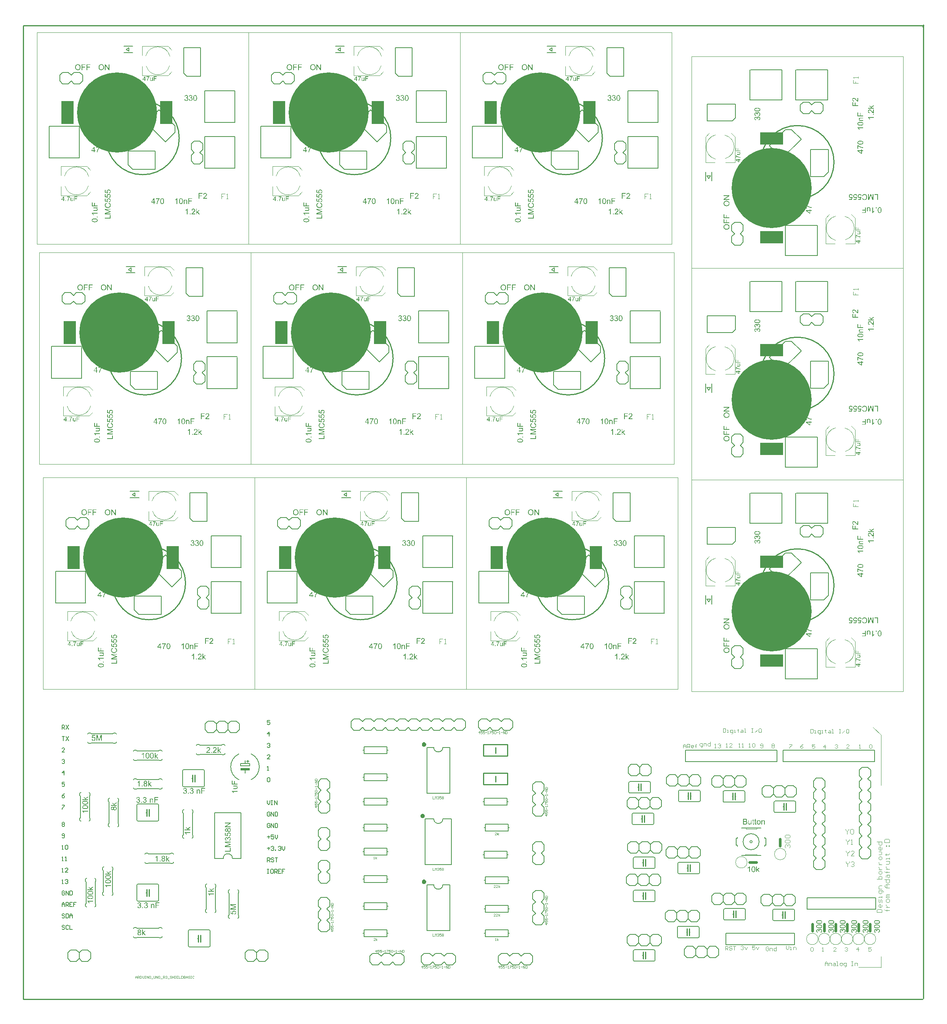
<source format=gbp>
G04 Layer_Color=128*
%FSLAX43Y43*%
%MOMM*%
G71*
G01*
G75*
%ADD28C,0.610*%
%ADD30C,0.152*%
%ADD31C,0.254*%
%ADD36C,0.069*%
%ADD41C,0.000*%
%ADD42C,0.102*%
%ADD43C,0.203*%
%ADD44C,0.127*%
%ADD45C,0.051*%
%ADD46C,0.086*%
%ADD47C,0.130*%
%ADD48C,0.108*%
%ADD49C,0.041*%
%ADD74R,2.790X5.080*%
G04:AMPARAMS|DCode=75|XSize=17.78mm|YSize=17.78mm|CornerRadius=8.89mm|HoleSize=0mm|Usage=FLASHONLY|Rotation=0.000|XOffset=0mm|YOffset=0mm|HoleType=Round|Shape=RoundedRectangle|*
%AMROUNDEDRECTD75*
21,1,17.780,0.000,0,0,0.0*
21,1,0.000,17.780,0,0,0.0*
1,1,17.780,0.000,0.000*
1,1,17.780,0.000,0.000*
1,1,17.780,0.000,0.000*
1,1,17.780,0.000,0.000*
%
%ADD75ROUNDEDRECTD75*%
%ADD76R,5.080X2.790*%
G04:AMPARAMS|DCode=77|XSize=17.78mm|YSize=17.78mm|CornerRadius=8.89mm|HoleSize=0mm|Usage=FLASHONLY|Rotation=90.000|XOffset=0mm|YOffset=0mm|HoleType=Round|Shape=RoundedRectangle|*
%AMROUNDEDRECTD77*
21,1,17.780,0.000,0,0,90.0*
21,1,0.000,17.780,0,0,90.0*
1,1,17.780,0.000,0.000*
1,1,17.780,0.000,0.000*
1,1,17.780,0.000,0.000*
1,1,17.780,0.000,0.000*
%
%ADD77ROUNDEDRECTD77*%
G36*
X969897Y758063D02*
X969724D01*
X969065Y759052D01*
Y758063D01*
X968905D01*
Y759323D01*
X969076D01*
X969737Y758333D01*
Y759323D01*
X969897D01*
Y758063D01*
D02*
G37*
G36*
X922907D02*
X922734D01*
X922075Y759052D01*
Y758063D01*
X921915D01*
Y759323D01*
X922086D01*
X922747Y758333D01*
Y759323D01*
X922907D01*
Y758063D01*
D02*
G37*
G36*
X875917D02*
X875744D01*
X875085Y759052D01*
Y758063D01*
X874925D01*
Y759323D01*
X875096D01*
X875757Y758333D01*
Y759323D01*
X875917D01*
Y758063D01*
D02*
G37*
G36*
X965635Y759174D02*
X964951D01*
Y758784D01*
X965543D01*
Y758635D01*
X964951D01*
Y758063D01*
X964783D01*
Y759323D01*
X965635D01*
Y759174D01*
D02*
G37*
G36*
X964559D02*
X963874D01*
Y758784D01*
X964466D01*
Y758635D01*
X963874D01*
Y758063D01*
X963707D01*
Y759323D01*
X964559D01*
Y759174D01*
D02*
G37*
G36*
X918645D02*
X917961D01*
Y758784D01*
X918553D01*
Y758635D01*
X917961D01*
Y758063D01*
X917793D01*
Y759323D01*
X918645D01*
Y759174D01*
D02*
G37*
G36*
X917569D02*
X916884D01*
Y758784D01*
X917476D01*
Y758635D01*
X916884D01*
Y758063D01*
X916717D01*
Y759323D01*
X917569D01*
Y759174D01*
D02*
G37*
G36*
X871655D02*
X870971D01*
Y758784D01*
X871563D01*
Y758635D01*
X870971D01*
Y758063D01*
X870803D01*
Y759323D01*
X871655D01*
Y759174D01*
D02*
G37*
G36*
X870579D02*
X869894D01*
Y758784D01*
X870486D01*
Y758635D01*
X869894D01*
Y758063D01*
X869727D01*
Y759323D01*
X870579D01*
Y759174D01*
D02*
G37*
G36*
X968118Y759343D02*
X968134D01*
X968151Y759341D01*
X968173Y759338D01*
X968194Y759334D01*
X968242Y759325D01*
X968296Y759310D01*
X968349Y759289D01*
X968377Y759276D01*
X968404Y759261D01*
X968406Y759260D01*
X968409Y759258D01*
X968417Y759252D01*
X968428Y759247D01*
X968438Y759238D01*
X968453Y759227D01*
X968484Y759201D01*
X968517Y759168D01*
X968553Y759128D01*
X968588Y759081D01*
X968617Y759028D01*
Y759026D01*
X968621Y759021D01*
X968624Y759014D01*
X968628Y759003D01*
X968635Y758988D01*
X968641Y758972D01*
X968648Y758952D01*
X968655Y758930D01*
X968661Y758906D01*
X968668Y758881D01*
X968675Y758852D01*
X968681Y758822D01*
X968688Y758759D01*
X968692Y758690D01*
Y758688D01*
Y758680D01*
Y758671D01*
X968690Y758657D01*
Y758640D01*
X968688Y758620D01*
X968684Y758598D01*
X968682Y758575D01*
X968673Y758522D01*
X968659Y758464D01*
X968639Y758405D01*
X968628Y758376D01*
X968613Y758347D01*
Y758345D01*
X968610Y758340D01*
X968606Y758333D01*
X968599Y758322D01*
X968591Y758309D01*
X968582Y758296D01*
X968557Y758262D01*
X968526Y758225D01*
X968489Y758187D01*
X968446Y758150D01*
X968395Y758118D01*
X968393D01*
X968389Y758114D01*
X968380Y758110D01*
X968369Y758105D01*
X968357Y758099D01*
X968342Y758094D01*
X968324Y758087D01*
X968304Y758079D01*
X968282Y758072D01*
X968258Y758065D01*
X968205Y758054D01*
X968149Y758045D01*
X968089Y758041D01*
X968071D01*
X968060Y758043D01*
X968043D01*
X968025Y758047D01*
X968005Y758048D01*
X967981Y758052D01*
X967932Y758063D01*
X967879Y758078D01*
X967825Y758099D01*
X967797Y758112D01*
X967770Y758127D01*
X967768Y758129D01*
X967765Y758130D01*
X967757Y758136D01*
X967746Y758143D01*
X967735Y758150D01*
X967723Y758161D01*
X967692Y758189D01*
X967657Y758221D01*
X967621Y758262D01*
X967588Y758307D01*
X967557Y758360D01*
Y758362D01*
X967553Y758367D01*
X967550Y758374D01*
X967546Y758385D01*
X967541Y758400D01*
X967535Y758416D01*
X967528Y758435D01*
X967522Y758455D01*
X967515Y758478D01*
X967508Y758502D01*
X967497Y758557D01*
X967490Y758613D01*
X967486Y758675D01*
Y758677D01*
Y758679D01*
Y758690D01*
X967488Y758706D01*
Y758728D01*
X967491Y758753D01*
X967495Y758784D01*
X967501Y758819D01*
X967508Y758855D01*
X967515Y758893D01*
X967526Y758934D01*
X967541Y758974D01*
X967557Y759016D01*
X967575Y759056D01*
X967599Y759096D01*
X967624Y759132D01*
X967654Y759167D01*
X967655Y759168D01*
X967661Y759174D01*
X967672Y759183D01*
X967685Y759194D01*
X967701Y759208D01*
X967721Y759223D01*
X967745Y759240D01*
X967772Y759256D01*
X967801Y759272D01*
X967834Y759289D01*
X967870Y759303D01*
X967909Y759318D01*
X967950Y759329D01*
X967994Y759338D01*
X968040Y759343D01*
X968089Y759345D01*
X968105D01*
X968118Y759343D01*
D02*
G37*
G36*
X962911D02*
X962927D01*
X962944Y759341D01*
X962966Y759338D01*
X962987Y759334D01*
X963035Y759325D01*
X963089Y759310D01*
X963142Y759289D01*
X963170Y759276D01*
X963197Y759261D01*
X963199Y759260D01*
X963202Y759258D01*
X963210Y759252D01*
X963221Y759247D01*
X963232Y759238D01*
X963246Y759227D01*
X963277Y759201D01*
X963310Y759168D01*
X963346Y759128D01*
X963381Y759081D01*
X963410Y759028D01*
Y759026D01*
X963414Y759021D01*
X963417Y759014D01*
X963421Y759003D01*
X963428Y758988D01*
X963434Y758972D01*
X963441Y758952D01*
X963448Y758930D01*
X963454Y758906D01*
X963461Y758881D01*
X963468Y758852D01*
X963474Y758822D01*
X963481Y758759D01*
X963485Y758690D01*
Y758688D01*
Y758680D01*
Y758671D01*
X963483Y758657D01*
Y758640D01*
X963481Y758620D01*
X963477Y758598D01*
X963476Y758575D01*
X963466Y758522D01*
X963452Y758464D01*
X963432Y758405D01*
X963421Y758376D01*
X963406Y758347D01*
Y758345D01*
X963403Y758340D01*
X963399Y758333D01*
X963392Y758322D01*
X963384Y758309D01*
X963375Y758296D01*
X963350Y758262D01*
X963319Y758225D01*
X963282Y758187D01*
X963239Y758150D01*
X963188Y758118D01*
X963186D01*
X963182Y758114D01*
X963173Y758110D01*
X963162Y758105D01*
X963150Y758099D01*
X963135Y758094D01*
X963117Y758087D01*
X963097Y758079D01*
X963075Y758072D01*
X963051Y758065D01*
X962998Y758054D01*
X962942Y758045D01*
X962882Y758041D01*
X962864D01*
X962853Y758043D01*
X962836D01*
X962818Y758047D01*
X962798Y758048D01*
X962774Y758052D01*
X962725Y758063D01*
X962672Y758078D01*
X962618Y758099D01*
X962590Y758112D01*
X962563Y758127D01*
X962561Y758129D01*
X962558Y758130D01*
X962550Y758136D01*
X962539Y758143D01*
X962529Y758150D01*
X962516Y758161D01*
X962485Y758189D01*
X962450Y758221D01*
X962414Y758262D01*
X962381Y758307D01*
X962350Y758360D01*
Y758362D01*
X962346Y758367D01*
X962343Y758374D01*
X962339Y758385D01*
X962334Y758400D01*
X962328Y758416D01*
X962321Y758435D01*
X962315Y758455D01*
X962308Y758478D01*
X962301Y758502D01*
X962290Y758557D01*
X962283Y758613D01*
X962279Y758675D01*
Y758677D01*
Y758679D01*
Y758690D01*
X962281Y758706D01*
Y758728D01*
X962284Y758753D01*
X962288Y758784D01*
X962294Y758819D01*
X962301Y758855D01*
X962308Y758893D01*
X962319Y758934D01*
X962334Y758974D01*
X962350Y759016D01*
X962368Y759056D01*
X962392Y759096D01*
X962417Y759132D01*
X962447Y759167D01*
X962448Y759168D01*
X962454Y759174D01*
X962465Y759183D01*
X962478Y759194D01*
X962494Y759208D01*
X962514Y759223D01*
X962538Y759240D01*
X962565Y759256D01*
X962594Y759272D01*
X962627Y759289D01*
X962663Y759303D01*
X962702Y759318D01*
X962743Y759329D01*
X962787Y759338D01*
X962833Y759343D01*
X962882Y759345D01*
X962898D01*
X962911Y759343D01*
D02*
G37*
G36*
X921128D02*
X921144D01*
X921161Y759341D01*
X921183Y759338D01*
X921204Y759334D01*
X921252Y759325D01*
X921306Y759310D01*
X921359Y759289D01*
X921387Y759276D01*
X921414Y759261D01*
X921416Y759260D01*
X921419Y759258D01*
X921427Y759252D01*
X921438Y759247D01*
X921448Y759238D01*
X921463Y759227D01*
X921494Y759201D01*
X921527Y759168D01*
X921563Y759128D01*
X921598Y759081D01*
X921627Y759028D01*
Y759026D01*
X921631Y759021D01*
X921634Y759014D01*
X921638Y759003D01*
X921645Y758988D01*
X921651Y758972D01*
X921658Y758952D01*
X921665Y758930D01*
X921671Y758906D01*
X921678Y758881D01*
X921685Y758852D01*
X921691Y758822D01*
X921698Y758759D01*
X921702Y758690D01*
Y758688D01*
Y758680D01*
Y758671D01*
X921700Y758657D01*
Y758640D01*
X921698Y758620D01*
X921694Y758598D01*
X921693Y758575D01*
X921683Y758522D01*
X921669Y758464D01*
X921649Y758405D01*
X921638Y758376D01*
X921623Y758347D01*
Y758345D01*
X921620Y758340D01*
X921616Y758333D01*
X921609Y758322D01*
X921601Y758309D01*
X921592Y758296D01*
X921567Y758262D01*
X921536Y758225D01*
X921499Y758187D01*
X921456Y758150D01*
X921405Y758118D01*
X921403D01*
X921399Y758114D01*
X921390Y758110D01*
X921379Y758105D01*
X921367Y758099D01*
X921352Y758094D01*
X921334Y758087D01*
X921314Y758079D01*
X921292Y758072D01*
X921268Y758065D01*
X921215Y758054D01*
X921159Y758045D01*
X921099Y758041D01*
X921081D01*
X921070Y758043D01*
X921053D01*
X921035Y758047D01*
X921015Y758048D01*
X920991Y758052D01*
X920942Y758063D01*
X920889Y758078D01*
X920835Y758099D01*
X920807Y758112D01*
X920780Y758127D01*
X920778Y758129D01*
X920775Y758130D01*
X920767Y758136D01*
X920756Y758143D01*
X920745Y758150D01*
X920733Y758161D01*
X920702Y758189D01*
X920667Y758221D01*
X920631Y758262D01*
X920598Y758307D01*
X920567Y758360D01*
Y758362D01*
X920563Y758367D01*
X920560Y758374D01*
X920556Y758385D01*
X920551Y758400D01*
X920545Y758416D01*
X920538Y758435D01*
X920532Y758455D01*
X920525Y758478D01*
X920518Y758502D01*
X920507Y758557D01*
X920500Y758613D01*
X920496Y758675D01*
Y758677D01*
Y758679D01*
Y758690D01*
X920498Y758706D01*
Y758728D01*
X920501Y758753D01*
X920505Y758784D01*
X920511Y758819D01*
X920518Y758855D01*
X920525Y758893D01*
X920536Y758934D01*
X920551Y758974D01*
X920567Y759016D01*
X920585Y759056D01*
X920609Y759096D01*
X920634Y759132D01*
X920664Y759167D01*
X920665Y759168D01*
X920671Y759174D01*
X920682Y759183D01*
X920695Y759194D01*
X920711Y759208D01*
X920731Y759223D01*
X920755Y759240D01*
X920782Y759256D01*
X920811Y759272D01*
X920844Y759289D01*
X920880Y759303D01*
X920919Y759318D01*
X920960Y759329D01*
X921004Y759338D01*
X921050Y759343D01*
X921099Y759345D01*
X921115D01*
X921128Y759343D01*
D02*
G37*
G36*
X915921D02*
X915937D01*
X915954Y759341D01*
X915976Y759338D01*
X915997Y759334D01*
X916045Y759325D01*
X916099Y759310D01*
X916152Y759289D01*
X916180Y759276D01*
X916207Y759261D01*
X916209Y759260D01*
X916212Y759258D01*
X916220Y759252D01*
X916231Y759247D01*
X916241Y759238D01*
X916256Y759227D01*
X916287Y759201D01*
X916320Y759168D01*
X916356Y759128D01*
X916391Y759081D01*
X916420Y759028D01*
Y759026D01*
X916424Y759021D01*
X916427Y759014D01*
X916431Y759003D01*
X916438Y758988D01*
X916444Y758972D01*
X916451Y758952D01*
X916458Y758930D01*
X916464Y758906D01*
X916471Y758881D01*
X916478Y758852D01*
X916484Y758822D01*
X916491Y758759D01*
X916495Y758690D01*
Y758688D01*
Y758680D01*
Y758671D01*
X916493Y758657D01*
Y758640D01*
X916491Y758620D01*
X916487Y758598D01*
X916486Y758575D01*
X916476Y758522D01*
X916462Y758464D01*
X916442Y758405D01*
X916431Y758376D01*
X916416Y758347D01*
Y758345D01*
X916413Y758340D01*
X916409Y758333D01*
X916402Y758322D01*
X916394Y758309D01*
X916385Y758296D01*
X916360Y758262D01*
X916329Y758225D01*
X916292Y758187D01*
X916249Y758150D01*
X916198Y758118D01*
X916196D01*
X916192Y758114D01*
X916183Y758110D01*
X916172Y758105D01*
X916160Y758099D01*
X916145Y758094D01*
X916127Y758087D01*
X916107Y758079D01*
X916085Y758072D01*
X916061Y758065D01*
X916008Y758054D01*
X915952Y758045D01*
X915892Y758041D01*
X915874D01*
X915863Y758043D01*
X915846D01*
X915828Y758047D01*
X915808Y758048D01*
X915784Y758052D01*
X915735Y758063D01*
X915682Y758078D01*
X915628Y758099D01*
X915600Y758112D01*
X915573Y758127D01*
X915571Y758129D01*
X915568Y758130D01*
X915560Y758136D01*
X915549Y758143D01*
X915539Y758150D01*
X915526Y758161D01*
X915495Y758189D01*
X915460Y758221D01*
X915424Y758262D01*
X915391Y758307D01*
X915360Y758360D01*
Y758362D01*
X915356Y758367D01*
X915353Y758374D01*
X915349Y758385D01*
X915344Y758400D01*
X915338Y758416D01*
X915331Y758435D01*
X915325Y758455D01*
X915318Y758478D01*
X915311Y758502D01*
X915300Y758557D01*
X915293Y758613D01*
X915289Y758675D01*
Y758677D01*
Y758679D01*
Y758690D01*
X915291Y758706D01*
Y758728D01*
X915294Y758753D01*
X915298Y758784D01*
X915304Y758819D01*
X915311Y758855D01*
X915318Y758893D01*
X915329Y758934D01*
X915344Y758974D01*
X915360Y759016D01*
X915378Y759056D01*
X915402Y759096D01*
X915427Y759132D01*
X915457Y759167D01*
X915458Y759168D01*
X915464Y759174D01*
X915475Y759183D01*
X915487Y759194D01*
X915504Y759208D01*
X915524Y759223D01*
X915548Y759240D01*
X915575Y759256D01*
X915604Y759272D01*
X915637Y759289D01*
X915673Y759303D01*
X915711Y759318D01*
X915753Y759329D01*
X915797Y759338D01*
X915843Y759343D01*
X915892Y759345D01*
X915908D01*
X915921Y759343D01*
D02*
G37*
G36*
X874138D02*
X874154D01*
X874171Y759341D01*
X874193Y759338D01*
X874214Y759334D01*
X874262Y759325D01*
X874316Y759310D01*
X874369Y759289D01*
X874397Y759276D01*
X874424Y759261D01*
X874426Y759260D01*
X874429Y759258D01*
X874437Y759252D01*
X874448Y759247D01*
X874458Y759238D01*
X874473Y759227D01*
X874504Y759201D01*
X874537Y759168D01*
X874573Y759128D01*
X874608Y759081D01*
X874637Y759028D01*
Y759026D01*
X874641Y759021D01*
X874644Y759014D01*
X874648Y759003D01*
X874655Y758988D01*
X874661Y758972D01*
X874668Y758952D01*
X874675Y758930D01*
X874681Y758906D01*
X874688Y758881D01*
X874695Y758852D01*
X874701Y758822D01*
X874708Y758759D01*
X874712Y758690D01*
Y758688D01*
Y758680D01*
Y758671D01*
X874710Y758657D01*
Y758640D01*
X874708Y758620D01*
X874704Y758598D01*
X874703Y758575D01*
X874693Y758522D01*
X874679Y758464D01*
X874659Y758405D01*
X874648Y758376D01*
X874633Y758347D01*
Y758345D01*
X874630Y758340D01*
X874626Y758333D01*
X874619Y758322D01*
X874611Y758309D01*
X874602Y758296D01*
X874577Y758262D01*
X874546Y758225D01*
X874509Y758187D01*
X874466Y758150D01*
X874415Y758118D01*
X874413D01*
X874409Y758114D01*
X874400Y758110D01*
X874389Y758105D01*
X874377Y758099D01*
X874362Y758094D01*
X874344Y758087D01*
X874324Y758079D01*
X874302Y758072D01*
X874278Y758065D01*
X874225Y758054D01*
X874169Y758045D01*
X874109Y758041D01*
X874091D01*
X874080Y758043D01*
X874063D01*
X874045Y758047D01*
X874025Y758048D01*
X874001Y758052D01*
X873952Y758063D01*
X873899Y758078D01*
X873845Y758099D01*
X873817Y758112D01*
X873790Y758127D01*
X873788Y758129D01*
X873785Y758130D01*
X873777Y758136D01*
X873766Y758143D01*
X873755Y758150D01*
X873743Y758161D01*
X873712Y758189D01*
X873677Y758221D01*
X873641Y758262D01*
X873608Y758307D01*
X873577Y758360D01*
Y758362D01*
X873573Y758367D01*
X873570Y758374D01*
X873566Y758385D01*
X873561Y758400D01*
X873555Y758416D01*
X873548Y758435D01*
X873542Y758455D01*
X873535Y758478D01*
X873528Y758502D01*
X873517Y758557D01*
X873510Y758613D01*
X873506Y758675D01*
Y758677D01*
Y758679D01*
Y758690D01*
X873508Y758706D01*
Y758728D01*
X873511Y758753D01*
X873515Y758784D01*
X873521Y758819D01*
X873528Y758855D01*
X873535Y758893D01*
X873546Y758934D01*
X873561Y758974D01*
X873577Y759016D01*
X873595Y759056D01*
X873619Y759096D01*
X873644Y759132D01*
X873674Y759167D01*
X873675Y759168D01*
X873681Y759174D01*
X873692Y759183D01*
X873705Y759194D01*
X873721Y759208D01*
X873741Y759223D01*
X873765Y759240D01*
X873792Y759256D01*
X873821Y759272D01*
X873854Y759289D01*
X873890Y759303D01*
X873929Y759318D01*
X873970Y759329D01*
X874014Y759338D01*
X874060Y759343D01*
X874109Y759345D01*
X874125D01*
X874138Y759343D01*
D02*
G37*
G36*
X868931D02*
X868947D01*
X868964Y759341D01*
X868986Y759338D01*
X869007Y759334D01*
X869055Y759325D01*
X869109Y759310D01*
X869162Y759289D01*
X869190Y759276D01*
X869217Y759261D01*
X869219Y759260D01*
X869222Y759258D01*
X869230Y759252D01*
X869241Y759247D01*
X869251Y759238D01*
X869266Y759227D01*
X869297Y759201D01*
X869330Y759168D01*
X869366Y759128D01*
X869401Y759081D01*
X869430Y759028D01*
Y759026D01*
X869434Y759021D01*
X869437Y759014D01*
X869441Y759003D01*
X869448Y758988D01*
X869454Y758972D01*
X869461Y758952D01*
X869468Y758930D01*
X869474Y758906D01*
X869481Y758881D01*
X869488Y758852D01*
X869494Y758822D01*
X869501Y758759D01*
X869505Y758690D01*
Y758688D01*
Y758680D01*
Y758671D01*
X869503Y758657D01*
Y758640D01*
X869501Y758620D01*
X869497Y758598D01*
X869496Y758575D01*
X869486Y758522D01*
X869472Y758464D01*
X869452Y758405D01*
X869441Y758376D01*
X869426Y758347D01*
Y758345D01*
X869423Y758340D01*
X869419Y758333D01*
X869412Y758322D01*
X869404Y758309D01*
X869395Y758296D01*
X869370Y758262D01*
X869339Y758225D01*
X869302Y758187D01*
X869259Y758150D01*
X869208Y758118D01*
X869206D01*
X869202Y758114D01*
X869193Y758110D01*
X869182Y758105D01*
X869169Y758099D01*
X869155Y758094D01*
X869137Y758087D01*
X869117Y758079D01*
X869095Y758072D01*
X869071Y758065D01*
X869018Y758054D01*
X868962Y758045D01*
X868902Y758041D01*
X868884D01*
X868873Y758043D01*
X868856D01*
X868838Y758047D01*
X868818Y758048D01*
X868794Y758052D01*
X868745Y758063D01*
X868692Y758078D01*
X868638Y758099D01*
X868610Y758112D01*
X868583Y758127D01*
X868581Y758129D01*
X868578Y758130D01*
X868570Y758136D01*
X868559Y758143D01*
X868549Y758150D01*
X868536Y758161D01*
X868505Y758189D01*
X868470Y758221D01*
X868434Y758262D01*
X868401Y758307D01*
X868370Y758360D01*
Y758362D01*
X868366Y758367D01*
X868363Y758374D01*
X868359Y758385D01*
X868354Y758400D01*
X868348Y758416D01*
X868341Y758435D01*
X868335Y758455D01*
X868328Y758478D01*
X868321Y758502D01*
X868310Y758557D01*
X868303Y758613D01*
X868299Y758675D01*
Y758677D01*
Y758679D01*
Y758690D01*
X868301Y758706D01*
Y758728D01*
X868304Y758753D01*
X868308Y758784D01*
X868314Y758819D01*
X868321Y758855D01*
X868328Y758893D01*
X868339Y758934D01*
X868354Y758974D01*
X868370Y759016D01*
X868388Y759056D01*
X868412Y759096D01*
X868437Y759132D01*
X868467Y759167D01*
X868468Y759168D01*
X868474Y759174D01*
X868485Y759183D01*
X868497Y759194D01*
X868514Y759208D01*
X868534Y759223D01*
X868558Y759240D01*
X868585Y759256D01*
X868614Y759272D01*
X868647Y759289D01*
X868683Y759303D01*
X868721Y759318D01*
X868763Y759329D01*
X868807Y759338D01*
X868853Y759343D01*
X868902Y759345D01*
X868918D01*
X868931Y759343D01*
D02*
G37*
G36*
X979502Y755650D02*
X979391D01*
Y755756D01*
X979389Y755755D01*
X979386Y755751D01*
X979382Y755745D01*
X979375Y755737D01*
X979366Y755729D01*
X979356Y755717D01*
X979344Y755707D01*
X979329Y755695D01*
X979313Y755684D01*
X979296Y755673D01*
X979277Y755663D01*
X979257Y755653D01*
X979233Y755646D01*
X979210Y755640D01*
X979184Y755635D01*
X979157Y755634D01*
X979147D01*
X979134Y755635D01*
X979118Y755637D01*
X979099Y755640D01*
X979079Y755644D01*
X979058Y755650D01*
X979036Y755659D01*
X979034Y755660D01*
X979028Y755663D01*
X979017Y755669D01*
X979006Y755676D01*
X978991Y755685D01*
X978978Y755695D01*
X978965Y755707D01*
X978953Y755720D01*
X978952Y755721D01*
X978949Y755727D01*
X978945Y755735D01*
X978939Y755746D01*
X978931Y755759D01*
X978926Y755775D01*
X978920Y755793D01*
X978915Y755812D01*
Y755813D01*
X978914Y755819D01*
X978912Y755828D01*
Y755840D01*
X978911Y755857D01*
X978910Y755876D01*
X978908Y755901D01*
Y755928D01*
Y756382D01*
X979032D01*
Y755975D01*
Y755974D01*
Y755971D01*
Y755966D01*
Y755959D01*
Y755943D01*
X979034Y755923D01*
Y755901D01*
X979035Y755879D01*
X979036Y755860D01*
X979039Y755844D01*
Y755842D01*
X979042Y755837D01*
X979045Y755828D01*
X979050Y755816D01*
X979057Y755805D01*
X979066Y755791D01*
X979076Y755780D01*
X979089Y755768D01*
X979090Y755767D01*
X979096Y755764D01*
X979104Y755759D01*
X979115Y755755D01*
X979128Y755749D01*
X979144Y755745D01*
X979162Y755742D01*
X979182Y755740D01*
X979192D01*
X979203Y755742D01*
X979216Y755743D01*
X979232Y755748D01*
X979249Y755752D01*
X979268Y755759D01*
X979287Y755768D01*
X979290Y755770D01*
X979296Y755774D01*
X979305Y755780D01*
X979315Y755789D01*
X979327Y755800D01*
X979338Y755813D01*
X979348Y755828D01*
X979357Y755845D01*
X979359Y755848D01*
X979360Y755854D01*
X979363Y755866D01*
X979367Y755882D01*
X979372Y755902D01*
X979375Y755927D01*
X979376Y755956D01*
X979378Y755990D01*
Y756382D01*
X979502D01*
Y755650D01*
D02*
G37*
G36*
X932512D02*
X932401D01*
Y755756D01*
X932399Y755755D01*
X932396Y755751D01*
X932392Y755745D01*
X932385Y755737D01*
X932376Y755729D01*
X932366Y755717D01*
X932354Y755707D01*
X932339Y755695D01*
X932323Y755684D01*
X932306Y755673D01*
X932287Y755663D01*
X932267Y755653D01*
X932243Y755646D01*
X932220Y755640D01*
X932194Y755635D01*
X932167Y755634D01*
X932157D01*
X932144Y755635D01*
X932128Y755637D01*
X932109Y755640D01*
X932089Y755644D01*
X932068Y755650D01*
X932046Y755659D01*
X932044Y755660D01*
X932038Y755663D01*
X932027Y755669D01*
X932016Y755676D01*
X932001Y755685D01*
X931988Y755695D01*
X931975Y755707D01*
X931963Y755720D01*
X931962Y755721D01*
X931959Y755727D01*
X931955Y755735D01*
X931949Y755746D01*
X931941Y755759D01*
X931936Y755775D01*
X931930Y755793D01*
X931925Y755812D01*
Y755813D01*
X931924Y755819D01*
X931922Y755828D01*
Y755840D01*
X931921Y755857D01*
X931920Y755876D01*
X931918Y755901D01*
Y755928D01*
Y756382D01*
X932042D01*
Y755975D01*
Y755974D01*
Y755971D01*
Y755966D01*
Y755959D01*
Y755943D01*
X932044Y755923D01*
Y755901D01*
X932045Y755879D01*
X932046Y755860D01*
X932049Y755844D01*
Y755842D01*
X932052Y755837D01*
X932055Y755828D01*
X932060Y755816D01*
X932067Y755805D01*
X932076Y755791D01*
X932086Y755780D01*
X932099Y755768D01*
X932100Y755767D01*
X932106Y755764D01*
X932113Y755759D01*
X932125Y755755D01*
X932138Y755749D01*
X932154Y755745D01*
X932172Y755742D01*
X932192Y755740D01*
X932202D01*
X932213Y755742D01*
X932226Y755743D01*
X932242Y755748D01*
X932259Y755752D01*
X932278Y755759D01*
X932297Y755768D01*
X932300Y755770D01*
X932306Y755774D01*
X932315Y755780D01*
X932325Y755789D01*
X932337Y755800D01*
X932348Y755813D01*
X932358Y755828D01*
X932367Y755845D01*
X932369Y755848D01*
X932370Y755854D01*
X932373Y755866D01*
X932377Y755882D01*
X932382Y755902D01*
X932385Y755927D01*
X932386Y755956D01*
X932388Y755990D01*
Y756382D01*
X932512D01*
Y755650D01*
D02*
G37*
G36*
X885521D02*
X885411D01*
Y755756D01*
X885409Y755755D01*
X885406Y755751D01*
X885402Y755745D01*
X885395Y755737D01*
X885386Y755729D01*
X885376Y755717D01*
X885364Y755707D01*
X885349Y755695D01*
X885333Y755684D01*
X885316Y755673D01*
X885297Y755663D01*
X885277Y755653D01*
X885253Y755646D01*
X885230Y755640D01*
X885204Y755635D01*
X885177Y755634D01*
X885167D01*
X885154Y755635D01*
X885138Y755637D01*
X885119Y755640D01*
X885099Y755644D01*
X885078Y755650D01*
X885056Y755659D01*
X885054Y755660D01*
X885048Y755663D01*
X885037Y755669D01*
X885026Y755676D01*
X885011Y755685D01*
X884998Y755695D01*
X884985Y755707D01*
X884973Y755720D01*
X884972Y755721D01*
X884969Y755727D01*
X884965Y755735D01*
X884959Y755746D01*
X884951Y755759D01*
X884946Y755775D01*
X884940Y755793D01*
X884935Y755812D01*
Y755813D01*
X884934Y755819D01*
X884932Y755828D01*
Y755840D01*
X884931Y755857D01*
X884930Y755876D01*
X884928Y755901D01*
Y755928D01*
Y756382D01*
X885052D01*
Y755975D01*
Y755974D01*
Y755971D01*
Y755966D01*
Y755959D01*
Y755943D01*
X885054Y755923D01*
Y755901D01*
X885055Y755879D01*
X885056Y755860D01*
X885059Y755844D01*
Y755842D01*
X885062Y755837D01*
X885065Y755828D01*
X885070Y755816D01*
X885077Y755805D01*
X885086Y755791D01*
X885096Y755780D01*
X885109Y755768D01*
X885110Y755767D01*
X885116Y755764D01*
X885123Y755759D01*
X885135Y755755D01*
X885148Y755749D01*
X885164Y755745D01*
X885182Y755742D01*
X885202Y755740D01*
X885212D01*
X885223Y755742D01*
X885236Y755743D01*
X885252Y755748D01*
X885269Y755752D01*
X885288Y755759D01*
X885307Y755768D01*
X885310Y755770D01*
X885316Y755774D01*
X885325Y755780D01*
X885335Y755789D01*
X885347Y755800D01*
X885358Y755813D01*
X885368Y755828D01*
X885377Y755845D01*
X885379Y755848D01*
X885380Y755854D01*
X885383Y755866D01*
X885387Y755882D01*
X885392Y755902D01*
X885395Y755927D01*
X885396Y755956D01*
X885398Y755990D01*
Y756382D01*
X885521D01*
Y755650D01*
D02*
G37*
G36*
X980400Y756539D02*
X979851D01*
Y756227D01*
X980325D01*
Y756108D01*
X979851D01*
Y755650D01*
X979717D01*
Y756659D01*
X980400D01*
Y756539D01*
D02*
G37*
G36*
X978754Y756548D02*
X978752Y756547D01*
X978749Y756544D01*
X978743Y756538D01*
X978738Y756529D01*
X978729Y756519D01*
X978717Y756507D01*
X978705Y756493D01*
X978692Y756475D01*
X978679Y756458D01*
X978663Y756437D01*
X978647Y756414D01*
X978631Y756391D01*
X978614Y756364D01*
X978596Y756337D01*
X978579Y756306D01*
X978561Y756275D01*
X978560Y756274D01*
X978557Y756268D01*
X978552Y756259D01*
X978545Y756246D01*
X978538Y756230D01*
X978529Y756213D01*
X978519Y756192D01*
X978509Y756169D01*
X978497Y756143D01*
X978484Y756117D01*
X978472Y756087D01*
X978461Y756057D01*
X978437Y755994D01*
X978415Y755927D01*
Y755926D01*
X978414Y755921D01*
X978412Y755914D01*
X978409Y755905D01*
X978407Y755893D01*
X978404Y755879D01*
X978399Y755863D01*
X978396Y755845D01*
X978392Y755825D01*
X978388Y755803D01*
X978380Y755756D01*
X978373Y755705D01*
X978369Y755650D01*
X978242D01*
Y755651D01*
Y755656D01*
Y755662D01*
X978243Y755670D01*
Y755682D01*
X978245Y755697D01*
X978246Y755713D01*
X978248Y755730D01*
X978251Y755751D01*
X978253Y755771D01*
X978258Y755796D01*
X978262Y755821D01*
X978267Y755847D01*
X978272Y755876D01*
X978287Y755936D01*
Y755937D01*
X978289Y755943D01*
X978291Y755952D01*
X978296Y755965D01*
X978300Y755979D01*
X978306Y755997D01*
X978312Y756017D01*
X978321Y756039D01*
X978329Y756064D01*
X978338Y756089D01*
X978360Y756144D01*
X978386Y756203D01*
X978415Y756261D01*
X978417Y756262D01*
X978420Y756268D01*
X978424Y756275D01*
X978430Y756287D01*
X978437Y756300D01*
X978447Y756316D01*
X978458Y756334D01*
X978469Y756353D01*
X978497Y756395D01*
X978526Y756439D01*
X978560Y756484D01*
X978595Y756526D01*
X978100D01*
Y756646D01*
X978754D01*
Y756548D01*
D02*
G37*
G36*
X977828Y756006D02*
X977965D01*
Y755892D01*
X977828D01*
Y755650D01*
X977704D01*
Y755892D01*
X977265D01*
Y756006D01*
X977727Y756659D01*
X977828D01*
Y756006D01*
D02*
G37*
G36*
X933410Y756539D02*
X932861D01*
Y756227D01*
X933335D01*
Y756108D01*
X932861D01*
Y755650D01*
X932727D01*
Y756659D01*
X933410D01*
Y756539D01*
D02*
G37*
G36*
X931764Y756548D02*
X931762Y756547D01*
X931759Y756544D01*
X931753Y756538D01*
X931748Y756529D01*
X931739Y756519D01*
X931727Y756507D01*
X931715Y756493D01*
X931702Y756475D01*
X931689Y756458D01*
X931673Y756437D01*
X931657Y756414D01*
X931641Y756391D01*
X931624Y756364D01*
X931606Y756337D01*
X931589Y756306D01*
X931571Y756275D01*
X931570Y756274D01*
X931567Y756268D01*
X931562Y756259D01*
X931555Y756246D01*
X931548Y756230D01*
X931539Y756213D01*
X931529Y756192D01*
X931519Y756169D01*
X931507Y756143D01*
X931494Y756117D01*
X931482Y756087D01*
X931471Y756057D01*
X931447Y755994D01*
X931425Y755927D01*
Y755926D01*
X931424Y755921D01*
X931422Y755914D01*
X931419Y755905D01*
X931417Y755893D01*
X931414Y755879D01*
X931409Y755863D01*
X931406Y755845D01*
X931402Y755825D01*
X931398Y755803D01*
X931390Y755756D01*
X931383Y755705D01*
X931379Y755650D01*
X931252D01*
Y755651D01*
Y755656D01*
Y755662D01*
X931253Y755670D01*
Y755682D01*
X931255Y755697D01*
X931256Y755713D01*
X931258Y755730D01*
X931261Y755751D01*
X931263Y755771D01*
X931268Y755796D01*
X931272Y755821D01*
X931277Y755847D01*
X931282Y755876D01*
X931297Y755936D01*
Y755937D01*
X931298Y755943D01*
X931301Y755952D01*
X931306Y755965D01*
X931310Y755979D01*
X931316Y755997D01*
X931322Y756017D01*
X931331Y756039D01*
X931339Y756064D01*
X931348Y756089D01*
X931370Y756144D01*
X931396Y756203D01*
X931425Y756261D01*
X931427Y756262D01*
X931430Y756268D01*
X931434Y756275D01*
X931440Y756287D01*
X931447Y756300D01*
X931457Y756316D01*
X931468Y756334D01*
X931479Y756353D01*
X931507Y756395D01*
X931536Y756439D01*
X931570Y756484D01*
X931605Y756526D01*
X931110D01*
Y756646D01*
X931764D01*
Y756548D01*
D02*
G37*
G36*
X930838Y756006D02*
X930975D01*
Y755892D01*
X930838D01*
Y755650D01*
X930714D01*
Y755892D01*
X930275D01*
Y756006D01*
X930737Y756659D01*
X930838D01*
Y756006D01*
D02*
G37*
G36*
X886420Y756539D02*
X885871D01*
Y756227D01*
X886345D01*
Y756108D01*
X885871D01*
Y755650D01*
X885737D01*
Y756659D01*
X886420D01*
Y756539D01*
D02*
G37*
G36*
X884774Y756548D02*
X884772Y756547D01*
X884769Y756544D01*
X884763Y756538D01*
X884758Y756529D01*
X884749Y756519D01*
X884737Y756507D01*
X884725Y756493D01*
X884712Y756475D01*
X884699Y756458D01*
X884683Y756437D01*
X884667Y756414D01*
X884651Y756391D01*
X884634Y756364D01*
X884616Y756337D01*
X884599Y756306D01*
X884581Y756275D01*
X884580Y756274D01*
X884577Y756268D01*
X884572Y756259D01*
X884565Y756246D01*
X884558Y756230D01*
X884549Y756213D01*
X884539Y756192D01*
X884529Y756169D01*
X884517Y756143D01*
X884504Y756117D01*
X884492Y756087D01*
X884481Y756057D01*
X884457Y755994D01*
X884435Y755927D01*
Y755926D01*
X884434Y755921D01*
X884432Y755914D01*
X884430Y755905D01*
X884427Y755893D01*
X884424Y755879D01*
X884419Y755863D01*
X884416Y755845D01*
X884412Y755825D01*
X884408Y755803D01*
X884400Y755756D01*
X884393Y755705D01*
X884389Y755650D01*
X884262D01*
Y755651D01*
Y755656D01*
Y755662D01*
X884263Y755670D01*
Y755682D01*
X884265Y755697D01*
X884266Y755713D01*
X884268Y755730D01*
X884271Y755751D01*
X884273Y755771D01*
X884278Y755796D01*
X884282Y755821D01*
X884287Y755847D01*
X884292Y755876D01*
X884307Y755936D01*
Y755937D01*
X884308Y755943D01*
X884311Y755952D01*
X884316Y755965D01*
X884320Y755979D01*
X884326Y755997D01*
X884332Y756017D01*
X884341Y756039D01*
X884349Y756064D01*
X884358Y756089D01*
X884380Y756144D01*
X884406Y756203D01*
X884435Y756261D01*
X884437Y756262D01*
X884440Y756268D01*
X884444Y756275D01*
X884450Y756287D01*
X884457Y756300D01*
X884467Y756316D01*
X884478Y756334D01*
X884489Y756353D01*
X884517Y756395D01*
X884546Y756439D01*
X884580Y756484D01*
X884615Y756526D01*
X884120D01*
Y756646D01*
X884774D01*
Y756548D01*
D02*
G37*
G36*
X883848Y756006D02*
X883985D01*
Y755892D01*
X883848D01*
Y755650D01*
X883724D01*
Y755892D01*
X883285D01*
Y756006D01*
X883747Y756659D01*
X883848D01*
Y756006D01*
D02*
G37*
G36*
X987960Y752495D02*
X987984Y752491D01*
X988013Y752486D01*
X988046Y752477D01*
X988079Y752466D01*
X988112Y752451D01*
X988113D01*
X988115Y752450D01*
X988126Y752444D01*
X988143Y752433D01*
X988161Y752420D01*
X988183Y752402D01*
X988205Y752382D01*
X988226Y752358D01*
X988245Y752331D01*
X988246Y752327D01*
X988252Y752318D01*
X988259Y752302D01*
X988268Y752282D01*
X988277Y752258D01*
X988285Y752231D01*
X988290Y752200D01*
X988292Y752169D01*
Y752165D01*
Y752154D01*
X988290Y752140D01*
X988286Y752120D01*
X988281Y752096D01*
X988272Y752071D01*
X988261Y752045D01*
X988246Y752020D01*
X988245Y752016D01*
X988239Y752009D01*
X988228Y751996D01*
X988214Y751981D01*
X988195Y751965D01*
X988174Y751947D01*
X988148Y751930D01*
X988117Y751914D01*
X988119D01*
X988123Y751912D01*
X988128Y751910D01*
X988135Y751909D01*
X988155Y751901D01*
X988181Y751890D01*
X988210Y751876D01*
X988239Y751858D01*
X988266Y751834D01*
X988292Y751807D01*
X988294Y751803D01*
X988301Y751792D01*
X988312Y751774D01*
X988323Y751750D01*
X988334Y751721D01*
X988345Y751686D01*
X988352Y751646D01*
X988354Y751603D01*
Y751601D01*
Y751595D01*
Y751586D01*
X988352Y751575D01*
X988350Y751561D01*
X988347Y751544D01*
X988343Y751526D01*
X988339Y751506D01*
X988325Y751462D01*
X988314Y751439D01*
X988303Y751417D01*
X988288Y751393D01*
X988272Y751370D01*
X988254Y751346D01*
X988232Y751324D01*
X988230Y751322D01*
X988226Y751319D01*
X988219Y751313D01*
X988210Y751306D01*
X988199Y751297D01*
X988185Y751288D01*
X988168Y751277D01*
X988148Y751268D01*
X988128Y751257D01*
X988104Y751246D01*
X988081Y751237D01*
X988053Y751227D01*
X988024Y751220D01*
X987993Y751215D01*
X987962Y751211D01*
X987928Y751209D01*
X987911D01*
X987900Y751211D01*
X987886Y751213D01*
X987869Y751215D01*
X987851Y751218D01*
X987831Y751222D01*
X987787Y751233D01*
X987742Y751251D01*
X987718Y751262D01*
X987696Y751275D01*
X987675Y751291D01*
X987653Y751308D01*
X987651Y751309D01*
X987647Y751313D01*
X987642Y751319D01*
X987636Y751326D01*
X987627Y751335D01*
X987618Y751348D01*
X987607Y751360D01*
X987596Y751377D01*
X987585Y751395D01*
X987574Y751413D01*
X987554Y751457D01*
X987538Y751508D01*
X987532Y751535D01*
X987529Y751564D01*
X987684Y751584D01*
Y751583D01*
X987685Y751579D01*
X987687Y751572D01*
X987689Y751563D01*
X987691Y751552D01*
X987695Y751539D01*
X987704Y751512D01*
X987716Y751479D01*
X987733Y751448D01*
X987751Y751419D01*
X987773Y751393D01*
X987777Y751391D01*
X987784Y751384D01*
X987798Y751375D01*
X987817Y751366D01*
X987838Y751355D01*
X987866Y751346D01*
X987897Y751339D01*
X987930Y751337D01*
X987940D01*
X987948Y751339D01*
X987968Y751340D01*
X987993Y751346D01*
X988022Y751355D01*
X988053Y751368D01*
X988084Y751386D01*
X988113Y751411D01*
X988117Y751415D01*
X988126Y751426D01*
X988137Y751442D01*
X988152Y751464D01*
X988166Y751492D01*
X988177Y751523D01*
X988186Y751559D01*
X988190Y751599D01*
Y751601D01*
Y751604D01*
Y751610D01*
X988188Y751617D01*
X988186Y751637D01*
X988181Y751661D01*
X988174Y751690D01*
X988161Y751719D01*
X988143Y751748D01*
X988119Y751776D01*
X988115Y751779D01*
X988106Y751787D01*
X988092Y751798D01*
X988072Y751810D01*
X988046Y751823D01*
X988015Y751834D01*
X987981Y751841D01*
X987942Y751845D01*
X987926D01*
X987913Y751843D01*
X987897Y751841D01*
X987879Y751838D01*
X987857Y751834D01*
X987833Y751828D01*
X987851Y751965D01*
X987860D01*
X987868Y751963D01*
X987891D01*
X987911Y751967D01*
X987935Y751971D01*
X987962Y751976D01*
X987993Y751985D01*
X988022Y751998D01*
X988053Y752014D01*
X988055D01*
X988057Y752016D01*
X988066Y752023D01*
X988079Y752036D01*
X988093Y752052D01*
X988108Y752076D01*
X988121Y752103D01*
X988130Y752134D01*
X988133Y752153D01*
Y752173D01*
Y752174D01*
Y752176D01*
Y752187D01*
X988130Y752202D01*
X988126Y752222D01*
X988119Y752244D01*
X988110Y752267D01*
X988095Y752291D01*
X988075Y752313D01*
X988073Y752315D01*
X988064Y752322D01*
X988052Y752331D01*
X988035Y752342D01*
X988013Y752351D01*
X987988Y752360D01*
X987959Y752368D01*
X987926Y752369D01*
X987911D01*
X987895Y752366D01*
X987873Y752362D01*
X987849Y752355D01*
X987826Y752346D01*
X987800Y752331D01*
X987777Y752313D01*
X987775Y752311D01*
X987767Y752302D01*
X987756Y752289D01*
X987744Y752271D01*
X987731Y752247D01*
X987718Y752218D01*
X987707Y752184D01*
X987700Y752144D01*
X987545Y752171D01*
Y752173D01*
X987547Y752178D01*
X987549Y752185D01*
X987551Y752196D01*
X987554Y752209D01*
X987560Y752224D01*
X987571Y752258D01*
X987589Y752298D01*
X987611Y752338D01*
X987638Y752377D01*
X987673Y752411D01*
X987675Y752413D01*
X987678Y752415D01*
X987684Y752419D01*
X987691Y752424D01*
X987700Y752431D01*
X987713Y752439D01*
X987726Y752446D01*
X987742Y752455D01*
X987778Y752470D01*
X987820Y752484D01*
X987869Y752493D01*
X987895Y752497D01*
X987940D01*
X987960Y752495D01*
D02*
G37*
G36*
X986981D02*
X987004Y752491D01*
X987034Y752486D01*
X987066Y752477D01*
X987099Y752466D01*
X987132Y752451D01*
X987134D01*
X987135Y752450D01*
X987146Y752444D01*
X987163Y752433D01*
X987181Y752420D01*
X987203Y752402D01*
X987225Y752382D01*
X987247Y752358D01*
X987265Y752331D01*
X987267Y752327D01*
X987272Y752318D01*
X987279Y752302D01*
X987288Y752282D01*
X987298Y752258D01*
X987305Y752231D01*
X987310Y752200D01*
X987312Y752169D01*
Y752165D01*
Y752154D01*
X987310Y752140D01*
X987307Y752120D01*
X987301Y752096D01*
X987292Y752071D01*
X987281Y752045D01*
X987267Y752020D01*
X987265Y752016D01*
X987259Y752009D01*
X987248Y751996D01*
X987234Y751981D01*
X987216Y751965D01*
X987194Y751947D01*
X987168Y751930D01*
X987137Y751914D01*
X987139D01*
X987143Y751912D01*
X987148Y751910D01*
X987156Y751909D01*
X987176Y751901D01*
X987201Y751890D01*
X987230Y751876D01*
X987259Y751858D01*
X987287Y751834D01*
X987312Y751807D01*
X987314Y751803D01*
X987321Y751792D01*
X987332Y751774D01*
X987343Y751750D01*
X987354Y751721D01*
X987365Y751686D01*
X987372Y751646D01*
X987374Y751603D01*
Y751601D01*
Y751595D01*
Y751586D01*
X987372Y751575D01*
X987370Y751561D01*
X987367Y751544D01*
X987363Y751526D01*
X987359Y751506D01*
X987345Y751462D01*
X987334Y751439D01*
X987323Y751417D01*
X987308Y751393D01*
X987292Y751370D01*
X987274Y751346D01*
X987252Y751324D01*
X987250Y751322D01*
X987247Y751319D01*
X987239Y751313D01*
X987230Y751306D01*
X987219Y751297D01*
X987205Y751288D01*
X987188Y751277D01*
X987168Y751268D01*
X987148Y751257D01*
X987125Y751246D01*
X987101Y751237D01*
X987074Y751227D01*
X987044Y751220D01*
X987013Y751215D01*
X986982Y751211D01*
X986948Y751209D01*
X986932D01*
X986921Y751211D01*
X986906Y751213D01*
X986890Y751215D01*
X986871Y751218D01*
X986851Y751222D01*
X986808Y751233D01*
X986762Y751251D01*
X986738Y751262D01*
X986717Y751275D01*
X986695Y751291D01*
X986673Y751308D01*
X986671Y751309D01*
X986667Y751313D01*
X986662Y751319D01*
X986656Y751326D01*
X986647Y751335D01*
X986638Y751348D01*
X986627Y751360D01*
X986616Y751377D01*
X986606Y751395D01*
X986595Y751413D01*
X986575Y751457D01*
X986558Y751508D01*
X986553Y751535D01*
X986549Y751564D01*
X986704Y751584D01*
Y751583D01*
X986706Y751579D01*
X986708Y751572D01*
X986709Y751563D01*
X986711Y751552D01*
X986715Y751539D01*
X986724Y751512D01*
X986737Y751479D01*
X986753Y751448D01*
X986771Y751419D01*
X986793Y751393D01*
X986797Y751391D01*
X986804Y751384D01*
X986819Y751375D01*
X986837Y751366D01*
X986859Y751355D01*
X986886Y751346D01*
X986917Y751339D01*
X986950Y751337D01*
X986961D01*
X986968Y751339D01*
X986988Y751340D01*
X987013Y751346D01*
X987043Y751355D01*
X987074Y751368D01*
X987104Y751386D01*
X987134Y751411D01*
X987137Y751415D01*
X987146Y751426D01*
X987157Y751442D01*
X987172Y751464D01*
X987186Y751492D01*
X987197Y751523D01*
X987206Y751559D01*
X987210Y751599D01*
Y751601D01*
Y751604D01*
Y751610D01*
X987208Y751617D01*
X987206Y751637D01*
X987201Y751661D01*
X987194Y751690D01*
X987181Y751719D01*
X987163Y751748D01*
X987139Y751776D01*
X987135Y751779D01*
X987126Y751787D01*
X987112Y751798D01*
X987092Y751810D01*
X987066Y751823D01*
X987035Y751834D01*
X987001Y751841D01*
X986962Y751845D01*
X986946D01*
X986933Y751843D01*
X986917Y751841D01*
X986899Y751838D01*
X986877Y751834D01*
X986853Y751828D01*
X986871Y751965D01*
X986880D01*
X986888Y751963D01*
X986911D01*
X986932Y751967D01*
X986955Y751971D01*
X986982Y751976D01*
X987013Y751985D01*
X987043Y751998D01*
X987074Y752014D01*
X987075D01*
X987077Y752016D01*
X987086Y752023D01*
X987099Y752036D01*
X987114Y752052D01*
X987128Y752076D01*
X987141Y752103D01*
X987150Y752134D01*
X987154Y752153D01*
Y752173D01*
Y752174D01*
Y752176D01*
Y752187D01*
X987150Y752202D01*
X987146Y752222D01*
X987139Y752244D01*
X987130Y752267D01*
X987115Y752291D01*
X987095Y752313D01*
X987094Y752315D01*
X987084Y752322D01*
X987072Y752331D01*
X987055Y752342D01*
X987034Y752351D01*
X987008Y752360D01*
X986979Y752368D01*
X986946Y752369D01*
X986932D01*
X986915Y752366D01*
X986893Y752362D01*
X986870Y752355D01*
X986846Y752346D01*
X986820Y752331D01*
X986797Y752313D01*
X986795Y752311D01*
X986788Y752302D01*
X986777Y752289D01*
X986764Y752271D01*
X986751Y752247D01*
X986738Y752218D01*
X986728Y752184D01*
X986720Y752144D01*
X986565Y752171D01*
Y752173D01*
X986567Y752178D01*
X986569Y752185D01*
X986571Y752196D01*
X986575Y752209D01*
X986580Y752224D01*
X986591Y752258D01*
X986609Y752298D01*
X986631Y752338D01*
X986658Y752377D01*
X986693Y752411D01*
X986695Y752413D01*
X986698Y752415D01*
X986704Y752419D01*
X986711Y752424D01*
X986720Y752431D01*
X986733Y752439D01*
X986746Y752446D01*
X986762Y752455D01*
X986799Y752470D01*
X986840Y752484D01*
X986890Y752493D01*
X986915Y752497D01*
X986961D01*
X986981Y752495D01*
D02*
G37*
G36*
X940970D02*
X940994Y752491D01*
X941023Y752486D01*
X941056Y752477D01*
X941089Y752466D01*
X941122Y752451D01*
X941123D01*
X941125Y752450D01*
X941136Y752444D01*
X941153Y752433D01*
X941171Y752420D01*
X941193Y752402D01*
X941215Y752382D01*
X941236Y752358D01*
X941255Y752331D01*
X941256Y752327D01*
X941262Y752318D01*
X941269Y752302D01*
X941278Y752282D01*
X941287Y752258D01*
X941295Y752231D01*
X941300Y752200D01*
X941302Y752169D01*
Y752165D01*
Y752154D01*
X941300Y752140D01*
X941296Y752120D01*
X941291Y752096D01*
X941282Y752071D01*
X941271Y752045D01*
X941256Y752020D01*
X941255Y752016D01*
X941249Y752009D01*
X941238Y751996D01*
X941224Y751981D01*
X941205Y751965D01*
X941184Y751947D01*
X941158Y751930D01*
X941127Y751914D01*
X941129D01*
X941133Y751912D01*
X941138Y751910D01*
X941145Y751909D01*
X941165Y751901D01*
X941191Y751890D01*
X941220Y751876D01*
X941249Y751858D01*
X941276Y751834D01*
X941302Y751807D01*
X941304Y751803D01*
X941311Y751792D01*
X941322Y751774D01*
X941333Y751750D01*
X941344Y751721D01*
X941355Y751686D01*
X941362Y751646D01*
X941364Y751603D01*
Y751601D01*
Y751595D01*
Y751586D01*
X941362Y751575D01*
X941360Y751561D01*
X941357Y751544D01*
X941353Y751526D01*
X941349Y751506D01*
X941335Y751462D01*
X941324Y751439D01*
X941313Y751417D01*
X941298Y751393D01*
X941282Y751370D01*
X941264Y751346D01*
X941242Y751324D01*
X941240Y751322D01*
X941236Y751319D01*
X941229Y751313D01*
X941220Y751306D01*
X941209Y751297D01*
X941194Y751288D01*
X941178Y751277D01*
X941158Y751268D01*
X941138Y751257D01*
X941114Y751246D01*
X941091Y751237D01*
X941063Y751227D01*
X941034Y751220D01*
X941003Y751215D01*
X940972Y751211D01*
X940938Y751209D01*
X940921D01*
X940910Y751211D01*
X940896Y751213D01*
X940879Y751215D01*
X940861Y751218D01*
X940841Y751222D01*
X940797Y751233D01*
X940752Y751251D01*
X940728Y751262D01*
X940706Y751275D01*
X940685Y751291D01*
X940663Y751308D01*
X940661Y751309D01*
X940657Y751313D01*
X940652Y751319D01*
X940646Y751326D01*
X940637Y751335D01*
X940628Y751348D01*
X940617Y751360D01*
X940606Y751377D01*
X940595Y751395D01*
X940584Y751413D01*
X940564Y751457D01*
X940548Y751508D01*
X940542Y751535D01*
X940539Y751564D01*
X940694Y751584D01*
Y751583D01*
X940695Y751579D01*
X940697Y751572D01*
X940699Y751563D01*
X940701Y751552D01*
X940705Y751539D01*
X940714Y751512D01*
X940726Y751479D01*
X940743Y751448D01*
X940761Y751419D01*
X940783Y751393D01*
X940787Y751391D01*
X940794Y751384D01*
X940808Y751375D01*
X940827Y751366D01*
X940848Y751355D01*
X940876Y751346D01*
X940907Y751339D01*
X940940Y751337D01*
X940950D01*
X940958Y751339D01*
X940978Y751340D01*
X941003Y751346D01*
X941032Y751355D01*
X941063Y751368D01*
X941094Y751386D01*
X941123Y751411D01*
X941127Y751415D01*
X941136Y751426D01*
X941147Y751442D01*
X941162Y751464D01*
X941176Y751492D01*
X941187Y751523D01*
X941196Y751559D01*
X941200Y751599D01*
Y751601D01*
Y751604D01*
Y751610D01*
X941198Y751617D01*
X941196Y751637D01*
X941191Y751661D01*
X941184Y751690D01*
X941171Y751719D01*
X941153Y751748D01*
X941129Y751776D01*
X941125Y751779D01*
X941116Y751787D01*
X941102Y751798D01*
X941082Y751810D01*
X941056Y751823D01*
X941025Y751834D01*
X940991Y751841D01*
X940952Y751845D01*
X940936D01*
X940923Y751843D01*
X940907Y751841D01*
X940889Y751838D01*
X940867Y751834D01*
X940843Y751828D01*
X940861Y751965D01*
X940870D01*
X940878Y751963D01*
X940901D01*
X940921Y751967D01*
X940945Y751971D01*
X940972Y751976D01*
X941003Y751985D01*
X941032Y751998D01*
X941063Y752014D01*
X941065D01*
X941067Y752016D01*
X941076Y752023D01*
X941089Y752036D01*
X941103Y752052D01*
X941118Y752076D01*
X941131Y752103D01*
X941140Y752134D01*
X941143Y752153D01*
Y752173D01*
Y752174D01*
Y752176D01*
Y752187D01*
X941140Y752202D01*
X941136Y752222D01*
X941129Y752244D01*
X941120Y752267D01*
X941105Y752291D01*
X941085Y752313D01*
X941083Y752315D01*
X941074Y752322D01*
X941062Y752331D01*
X941045Y752342D01*
X941023Y752351D01*
X940998Y752360D01*
X940969Y752368D01*
X940936Y752369D01*
X940921D01*
X940905Y752366D01*
X940883Y752362D01*
X940859Y752355D01*
X940836Y752346D01*
X940810Y752331D01*
X940787Y752313D01*
X940785Y752311D01*
X940777Y752302D01*
X940766Y752289D01*
X940754Y752271D01*
X940741Y752247D01*
X940728Y752218D01*
X940717Y752184D01*
X940710Y752144D01*
X940555Y752171D01*
Y752173D01*
X940557Y752178D01*
X940559Y752185D01*
X940561Y752196D01*
X940564Y752209D01*
X940570Y752224D01*
X940581Y752258D01*
X940599Y752298D01*
X940621Y752338D01*
X940648Y752377D01*
X940683Y752411D01*
X940685Y752413D01*
X940688Y752415D01*
X940694Y752419D01*
X940701Y752424D01*
X940710Y752431D01*
X940723Y752439D01*
X940736Y752446D01*
X940752Y752455D01*
X940788Y752470D01*
X940830Y752484D01*
X940879Y752493D01*
X940905Y752497D01*
X940950D01*
X940970Y752495D01*
D02*
G37*
G36*
X939991D02*
X940014Y752491D01*
X940044Y752486D01*
X940076Y752477D01*
X940109Y752466D01*
X940142Y752451D01*
X940144D01*
X940146Y752450D01*
X940156Y752444D01*
X940173Y752433D01*
X940191Y752420D01*
X940213Y752402D01*
X940235Y752382D01*
X940257Y752358D01*
X940275Y752331D01*
X940277Y752327D01*
X940282Y752318D01*
X940289Y752302D01*
X940298Y752282D01*
X940308Y752258D01*
X940315Y752231D01*
X940320Y752200D01*
X940322Y752169D01*
Y752165D01*
Y752154D01*
X940320Y752140D01*
X940317Y752120D01*
X940311Y752096D01*
X940302Y752071D01*
X940291Y752045D01*
X940277Y752020D01*
X940275Y752016D01*
X940269Y752009D01*
X940258Y751996D01*
X940244Y751981D01*
X940226Y751965D01*
X940204Y751947D01*
X940178Y751930D01*
X940147Y751914D01*
X940149D01*
X940153Y751912D01*
X940158Y751910D01*
X940166Y751909D01*
X940186Y751901D01*
X940211Y751890D01*
X940240Y751876D01*
X940269Y751858D01*
X940297Y751834D01*
X940322Y751807D01*
X940324Y751803D01*
X940331Y751792D01*
X940342Y751774D01*
X940353Y751750D01*
X940364Y751721D01*
X940375Y751686D01*
X940382Y751646D01*
X940384Y751603D01*
Y751601D01*
Y751595D01*
Y751586D01*
X940382Y751575D01*
X940380Y751561D01*
X940377Y751544D01*
X940373Y751526D01*
X940370Y751506D01*
X940355Y751462D01*
X940344Y751439D01*
X940333Y751417D01*
X940318Y751393D01*
X940302Y751370D01*
X940284Y751346D01*
X940262Y751324D01*
X940260Y751322D01*
X940257Y751319D01*
X940249Y751313D01*
X940240Y751306D01*
X940229Y751297D01*
X940215Y751288D01*
X940198Y751277D01*
X940178Y751268D01*
X940158Y751257D01*
X940135Y751246D01*
X940111Y751237D01*
X940084Y751227D01*
X940054Y751220D01*
X940023Y751215D01*
X939992Y751211D01*
X939958Y751209D01*
X939942D01*
X939931Y751211D01*
X939916Y751213D01*
X939900Y751215D01*
X939881Y751218D01*
X939861Y751222D01*
X939818Y751233D01*
X939772Y751251D01*
X939748Y751262D01*
X939727Y751275D01*
X939705Y751291D01*
X939683Y751308D01*
X939681Y751309D01*
X939677Y751313D01*
X939672Y751319D01*
X939667Y751326D01*
X939657Y751335D01*
X939648Y751348D01*
X939637Y751360D01*
X939626Y751377D01*
X939616Y751395D01*
X939605Y751413D01*
X939585Y751457D01*
X939568Y751508D01*
X939563Y751535D01*
X939559Y751564D01*
X939714Y751584D01*
Y751583D01*
X939716Y751579D01*
X939718Y751572D01*
X939719Y751563D01*
X939721Y751552D01*
X939725Y751539D01*
X939734Y751512D01*
X939747Y751479D01*
X939763Y751448D01*
X939781Y751419D01*
X939803Y751393D01*
X939807Y751391D01*
X939814Y751384D01*
X939829Y751375D01*
X939847Y751366D01*
X939869Y751355D01*
X939896Y751346D01*
X939927Y751339D01*
X939960Y751337D01*
X939971D01*
X939978Y751339D01*
X939998Y751340D01*
X940023Y751346D01*
X940053Y751355D01*
X940084Y751368D01*
X940115Y751386D01*
X940144Y751411D01*
X940147Y751415D01*
X940156Y751426D01*
X940167Y751442D01*
X940182Y751464D01*
X940196Y751492D01*
X940207Y751523D01*
X940216Y751559D01*
X940220Y751599D01*
Y751601D01*
Y751604D01*
Y751610D01*
X940218Y751617D01*
X940216Y751637D01*
X940211Y751661D01*
X940204Y751690D01*
X940191Y751719D01*
X940173Y751748D01*
X940149Y751776D01*
X940146Y751779D01*
X940136Y751787D01*
X940122Y751798D01*
X940102Y751810D01*
X940076Y751823D01*
X940045Y751834D01*
X940011Y751841D01*
X939972Y751845D01*
X939956D01*
X939943Y751843D01*
X939927Y751841D01*
X939909Y751838D01*
X939887Y751834D01*
X939863Y751828D01*
X939881Y751965D01*
X939891D01*
X939898Y751963D01*
X939921D01*
X939942Y751967D01*
X939965Y751971D01*
X939992Y751976D01*
X940023Y751985D01*
X940053Y751998D01*
X940084Y752014D01*
X940085D01*
X940087Y752016D01*
X940096Y752023D01*
X940109Y752036D01*
X940124Y752052D01*
X940138Y752076D01*
X940151Y752103D01*
X940160Y752134D01*
X940164Y752153D01*
Y752173D01*
Y752174D01*
Y752176D01*
Y752187D01*
X940160Y752202D01*
X940156Y752222D01*
X940149Y752244D01*
X940140Y752267D01*
X940125Y752291D01*
X940105Y752313D01*
X940104Y752315D01*
X940094Y752322D01*
X940082Y752331D01*
X940065Y752342D01*
X940044Y752351D01*
X940018Y752360D01*
X939989Y752368D01*
X939956Y752369D01*
X939942D01*
X939925Y752366D01*
X939903Y752362D01*
X939880Y752355D01*
X939856Y752346D01*
X939830Y752331D01*
X939807Y752313D01*
X939805Y752311D01*
X939798Y752302D01*
X939787Y752289D01*
X939774Y752271D01*
X939761Y752247D01*
X939748Y752218D01*
X939738Y752184D01*
X939730Y752144D01*
X939575Y752171D01*
Y752173D01*
X939577Y752178D01*
X939579Y752185D01*
X939581Y752196D01*
X939585Y752209D01*
X939590Y752224D01*
X939601Y752258D01*
X939619Y752298D01*
X939641Y752338D01*
X939668Y752377D01*
X939703Y752411D01*
X939705Y752413D01*
X939708Y752415D01*
X939714Y752419D01*
X939721Y752424D01*
X939730Y752431D01*
X939743Y752439D01*
X939756Y752446D01*
X939772Y752455D01*
X939809Y752470D01*
X939850Y752484D01*
X939900Y752493D01*
X939925Y752497D01*
X939971D01*
X939991Y752495D01*
D02*
G37*
G36*
X893980D02*
X894004Y752491D01*
X894033Y752486D01*
X894066Y752477D01*
X894099Y752466D01*
X894132Y752451D01*
X894133D01*
X894135Y752450D01*
X894146Y752444D01*
X894163Y752433D01*
X894181Y752420D01*
X894203Y752402D01*
X894224Y752382D01*
X894246Y752358D01*
X894265Y752331D01*
X894266Y752327D01*
X894272Y752318D01*
X894279Y752302D01*
X894288Y752282D01*
X894297Y752258D01*
X894305Y752231D01*
X894310Y752200D01*
X894312Y752169D01*
Y752165D01*
Y752154D01*
X894310Y752140D01*
X894306Y752120D01*
X894301Y752096D01*
X894292Y752071D01*
X894281Y752045D01*
X894266Y752020D01*
X894265Y752016D01*
X894259Y752009D01*
X894248Y751996D01*
X894234Y751981D01*
X894215Y751965D01*
X894194Y751947D01*
X894168Y751930D01*
X894137Y751914D01*
X894139D01*
X894143Y751912D01*
X894148Y751910D01*
X894155Y751909D01*
X894175Y751901D01*
X894201Y751890D01*
X894230Y751876D01*
X894259Y751858D01*
X894286Y751834D01*
X894312Y751807D01*
X894314Y751803D01*
X894321Y751792D01*
X894332Y751774D01*
X894343Y751750D01*
X894354Y751721D01*
X894365Y751686D01*
X894372Y751646D01*
X894374Y751603D01*
Y751601D01*
Y751595D01*
Y751586D01*
X894372Y751575D01*
X894370Y751561D01*
X894367Y751544D01*
X894363Y751526D01*
X894359Y751506D01*
X894345Y751462D01*
X894334Y751439D01*
X894323Y751417D01*
X894308Y751393D01*
X894292Y751370D01*
X894274Y751346D01*
X894252Y751324D01*
X894250Y751322D01*
X894246Y751319D01*
X894239Y751313D01*
X894230Y751306D01*
X894219Y751297D01*
X894204Y751288D01*
X894188Y751277D01*
X894168Y751268D01*
X894148Y751257D01*
X894124Y751246D01*
X894101Y751237D01*
X894073Y751227D01*
X894044Y751220D01*
X894013Y751215D01*
X893982Y751211D01*
X893948Y751209D01*
X893931D01*
X893920Y751211D01*
X893906Y751213D01*
X893889Y751215D01*
X893871Y751218D01*
X893851Y751222D01*
X893807Y751233D01*
X893762Y751251D01*
X893738Y751262D01*
X893716Y751275D01*
X893695Y751291D01*
X893673Y751308D01*
X893671Y751309D01*
X893667Y751313D01*
X893662Y751319D01*
X893656Y751326D01*
X893647Y751335D01*
X893638Y751348D01*
X893627Y751360D01*
X893616Y751377D01*
X893605Y751395D01*
X893594Y751413D01*
X893574Y751457D01*
X893558Y751508D01*
X893552Y751535D01*
X893549Y751564D01*
X893704Y751584D01*
Y751583D01*
X893705Y751579D01*
X893707Y751572D01*
X893709Y751563D01*
X893711Y751552D01*
X893715Y751539D01*
X893724Y751512D01*
X893736Y751479D01*
X893753Y751448D01*
X893771Y751419D01*
X893793Y751393D01*
X893797Y751391D01*
X893804Y751384D01*
X893818Y751375D01*
X893837Y751366D01*
X893858Y751355D01*
X893886Y751346D01*
X893917Y751339D01*
X893950Y751337D01*
X893960D01*
X893968Y751339D01*
X893988Y751340D01*
X894013Y751346D01*
X894042Y751355D01*
X894073Y751368D01*
X894104Y751386D01*
X894133Y751411D01*
X894137Y751415D01*
X894146Y751426D01*
X894157Y751442D01*
X894172Y751464D01*
X894186Y751492D01*
X894197Y751523D01*
X894206Y751559D01*
X894210Y751599D01*
Y751601D01*
Y751604D01*
Y751610D01*
X894208Y751617D01*
X894206Y751637D01*
X894201Y751661D01*
X894194Y751690D01*
X894181Y751719D01*
X894163Y751748D01*
X894139Y751776D01*
X894135Y751779D01*
X894126Y751787D01*
X894112Y751798D01*
X894092Y751810D01*
X894066Y751823D01*
X894035Y751834D01*
X894000Y751841D01*
X893962Y751845D01*
X893946D01*
X893933Y751843D01*
X893917Y751841D01*
X893898Y751838D01*
X893877Y751834D01*
X893853Y751828D01*
X893871Y751965D01*
X893880D01*
X893888Y751963D01*
X893911D01*
X893931Y751967D01*
X893955Y751971D01*
X893982Y751976D01*
X894013Y751985D01*
X894042Y751998D01*
X894073Y752014D01*
X894075D01*
X894077Y752016D01*
X894086Y752023D01*
X894099Y752036D01*
X894113Y752052D01*
X894128Y752076D01*
X894141Y752103D01*
X894150Y752134D01*
X894154Y752153D01*
Y752173D01*
Y752174D01*
Y752176D01*
Y752187D01*
X894150Y752202D01*
X894146Y752222D01*
X894139Y752244D01*
X894130Y752267D01*
X894115Y752291D01*
X894095Y752313D01*
X894093Y752315D01*
X894084Y752322D01*
X894072Y752331D01*
X894055Y752342D01*
X894033Y752351D01*
X894008Y752360D01*
X893979Y752368D01*
X893946Y752369D01*
X893931D01*
X893915Y752366D01*
X893893Y752362D01*
X893869Y752355D01*
X893846Y752346D01*
X893820Y752331D01*
X893797Y752313D01*
X893795Y752311D01*
X893787Y752302D01*
X893776Y752289D01*
X893764Y752271D01*
X893751Y752247D01*
X893738Y752218D01*
X893727Y752184D01*
X893720Y752144D01*
X893565Y752171D01*
Y752173D01*
X893567Y752178D01*
X893569Y752185D01*
X893571Y752196D01*
X893574Y752209D01*
X893580Y752224D01*
X893591Y752258D01*
X893609Y752298D01*
X893631Y752338D01*
X893658Y752377D01*
X893693Y752411D01*
X893695Y752413D01*
X893698Y752415D01*
X893704Y752419D01*
X893711Y752424D01*
X893720Y752431D01*
X893733Y752439D01*
X893746Y752446D01*
X893762Y752455D01*
X893798Y752470D01*
X893840Y752484D01*
X893889Y752493D01*
X893915Y752497D01*
X893960D01*
X893980Y752495D01*
D02*
G37*
G36*
X893001D02*
X893024Y752491D01*
X893053Y752486D01*
X893086Y752477D01*
X893119Y752466D01*
X893152Y752451D01*
X893154D01*
X893155Y752450D01*
X893166Y752444D01*
X893183Y752433D01*
X893201Y752420D01*
X893223Y752402D01*
X893245Y752382D01*
X893267Y752358D01*
X893285Y752331D01*
X893287Y752327D01*
X893292Y752318D01*
X893299Y752302D01*
X893308Y752282D01*
X893318Y752258D01*
X893325Y752231D01*
X893330Y752200D01*
X893332Y752169D01*
Y752165D01*
Y752154D01*
X893330Y752140D01*
X893327Y752120D01*
X893321Y752096D01*
X893312Y752071D01*
X893301Y752045D01*
X893287Y752020D01*
X893285Y752016D01*
X893279Y752009D01*
X893268Y751996D01*
X893254Y751981D01*
X893236Y751965D01*
X893214Y751947D01*
X893188Y751930D01*
X893157Y751914D01*
X893159D01*
X893163Y751912D01*
X893168Y751910D01*
X893176Y751909D01*
X893196Y751901D01*
X893221Y751890D01*
X893250Y751876D01*
X893279Y751858D01*
X893307Y751834D01*
X893332Y751807D01*
X893334Y751803D01*
X893341Y751792D01*
X893352Y751774D01*
X893363Y751750D01*
X893374Y751721D01*
X893385Y751686D01*
X893392Y751646D01*
X893394Y751603D01*
Y751601D01*
Y751595D01*
Y751586D01*
X893392Y751575D01*
X893390Y751561D01*
X893387Y751544D01*
X893383Y751526D01*
X893379Y751506D01*
X893365Y751462D01*
X893354Y751439D01*
X893343Y751417D01*
X893328Y751393D01*
X893312Y751370D01*
X893294Y751346D01*
X893272Y751324D01*
X893270Y751322D01*
X893267Y751319D01*
X893259Y751313D01*
X893250Y751306D01*
X893239Y751297D01*
X893225Y751288D01*
X893208Y751277D01*
X893188Y751268D01*
X893168Y751257D01*
X893145Y751246D01*
X893121Y751237D01*
X893094Y751227D01*
X893064Y751220D01*
X893033Y751215D01*
X893003Y751211D01*
X892968Y751209D01*
X892952D01*
X892941Y751211D01*
X892926Y751213D01*
X892910Y751215D01*
X892891Y751218D01*
X892871Y751222D01*
X892828Y751233D01*
X892782Y751251D01*
X892758Y751262D01*
X892737Y751275D01*
X892715Y751291D01*
X892693Y751308D01*
X892691Y751309D01*
X892687Y751313D01*
X892682Y751319D01*
X892677Y751326D01*
X892667Y751335D01*
X892658Y751348D01*
X892647Y751360D01*
X892636Y751377D01*
X892625Y751395D01*
X892615Y751413D01*
X892595Y751457D01*
X892578Y751508D01*
X892573Y751535D01*
X892569Y751564D01*
X892724Y751584D01*
Y751583D01*
X892726Y751579D01*
X892727Y751572D01*
X892729Y751563D01*
X892731Y751552D01*
X892735Y751539D01*
X892744Y751512D01*
X892757Y751479D01*
X892773Y751448D01*
X892791Y751419D01*
X892813Y751393D01*
X892817Y751391D01*
X892824Y751384D01*
X892839Y751375D01*
X892857Y751366D01*
X892879Y751355D01*
X892906Y751346D01*
X892937Y751339D01*
X892970Y751337D01*
X892981D01*
X892988Y751339D01*
X893008Y751340D01*
X893033Y751346D01*
X893063Y751355D01*
X893094Y751368D01*
X893125Y751386D01*
X893154Y751411D01*
X893157Y751415D01*
X893166Y751426D01*
X893177Y751442D01*
X893192Y751464D01*
X893206Y751492D01*
X893217Y751523D01*
X893227Y751559D01*
X893230Y751599D01*
Y751601D01*
Y751604D01*
Y751610D01*
X893228Y751617D01*
X893227Y751637D01*
X893221Y751661D01*
X893214Y751690D01*
X893201Y751719D01*
X893183Y751748D01*
X893159Y751776D01*
X893155Y751779D01*
X893146Y751787D01*
X893132Y751798D01*
X893112Y751810D01*
X893086Y751823D01*
X893055Y751834D01*
X893021Y751841D01*
X892982Y751845D01*
X892966D01*
X892953Y751843D01*
X892937Y751841D01*
X892919Y751838D01*
X892897Y751834D01*
X892873Y751828D01*
X892891Y751965D01*
X892901D01*
X892908Y751963D01*
X892931D01*
X892952Y751967D01*
X892975Y751971D01*
X893003Y751976D01*
X893033Y751985D01*
X893063Y751998D01*
X893094Y752014D01*
X893095D01*
X893097Y752016D01*
X893106Y752023D01*
X893119Y752036D01*
X893134Y752052D01*
X893148Y752076D01*
X893161Y752103D01*
X893170Y752134D01*
X893174Y752153D01*
Y752173D01*
Y752174D01*
Y752176D01*
Y752187D01*
X893170Y752202D01*
X893166Y752222D01*
X893159Y752244D01*
X893150Y752267D01*
X893135Y752291D01*
X893115Y752313D01*
X893114Y752315D01*
X893104Y752322D01*
X893092Y752331D01*
X893075Y752342D01*
X893053Y752351D01*
X893028Y752360D01*
X892999Y752368D01*
X892966Y752369D01*
X892952D01*
X892935Y752366D01*
X892913Y752362D01*
X892890Y752355D01*
X892866Y752346D01*
X892840Y752331D01*
X892817Y752313D01*
X892815Y752311D01*
X892808Y752302D01*
X892797Y752289D01*
X892784Y752271D01*
X892771Y752247D01*
X892758Y752218D01*
X892748Y752184D01*
X892740Y752144D01*
X892585Y752171D01*
Y752173D01*
X892587Y752178D01*
X892589Y752185D01*
X892591Y752196D01*
X892595Y752209D01*
X892600Y752224D01*
X892611Y752258D01*
X892629Y752298D01*
X892651Y752338D01*
X892678Y752377D01*
X892713Y752411D01*
X892715Y752413D01*
X892718Y752415D01*
X892724Y752419D01*
X892731Y752424D01*
X892740Y752431D01*
X892753Y752439D01*
X892766Y752446D01*
X892782Y752455D01*
X892819Y752470D01*
X892860Y752484D01*
X892910Y752493D01*
X892935Y752497D01*
X892981D01*
X893001Y752495D01*
D02*
G37*
G36*
X1042162Y751045D02*
X1042142D01*
X1042127Y751047D01*
X1042111Y751049D01*
X1042093Y751053D01*
X1042075Y751056D01*
X1042055Y751064D01*
X1042053D01*
X1042051Y751065D01*
X1042040Y751069D01*
X1042024Y751076D01*
X1042002Y751087D01*
X1041976Y751102D01*
X1041947Y751120D01*
X1041918Y751140D01*
X1041887Y751166D01*
X1041885D01*
X1041883Y751169D01*
X1041872Y751178D01*
X1041856Y751195D01*
X1041832Y751218D01*
X1041805Y751246D01*
X1041772Y751280D01*
X1041736Y751322D01*
X1041698Y751368D01*
X1041696Y751370D01*
X1041690Y751377D01*
X1041681Y751388D01*
X1041670Y751401D01*
X1041656Y751417D01*
X1041639Y751437D01*
X1041621Y751457D01*
X1041601Y751481D01*
X1041557Y751526D01*
X1041514Y751572D01*
X1041492Y751594D01*
X1041470Y751614D01*
X1041450Y751632D01*
X1041430Y751646D01*
X1041428D01*
X1041426Y751650D01*
X1041421Y751654D01*
X1041413Y751657D01*
X1041393Y751670D01*
X1041370Y751685D01*
X1041341Y751697D01*
X1041310Y751710D01*
X1041275Y751717D01*
X1041242Y751721D01*
X1041239D01*
X1041228Y751719D01*
X1041209Y751717D01*
X1041189Y751712D01*
X1041164Y751705D01*
X1041139Y751692D01*
X1041113Y751676D01*
X1041088Y751654D01*
X1041084Y751650D01*
X1041077Y751641D01*
X1041068Y751628D01*
X1041055Y751608D01*
X1041044Y751583D01*
X1041033Y751554D01*
X1041026Y751519D01*
X1041024Y751481D01*
Y751479D01*
Y751475D01*
Y751470D01*
X1041026Y751462D01*
X1041027Y751441D01*
X1041033Y751415D01*
X1041040Y751388D01*
X1041053Y751357D01*
X1041069Y751328D01*
X1041091Y751300D01*
X1041095Y751297D01*
X1041104Y751289D01*
X1041118Y751279D01*
X1041140Y751268D01*
X1041166Y751255D01*
X1041199Y751244D01*
X1041235Y751237D01*
X1041277Y751233D01*
X1041260Y751075D01*
X1041259D01*
X1041253Y751076D01*
X1041244D01*
X1041231Y751078D01*
X1041217Y751082D01*
X1041200Y751086D01*
X1041180Y751091D01*
X1041160Y751096D01*
X1041117Y751111D01*
X1041073Y751133D01*
X1041051Y751146D01*
X1041029Y751162D01*
X1041009Y751178D01*
X1040991Y751197D01*
X1040989Y751198D01*
X1040987Y751202D01*
X1040982Y751208D01*
X1040976Y751217D01*
X1040969Y751228D01*
X1040962Y751240D01*
X1040953Y751255D01*
X1040944Y751273D01*
X1040935Y751293D01*
X1040925Y751315D01*
X1040918Y751339D01*
X1040911Y751364D01*
X1040905Y751391D01*
X1040900Y751421D01*
X1040898Y751452D01*
X1040896Y751484D01*
Y751486D01*
Y751492D01*
Y751503D01*
X1040898Y751515D01*
X1040900Y751530D01*
X1040902Y751548D01*
X1040905Y751568D01*
X1040909Y751588D01*
X1040922Y751635D01*
X1040940Y751683D01*
X1040951Y751707D01*
X1040964Y751730D01*
X1040980Y751752D01*
X1040998Y751772D01*
X1041000Y751774D01*
X1041002Y751778D01*
X1041009Y751781D01*
X1041016Y751788D01*
X1041026Y751798D01*
X1041038Y751807D01*
X1041051Y751816D01*
X1041068Y751827D01*
X1041102Y751845D01*
X1041146Y751863D01*
X1041168Y751870D01*
X1041193Y751874D01*
X1041219Y751878D01*
X1041246Y751880D01*
X1041259D01*
X1041273Y751878D01*
X1041293Y751876D01*
X1041315Y751872D01*
X1041341Y751865D01*
X1041368Y751858D01*
X1041395Y751847D01*
X1041399Y751845D01*
X1041408Y751841D01*
X1041423Y751834D01*
X1041443Y751823D01*
X1041464Y751809D01*
X1041492Y751790D01*
X1041519Y751768D01*
X1041550Y751743D01*
X1041554Y751739D01*
X1041565Y751730D01*
X1041574Y751721D01*
X1041583Y751712D01*
X1041594Y751701D01*
X1041608Y751686D01*
X1041623Y751672D01*
X1041639Y751654D01*
X1041657Y751635D01*
X1041678Y751614D01*
X1041698Y751590D01*
X1041721Y751564D01*
X1041745Y751535D01*
X1041771Y751506D01*
X1041772Y751504D01*
X1041776Y751501D01*
X1041781Y751493D01*
X1041789Y751484D01*
X1041800Y751473D01*
X1041811Y751461D01*
X1041834Y751432D01*
X1041861Y751401D01*
X1041889Y751371D01*
X1041912Y751346D01*
X1041922Y751335D01*
X1041931Y751326D01*
X1041932Y751324D01*
X1041938Y751319D01*
X1041945Y751311D01*
X1041956Y751302D01*
X1041969Y751293D01*
X1041982Y751282D01*
X1042013Y751260D01*
Y751881D01*
X1042162D01*
Y751045D01*
D02*
G37*
G36*
X988955Y752495D02*
X988979Y752491D01*
X989006Y752486D01*
X989035Y752479D01*
X989066Y752470D01*
X989095Y752455D01*
X989097D01*
X989099Y752453D01*
X989108Y752448D01*
X989122Y752439D01*
X989141Y752426D01*
X989161Y752408D01*
X989182Y752388D01*
X989203Y752364D01*
X989223Y752337D01*
X989224Y752333D01*
X989232Y752324D01*
X989239Y752307D01*
X989252Y752284D01*
X989263Y752256D01*
X989277Y752226D01*
X989290Y752189D01*
X989301Y752149D01*
Y752147D01*
X989303Y752144D01*
X989305Y752138D01*
X989306Y752129D01*
X989308Y752118D01*
X989310Y752105D01*
X989314Y752089D01*
X989315Y752071D01*
X989319Y752051D01*
X989321Y752029D01*
X989323Y752003D01*
X989326Y751978D01*
X989328Y751949D01*
Y751920D01*
X989330Y751887D01*
Y751852D01*
Y751850D01*
Y751843D01*
Y751830D01*
Y751816D01*
X989328Y751796D01*
Y751774D01*
X989326Y751750D01*
X989325Y751725D01*
X989319Y751666D01*
X989310Y751606D01*
X989299Y751548D01*
X989292Y751521D01*
X989283Y751493D01*
Y751492D01*
X989281Y751488D01*
X989277Y751481D01*
X989274Y751472D01*
X989270Y751459D01*
X989263Y751446D01*
X989248Y751415D01*
X989230Y751382D01*
X989206Y751346D01*
X989179Y751313D01*
X989146Y751282D01*
X989144D01*
X989142Y751279D01*
X989137Y751275D01*
X989130Y751271D01*
X989121Y751266D01*
X989111Y751258D01*
X989084Y751246D01*
X989051Y751233D01*
X989013Y751220D01*
X988968Y751213D01*
X988918Y751209D01*
X988900D01*
X988887Y751211D01*
X988873Y751213D01*
X988855Y751217D01*
X988835Y751220D01*
X988813Y751226D01*
X988791Y751233D01*
X988767Y751240D01*
X988744Y751251D01*
X988720Y751264D01*
X988696Y751279D01*
X988673Y751297D01*
X988651Y751317D01*
X988631Y751339D01*
X988629Y751340D01*
X988625Y751346D01*
X988620Y751355D01*
X988611Y751370D01*
X988602Y751386D01*
X988592Y751408D01*
X988580Y751433D01*
X988569Y751462D01*
X988558Y751495D01*
X988547Y751533D01*
X988536Y751575D01*
X988527Y751623D01*
X988518Y751674D01*
X988512Y751728D01*
X988509Y751788D01*
X988507Y751852D01*
Y751854D01*
Y751861D01*
Y751874D01*
Y751889D01*
X988509Y751909D01*
Y751930D01*
X988510Y751954D01*
X988512Y751981D01*
X988518Y752038D01*
X988527Y752098D01*
X988538Y752158D01*
X988545Y752185D01*
X988552Y752213D01*
Y752215D01*
X988554Y752218D01*
X988558Y752226D01*
X988561Y752235D01*
X988565Y752247D01*
X988572Y752260D01*
X988587Y752291D01*
X988605Y752324D01*
X988629Y752358D01*
X988656Y752393D01*
X988689Y752422D01*
X988691D01*
X988693Y752426D01*
X988698Y752429D01*
X988705Y752433D01*
X988714Y752440D01*
X988725Y752446D01*
X988753Y752460D01*
X988785Y752473D01*
X988824Y752486D01*
X988869Y752493D01*
X988918Y752497D01*
X988935D01*
X988955Y752495D01*
D02*
G37*
G36*
X941965D02*
X941989Y752491D01*
X942016Y752486D01*
X942045Y752479D01*
X942076Y752470D01*
X942105Y752455D01*
X942107D01*
X942109Y752453D01*
X942118Y752448D01*
X942132Y752439D01*
X942151Y752426D01*
X942171Y752408D01*
X942193Y752388D01*
X942213Y752364D01*
X942233Y752337D01*
X942234Y752333D01*
X942242Y752324D01*
X942249Y752307D01*
X942262Y752284D01*
X942273Y752256D01*
X942287Y752226D01*
X942300Y752189D01*
X942311Y752149D01*
Y752147D01*
X942313Y752144D01*
X942315Y752138D01*
X942316Y752129D01*
X942318Y752118D01*
X942320Y752105D01*
X942324Y752089D01*
X942325Y752071D01*
X942329Y752051D01*
X942331Y752029D01*
X942333Y752003D01*
X942336Y751978D01*
X942338Y751949D01*
Y751920D01*
X942340Y751887D01*
Y751852D01*
Y751850D01*
Y751843D01*
Y751830D01*
Y751816D01*
X942338Y751796D01*
Y751774D01*
X942336Y751750D01*
X942335Y751725D01*
X942329Y751666D01*
X942320Y751606D01*
X942309Y751548D01*
X942302Y751521D01*
X942293Y751493D01*
Y751492D01*
X942291Y751488D01*
X942287Y751481D01*
X942284Y751472D01*
X942280Y751459D01*
X942273Y751446D01*
X942258Y751415D01*
X942240Y751382D01*
X942216Y751346D01*
X942189Y751313D01*
X942156Y751282D01*
X942154D01*
X942152Y751279D01*
X942147Y751275D01*
X942140Y751271D01*
X942131Y751266D01*
X942121Y751258D01*
X942094Y751246D01*
X942061Y751233D01*
X942023Y751220D01*
X941978Y751213D01*
X941928Y751209D01*
X941910D01*
X941897Y751211D01*
X941883Y751213D01*
X941865Y751217D01*
X941845Y751220D01*
X941823Y751226D01*
X941801Y751233D01*
X941777Y751240D01*
X941754Y751251D01*
X941730Y751264D01*
X941706Y751279D01*
X941683Y751297D01*
X941661Y751317D01*
X941641Y751339D01*
X941639Y751340D01*
X941635Y751346D01*
X941630Y751355D01*
X941621Y751370D01*
X941612Y751386D01*
X941602Y751408D01*
X941590Y751433D01*
X941579Y751462D01*
X941568Y751495D01*
X941557Y751533D01*
X941546Y751575D01*
X941537Y751623D01*
X941528Y751674D01*
X941522Y751728D01*
X941519Y751788D01*
X941517Y751852D01*
Y751854D01*
Y751861D01*
Y751874D01*
Y751889D01*
X941519Y751909D01*
Y751930D01*
X941520Y751954D01*
X941522Y751981D01*
X941528Y752038D01*
X941537Y752098D01*
X941548Y752158D01*
X941555Y752185D01*
X941562Y752213D01*
Y752215D01*
X941564Y752218D01*
X941568Y752226D01*
X941571Y752235D01*
X941575Y752247D01*
X941582Y752260D01*
X941597Y752291D01*
X941615Y752324D01*
X941639Y752358D01*
X941666Y752393D01*
X941699Y752422D01*
X941701D01*
X941703Y752426D01*
X941708Y752429D01*
X941715Y752433D01*
X941724Y752440D01*
X941735Y752446D01*
X941763Y752460D01*
X941795Y752473D01*
X941834Y752486D01*
X941879Y752493D01*
X941928Y752497D01*
X941945D01*
X941965Y752495D01*
D02*
G37*
G36*
X894975D02*
X894999Y752491D01*
X895026Y752486D01*
X895055Y752479D01*
X895086Y752470D01*
X895115Y752455D01*
X895117D01*
X895119Y752453D01*
X895128Y752448D01*
X895142Y752439D01*
X895161Y752426D01*
X895181Y752408D01*
X895202Y752388D01*
X895223Y752364D01*
X895243Y752337D01*
X895244Y752333D01*
X895252Y752324D01*
X895259Y752307D01*
X895272Y752284D01*
X895283Y752256D01*
X895297Y752226D01*
X895310Y752189D01*
X895321Y752149D01*
Y752147D01*
X895323Y752144D01*
X895325Y752138D01*
X895326Y752129D01*
X895328Y752118D01*
X895330Y752105D01*
X895334Y752089D01*
X895335Y752071D01*
X895339Y752051D01*
X895341Y752029D01*
X895343Y752003D01*
X895346Y751978D01*
X895348Y751949D01*
Y751920D01*
X895350Y751887D01*
Y751852D01*
Y751850D01*
Y751843D01*
Y751830D01*
Y751816D01*
X895348Y751796D01*
Y751774D01*
X895346Y751750D01*
X895345Y751725D01*
X895339Y751666D01*
X895330Y751606D01*
X895319Y751548D01*
X895312Y751521D01*
X895303Y751493D01*
Y751492D01*
X895301Y751488D01*
X895297Y751481D01*
X895294Y751472D01*
X895290Y751459D01*
X895283Y751446D01*
X895268Y751415D01*
X895250Y751382D01*
X895226Y751346D01*
X895199Y751313D01*
X895166Y751282D01*
X895164D01*
X895162Y751279D01*
X895157Y751275D01*
X895150Y751271D01*
X895141Y751266D01*
X895131Y751258D01*
X895104Y751246D01*
X895071Y751233D01*
X895033Y751220D01*
X894988Y751213D01*
X894938Y751209D01*
X894920D01*
X894907Y751211D01*
X894893Y751213D01*
X894875Y751217D01*
X894855Y751220D01*
X894833Y751226D01*
X894811Y751233D01*
X894787Y751240D01*
X894764Y751251D01*
X894740Y751264D01*
X894716Y751279D01*
X894693Y751297D01*
X894671Y751317D01*
X894651Y751339D01*
X894649Y751340D01*
X894645Y751346D01*
X894640Y751355D01*
X894631Y751370D01*
X894622Y751386D01*
X894612Y751408D01*
X894600Y751433D01*
X894589Y751462D01*
X894578Y751495D01*
X894567Y751533D01*
X894556Y751575D01*
X894547Y751623D01*
X894538Y751674D01*
X894532Y751728D01*
X894529Y751788D01*
X894527Y751852D01*
Y751854D01*
Y751861D01*
Y751874D01*
Y751889D01*
X894529Y751909D01*
Y751930D01*
X894530Y751954D01*
X894532Y751981D01*
X894538Y752038D01*
X894547Y752098D01*
X894558Y752158D01*
X894565Y752185D01*
X894572Y752213D01*
Y752215D01*
X894574Y752218D01*
X894578Y752226D01*
X894581Y752235D01*
X894585Y752247D01*
X894592Y752260D01*
X894607Y752291D01*
X894625Y752324D01*
X894649Y752358D01*
X894676Y752393D01*
X894709Y752422D01*
X894711D01*
X894713Y752426D01*
X894718Y752429D01*
X894725Y752433D01*
X894734Y752440D01*
X894745Y752446D01*
X894773Y752460D01*
X894805Y752473D01*
X894844Y752486D01*
X894889Y752493D01*
X894938Y752497D01*
X894955D01*
X894975Y752495D01*
D02*
G37*
G36*
X974562Y752469D02*
X974576Y752467D01*
X974594Y752465D01*
X974615Y752462D01*
X974635Y752458D01*
X974682Y752445D01*
X974729Y752427D01*
X974753Y752416D01*
X974777Y752403D01*
X974798Y752387D01*
X974818Y752369D01*
X974820Y752367D01*
X974824Y752365D01*
X974828Y752358D01*
X974835Y752351D01*
X974844Y752341D01*
X974853Y752329D01*
X974862Y752316D01*
X974873Y752299D01*
X974891Y752265D01*
X974910Y752221D01*
X974917Y752199D01*
X974920Y752174D01*
X974924Y752148D01*
X974926Y752121D01*
Y752117D01*
Y752108D01*
X974924Y752094D01*
X974922Y752074D01*
X974919Y752052D01*
X974911Y752026D01*
X974904Y751999D01*
X974893Y751972D01*
X974891Y751968D01*
X974888Y751959D01*
X974880Y751944D01*
X974869Y751924D01*
X974855Y751903D01*
X974837Y751875D01*
X974815Y751848D01*
X974789Y751817D01*
X974786Y751813D01*
X974777Y751802D01*
X974767Y751793D01*
X974758Y751784D01*
X974747Y751773D01*
X974733Y751759D01*
X974718Y751744D01*
X974700Y751728D01*
X974682Y751709D01*
X974660Y751689D01*
X974636Y751669D01*
X974611Y751646D01*
X974582Y751622D01*
X974553Y751597D01*
X974551Y751595D01*
X974547Y751591D01*
X974540Y751586D01*
X974531Y751578D01*
X974520Y751567D01*
X974507Y751557D01*
X974478Y751533D01*
X974447Y751505D01*
X974418Y751478D01*
X974392Y751455D01*
X974381Y751445D01*
X974372Y751436D01*
X974370Y751434D01*
X974365Y751429D01*
X974358Y751422D01*
X974349Y751411D01*
X974339Y751398D01*
X974329Y751385D01*
X974307Y751354D01*
X974928D01*
Y751205D01*
X974092D01*
Y751207D01*
Y751214D01*
Y751225D01*
X974094Y751240D01*
X974095Y751256D01*
X974099Y751274D01*
X974103Y751292D01*
X974110Y751312D01*
Y751314D01*
X974112Y751316D01*
X974115Y751327D01*
X974123Y751343D01*
X974134Y751365D01*
X974148Y751391D01*
X974167Y751420D01*
X974187Y751449D01*
X974212Y751480D01*
Y751482D01*
X974216Y751484D01*
X974225Y751495D01*
X974241Y751511D01*
X974265Y751535D01*
X974292Y751562D01*
X974327Y751595D01*
X974369Y751631D01*
X974414Y751669D01*
X974416Y751671D01*
X974423Y751677D01*
X974434Y751686D01*
X974447Y751697D01*
X974463Y751711D01*
X974483Y751728D01*
X974503Y751746D01*
X974527Y751766D01*
X974573Y751810D01*
X974618Y751853D01*
X974640Y751875D01*
X974660Y751897D01*
X974678Y751917D01*
X974693Y751937D01*
Y751939D01*
X974696Y751941D01*
X974700Y751946D01*
X974704Y751953D01*
X974716Y751974D01*
X974731Y751997D01*
X974744Y752026D01*
X974757Y752057D01*
X974764Y752092D01*
X974767Y752125D01*
Y752127D01*
Y752128D01*
X974766Y752139D01*
X974764Y752157D01*
X974758Y752177D01*
X974751Y752203D01*
X974738Y752229D01*
X974722Y752254D01*
X974700Y752279D01*
X974696Y752283D01*
X974687Y752290D01*
X974675Y752299D01*
X974655Y752312D01*
X974629Y752323D01*
X974600Y752334D01*
X974565Y752341D01*
X974527Y752343D01*
X974516D01*
X974509Y752341D01*
X974487Y752340D01*
X974462Y752334D01*
X974434Y752327D01*
X974403Y752314D01*
X974374Y752298D01*
X974347Y752276D01*
X974343Y752272D01*
X974336Y752263D01*
X974325Y752249D01*
X974314Y752227D01*
X974301Y752201D01*
X974290Y752168D01*
X974283Y752132D01*
X974279Y752090D01*
X974121Y752107D01*
Y752108D01*
X974123Y752114D01*
Y752123D01*
X974125Y752136D01*
X974128Y752150D01*
X974132Y752167D01*
X974137Y752187D01*
X974143Y752207D01*
X974157Y752250D01*
X974179Y752294D01*
X974192Y752316D01*
X974208Y752338D01*
X974225Y752358D01*
X974243Y752376D01*
X974245Y752378D01*
X974248Y752380D01*
X974254Y752385D01*
X974263Y752391D01*
X974274Y752398D01*
X974287Y752405D01*
X974301Y752414D01*
X974319Y752423D01*
X974339Y752432D01*
X974361Y752442D01*
X974385Y752449D01*
X974411Y752456D01*
X974438Y752462D01*
X974467Y752467D01*
X974498Y752469D01*
X974531Y752471D01*
X974549D01*
X974562Y752469D01*
D02*
G37*
G36*
X927572D02*
X927586Y752467D01*
X927604Y752465D01*
X927625Y752462D01*
X927645Y752458D01*
X927692Y752445D01*
X927739Y752427D01*
X927763Y752416D01*
X927787Y752403D01*
X927808Y752387D01*
X927828Y752369D01*
X927830Y752367D01*
X927834Y752365D01*
X927838Y752358D01*
X927845Y752351D01*
X927854Y752341D01*
X927863Y752329D01*
X927872Y752316D01*
X927883Y752299D01*
X927901Y752265D01*
X927920Y752221D01*
X927927Y752199D01*
X927930Y752174D01*
X927934Y752148D01*
X927936Y752121D01*
Y752117D01*
Y752108D01*
X927934Y752094D01*
X927932Y752074D01*
X927929Y752052D01*
X927921Y752026D01*
X927914Y751999D01*
X927903Y751972D01*
X927901Y751968D01*
X927898Y751959D01*
X927890Y751944D01*
X927879Y751924D01*
X927865Y751903D01*
X927847Y751875D01*
X927825Y751848D01*
X927799Y751817D01*
X927796Y751813D01*
X927787Y751802D01*
X927777Y751793D01*
X927768Y751784D01*
X927757Y751773D01*
X927743Y751759D01*
X927728Y751744D01*
X927710Y751728D01*
X927692Y751709D01*
X927670Y751689D01*
X927646Y751669D01*
X927621Y751646D01*
X927592Y751622D01*
X927563Y751597D01*
X927561Y751595D01*
X927557Y751591D01*
X927550Y751586D01*
X927541Y751578D01*
X927530Y751567D01*
X927517Y751557D01*
X927488Y751533D01*
X927457Y751505D01*
X927428Y751478D01*
X927402Y751455D01*
X927391Y751445D01*
X927382Y751436D01*
X927380Y751434D01*
X927375Y751429D01*
X927368Y751422D01*
X927359Y751411D01*
X927349Y751398D01*
X927339Y751385D01*
X927317Y751354D01*
X927938D01*
Y751205D01*
X927102D01*
Y751207D01*
Y751214D01*
Y751225D01*
X927104Y751240D01*
X927105Y751256D01*
X927109Y751274D01*
X927113Y751292D01*
X927120Y751312D01*
Y751314D01*
X927122Y751316D01*
X927125Y751327D01*
X927133Y751343D01*
X927144Y751365D01*
X927158Y751391D01*
X927177Y751420D01*
X927197Y751449D01*
X927222Y751480D01*
Y751482D01*
X927226Y751484D01*
X927235Y751495D01*
X927251Y751511D01*
X927275Y751535D01*
X927302Y751562D01*
X927337Y751595D01*
X927379Y751631D01*
X927424Y751669D01*
X927426Y751671D01*
X927433Y751677D01*
X927444Y751686D01*
X927457Y751697D01*
X927473Y751711D01*
X927493Y751728D01*
X927513Y751746D01*
X927537Y751766D01*
X927583Y751810D01*
X927628Y751853D01*
X927650Y751875D01*
X927670Y751897D01*
X927688Y751917D01*
X927703Y751937D01*
Y751939D01*
X927706Y751941D01*
X927710Y751946D01*
X927714Y751953D01*
X927727Y751974D01*
X927741Y751997D01*
X927754Y752026D01*
X927767Y752057D01*
X927774Y752092D01*
X927777Y752125D01*
Y752127D01*
Y752128D01*
X927776Y752139D01*
X927774Y752157D01*
X927768Y752177D01*
X927761Y752203D01*
X927748Y752229D01*
X927732Y752254D01*
X927710Y752279D01*
X927706Y752283D01*
X927697Y752290D01*
X927685Y752299D01*
X927665Y752312D01*
X927639Y752323D01*
X927610Y752334D01*
X927575Y752341D01*
X927537Y752343D01*
X927526D01*
X927519Y752341D01*
X927497Y752340D01*
X927471Y752334D01*
X927444Y752327D01*
X927413Y752314D01*
X927384Y752298D01*
X927357Y752276D01*
X927353Y752272D01*
X927346Y752263D01*
X927335Y752249D01*
X927324Y752227D01*
X927311Y752201D01*
X927300Y752168D01*
X927293Y752132D01*
X927289Y752090D01*
X927131Y752107D01*
Y752108D01*
X927133Y752114D01*
Y752123D01*
X927135Y752136D01*
X927138Y752150D01*
X927142Y752167D01*
X927147Y752187D01*
X927153Y752207D01*
X927167Y752250D01*
X927189Y752294D01*
X927202Y752316D01*
X927218Y752338D01*
X927235Y752358D01*
X927253Y752376D01*
X927255Y752378D01*
X927258Y752380D01*
X927264Y752385D01*
X927273Y752391D01*
X927284Y752398D01*
X927297Y752405D01*
X927311Y752414D01*
X927329Y752423D01*
X927349Y752432D01*
X927371Y752442D01*
X927395Y752449D01*
X927421Y752456D01*
X927448Y752462D01*
X927477Y752467D01*
X927508Y752469D01*
X927541Y752471D01*
X927559D01*
X927572Y752469D01*
D02*
G37*
G36*
X880582D02*
X880596Y752467D01*
X880614Y752465D01*
X880635Y752462D01*
X880655Y752458D01*
X880702Y752445D01*
X880749Y752427D01*
X880773Y752416D01*
X880797Y752403D01*
X880818Y752387D01*
X880838Y752369D01*
X880840Y752367D01*
X880844Y752365D01*
X880848Y752358D01*
X880855Y752351D01*
X880864Y752341D01*
X880873Y752329D01*
X880882Y752316D01*
X880893Y752299D01*
X880911Y752265D01*
X880930Y752221D01*
X880937Y752199D01*
X880940Y752174D01*
X880944Y752148D01*
X880946Y752121D01*
Y752117D01*
Y752108D01*
X880944Y752094D01*
X880942Y752074D01*
X880939Y752052D01*
X880931Y752026D01*
X880924Y751999D01*
X880913Y751972D01*
X880911Y751968D01*
X880908Y751959D01*
X880900Y751944D01*
X880889Y751924D01*
X880875Y751903D01*
X880857Y751875D01*
X880835Y751848D01*
X880809Y751817D01*
X880806Y751813D01*
X880797Y751802D01*
X880787Y751793D01*
X880778Y751784D01*
X880767Y751773D01*
X880753Y751759D01*
X880738Y751744D01*
X880720Y751728D01*
X880702Y751709D01*
X880680Y751689D01*
X880656Y751669D01*
X880631Y751646D01*
X880602Y751622D01*
X880573Y751597D01*
X880571Y751595D01*
X880567Y751591D01*
X880560Y751586D01*
X880551Y751578D01*
X880540Y751567D01*
X880527Y751557D01*
X880498Y751533D01*
X880467Y751505D01*
X880438Y751478D01*
X880412Y751455D01*
X880401Y751445D01*
X880392Y751436D01*
X880390Y751434D01*
X880385Y751429D01*
X880378Y751422D01*
X880369Y751411D01*
X880359Y751398D01*
X880349Y751385D01*
X880327Y751354D01*
X880948D01*
Y751205D01*
X880112D01*
Y751207D01*
Y751214D01*
Y751225D01*
X880114Y751240D01*
X880115Y751256D01*
X880119Y751274D01*
X880123Y751292D01*
X880130Y751312D01*
Y751314D01*
X880132Y751316D01*
X880135Y751327D01*
X880143Y751343D01*
X880154Y751365D01*
X880168Y751391D01*
X880186Y751420D01*
X880207Y751449D01*
X880232Y751480D01*
Y751482D01*
X880236Y751484D01*
X880245Y751495D01*
X880261Y751511D01*
X880285Y751535D01*
X880312Y751562D01*
X880347Y751595D01*
X880389Y751631D01*
X880434Y751669D01*
X880436Y751671D01*
X880443Y751677D01*
X880454Y751686D01*
X880467Y751697D01*
X880483Y751711D01*
X880503Y751728D01*
X880523Y751746D01*
X880547Y751766D01*
X880593Y751810D01*
X880638Y751853D01*
X880660Y751875D01*
X880680Y751897D01*
X880698Y751917D01*
X880713Y751937D01*
Y751939D01*
X880716Y751941D01*
X880720Y751946D01*
X880724Y751953D01*
X880737Y751974D01*
X880751Y751997D01*
X880764Y752026D01*
X880777Y752057D01*
X880784Y752092D01*
X880787Y752125D01*
Y752127D01*
Y752128D01*
X880786Y752139D01*
X880784Y752157D01*
X880778Y752177D01*
X880771Y752203D01*
X880758Y752229D01*
X880742Y752254D01*
X880720Y752279D01*
X880716Y752283D01*
X880707Y752290D01*
X880695Y752299D01*
X880675Y752312D01*
X880649Y752323D01*
X880620Y752334D01*
X880585Y752341D01*
X880547Y752343D01*
X880536D01*
X880529Y752341D01*
X880507Y752340D01*
X880482Y752334D01*
X880454Y752327D01*
X880423Y752314D01*
X880394Y752298D01*
X880367Y752276D01*
X880363Y752272D01*
X880356Y752263D01*
X880345Y752249D01*
X880334Y752227D01*
X880321Y752201D01*
X880310Y752168D01*
X880303Y752132D01*
X880299Y752090D01*
X880141Y752107D01*
Y752108D01*
X880143Y752114D01*
Y752123D01*
X880145Y752136D01*
X880148Y752150D01*
X880152Y752167D01*
X880157Y752187D01*
X880163Y752207D01*
X880177Y752250D01*
X880199Y752294D01*
X880212Y752316D01*
X880228Y752338D01*
X880245Y752358D01*
X880263Y752376D01*
X880265Y752378D01*
X880268Y752380D01*
X880274Y752385D01*
X880283Y752391D01*
X880294Y752398D01*
X880307Y752405D01*
X880321Y752414D01*
X880339Y752423D01*
X880359Y752432D01*
X880381Y752442D01*
X880405Y752449D01*
X880431Y752456D01*
X880458Y752462D01*
X880487Y752467D01*
X880518Y752469D01*
X880551Y752471D01*
X880569D01*
X880582Y752469D01*
D02*
G37*
G36*
X976521D02*
X976545Y752465D01*
X976572Y752460D01*
X976601Y752453D01*
X976632Y752443D01*
X976661Y752429D01*
X976663D01*
X976665Y752427D01*
X976674Y752422D01*
X976689Y752412D01*
X976707Y752400D01*
X976727Y752381D01*
X976749Y752361D01*
X976769Y752338D01*
X976789Y752310D01*
X976791Y752307D01*
X976798Y752298D01*
X976805Y752281D01*
X976818Y752258D01*
X976829Y752230D01*
X976844Y752199D01*
X976856Y752163D01*
X976867Y752123D01*
Y752121D01*
X976869Y752117D01*
X976871Y752112D01*
X976873Y752103D01*
X976875Y752092D01*
X976876Y752079D01*
X976880Y752063D01*
X976882Y752045D01*
X976885Y752025D01*
X976887Y752003D01*
X976889Y751977D01*
X976893Y751952D01*
X976895Y751923D01*
Y751893D01*
X976896Y751861D01*
Y751826D01*
Y751824D01*
Y751817D01*
Y751804D01*
Y751790D01*
X976895Y751770D01*
Y751748D01*
X976893Y751724D01*
X976891Y751699D01*
X976885Y751640D01*
X976876Y751580D01*
X976865Y751522D01*
X976858Y751495D01*
X976849Y751467D01*
Y751465D01*
X976847Y751462D01*
X976844Y751455D01*
X976840Y751445D01*
X976836Y751433D01*
X976829Y751420D01*
X976815Y751389D01*
X976796Y751356D01*
X976773Y751320D01*
X976745Y751287D01*
X976713Y751256D01*
X976711D01*
X976709Y751252D01*
X976703Y751249D01*
X976696Y751245D01*
X976687Y751240D01*
X976678Y751232D01*
X976651Y751220D01*
X976618Y751207D01*
X976580Y751194D01*
X976534Y751187D01*
X976485Y751183D01*
X976467D01*
X976454Y751185D01*
X976439Y751187D01*
X976421Y751190D01*
X976401Y751194D01*
X976379Y751200D01*
X976357Y751207D01*
X976334Y751214D01*
X976310Y751225D01*
X976286Y751238D01*
X976263Y751252D01*
X976239Y751271D01*
X976217Y751291D01*
X976197Y751312D01*
X976195Y751314D01*
X976192Y751320D01*
X976186Y751329D01*
X976177Y751343D01*
X976168Y751360D01*
X976159Y751382D01*
X976146Y751407D01*
X976135Y751436D01*
X976124Y751469D01*
X976113Y751507D01*
X976102Y751549D01*
X976093Y751597D01*
X976084Y751648D01*
X976079Y751702D01*
X976075Y751762D01*
X976073Y751826D01*
Y751828D01*
Y751835D01*
Y751848D01*
Y751862D01*
X976075Y751883D01*
Y751904D01*
X976077Y751928D01*
X976079Y751955D01*
X976084Y752012D01*
X976093Y752072D01*
X976104Y752132D01*
X976112Y752159D01*
X976119Y752187D01*
Y752188D01*
X976121Y752192D01*
X976124Y752199D01*
X976128Y752208D01*
X976132Y752221D01*
X976139Y752234D01*
X976153Y752265D01*
X976172Y752298D01*
X976195Y752332D01*
X976223Y752367D01*
X976255Y752396D01*
X976257D01*
X976259Y752400D01*
X976264Y752403D01*
X976272Y752407D01*
X976281Y752414D01*
X976292Y752420D01*
X976319Y752434D01*
X976352Y752447D01*
X976390Y752460D01*
X976436Y752467D01*
X976485Y752471D01*
X976501D01*
X976521Y752469D01*
D02*
G37*
G36*
X975531D02*
X975545Y752467D01*
X975562Y752465D01*
X975580Y752463D01*
X975598Y752458D01*
X975642Y752447D01*
X975685Y752431D01*
X975707Y752420D01*
X975729Y752407D01*
X975749Y752391D01*
X975769Y752374D01*
X975771Y752372D01*
X975773Y752371D01*
X975778Y752365D01*
X975786Y752358D01*
X975793Y752347D01*
X975802Y752336D01*
X975820Y752309D01*
X975838Y752274D01*
X975855Y752234D01*
X975867Y752188D01*
X975869Y752165D01*
X975871Y752139D01*
Y752137D01*
Y752136D01*
Y752125D01*
X975869Y752108D01*
X975866Y752088D01*
X975860Y752063D01*
X975851Y752037D01*
X975840Y752012D01*
X975824Y751986D01*
X975822Y751983D01*
X975815Y751975D01*
X975804Y751964D01*
X975789Y751950D01*
X975769Y751933D01*
X975745Y751917D01*
X975718Y751901D01*
X975685Y751886D01*
X975687D01*
X975691Y751884D01*
X975696Y751883D01*
X975704Y751879D01*
X975725Y751870D01*
X975751Y751857D01*
X975778Y751839D01*
X975807Y751819D01*
X975835Y751793D01*
X975860Y751764D01*
Y751762D01*
X975862Y751760D01*
X975869Y751750D01*
X975880Y751731D01*
X975891Y751708D01*
X975902Y751679D01*
X975913Y751644D01*
X975920Y751606D01*
X975922Y751564D01*
Y751562D01*
Y751557D01*
Y751547D01*
X975920Y751536D01*
X975918Y751524D01*
X975917Y751507D01*
X975913Y751489D01*
X975908Y751469D01*
X975895Y751427D01*
X975886Y751404D01*
X975873Y751382D01*
X975860Y751358D01*
X975846Y751336D01*
X975827Y751314D01*
X975807Y751292D01*
X975806Y751291D01*
X975802Y751287D01*
X975796Y751281D01*
X975787Y751276D01*
X975775Y751267D01*
X975762Y751258D01*
X975745Y751249D01*
X975727Y751238D01*
X975707Y751227D01*
X975684Y751218D01*
X975658Y751209D01*
X975633Y751200D01*
X975603Y751194D01*
X975572Y751189D01*
X975542Y751185D01*
X975507Y751183D01*
X975489D01*
X975476Y751185D01*
X975460Y751187D01*
X975441Y751189D01*
X975421Y751192D01*
X975399Y751198D01*
X975350Y751210D01*
X975325Y751220D01*
X975301Y751229D01*
X975276Y751241D01*
X975250Y751256D01*
X975226Y751272D01*
X975205Y751292D01*
X975203Y751294D01*
X975199Y751298D01*
X975194Y751303D01*
X975186Y751312D01*
X975179Y751323D01*
X975168Y751336D01*
X975159Y751351D01*
X975148Y751369D01*
X975137Y751387D01*
X975128Y751409D01*
X975110Y751455D01*
X975103Y751482D01*
X975097Y751509D01*
X975093Y751538D01*
X975092Y751567D01*
Y751569D01*
Y751573D01*
Y751580D01*
X975093Y751587D01*
Y751598D01*
X975095Y751611D01*
X975099Y751640D01*
X975106Y751673D01*
X975117Y751706D01*
X975134Y751740D01*
X975154Y751773D01*
Y751775D01*
X975157Y751777D01*
X975164Y751786D01*
X975179Y751801D01*
X975199Y751819D01*
X975225Y751837D01*
X975256Y751857D01*
X975290Y751873D01*
X975332Y751886D01*
X975330D01*
X975328Y751888D01*
X975323Y751890D01*
X975316Y751893D01*
X975299Y751901D01*
X975277Y751912D01*
X975254Y751926D01*
X975230Y751944D01*
X975208Y751964D01*
X975188Y751986D01*
X975186Y751990D01*
X975181Y751997D01*
X975174Y752012D01*
X975166Y752030D01*
X975157Y752054D01*
X975150Y752081D01*
X975144Y752112D01*
X975143Y752145D01*
Y752147D01*
Y752150D01*
Y752157D01*
X975144Y752168D01*
X975146Y752179D01*
X975148Y752194D01*
X975155Y752225D01*
X975166Y752261D01*
X975185Y752299D01*
X975195Y752320D01*
X975208Y752340D01*
X975225Y752358D01*
X975241Y752376D01*
X975243Y752378D01*
X975246Y752380D01*
X975252Y752385D01*
X975259Y752391D01*
X975268Y752398D01*
X975281Y752405D01*
X975296Y752414D01*
X975310Y752423D01*
X975328Y752432D01*
X975348Y752442D01*
X975370Y752449D01*
X975394Y752456D01*
X975445Y752467D01*
X975474Y752469D01*
X975503Y752471D01*
X975520D01*
X975531Y752469D01*
D02*
G37*
G36*
X929531D02*
X929555Y752465D01*
X929582Y752460D01*
X929611Y752453D01*
X929642Y752443D01*
X929672Y752429D01*
X929673D01*
X929675Y752427D01*
X929684Y752422D01*
X929699Y752412D01*
X929717Y752400D01*
X929737Y752381D01*
X929759Y752361D01*
X929779Y752338D01*
X929799Y752310D01*
X929801Y752307D01*
X929808Y752298D01*
X929815Y752281D01*
X929828Y752258D01*
X929839Y752230D01*
X929854Y752199D01*
X929866Y752163D01*
X929877Y752123D01*
Y752121D01*
X929879Y752117D01*
X929881Y752112D01*
X929883Y752103D01*
X929885Y752092D01*
X929886Y752079D01*
X929890Y752063D01*
X929892Y752045D01*
X929896Y752025D01*
X929897Y752003D01*
X929899Y751977D01*
X929903Y751952D01*
X929905Y751923D01*
Y751893D01*
X929906Y751861D01*
Y751826D01*
Y751824D01*
Y751817D01*
Y751804D01*
Y751790D01*
X929905Y751770D01*
Y751748D01*
X929903Y751724D01*
X929901Y751699D01*
X929896Y751640D01*
X929886Y751580D01*
X929875Y751522D01*
X929868Y751495D01*
X929859Y751467D01*
Y751465D01*
X929857Y751462D01*
X929854Y751455D01*
X929850Y751445D01*
X929846Y751433D01*
X929839Y751420D01*
X929824Y751389D01*
X929806Y751356D01*
X929783Y751320D01*
X929755Y751287D01*
X929722Y751256D01*
X929721D01*
X929719Y751252D01*
X929713Y751249D01*
X929706Y751245D01*
X929697Y751240D01*
X929688Y751232D01*
X929661Y751220D01*
X929628Y751207D01*
X929590Y751194D01*
X929544Y751187D01*
X929495Y751183D01*
X929477D01*
X929464Y751185D01*
X929449Y751187D01*
X929431Y751190D01*
X929411Y751194D01*
X929389Y751200D01*
X929367Y751207D01*
X929344Y751214D01*
X929320Y751225D01*
X929296Y751238D01*
X929273Y751252D01*
X929249Y751271D01*
X929227Y751291D01*
X929207Y751312D01*
X929205Y751314D01*
X929202Y751320D01*
X929196Y751329D01*
X929187Y751343D01*
X929178Y751360D01*
X929169Y751382D01*
X929156Y751407D01*
X929145Y751436D01*
X929134Y751469D01*
X929123Y751507D01*
X929112Y751549D01*
X929103Y751597D01*
X929094Y751648D01*
X929089Y751702D01*
X929085Y751762D01*
X929083Y751826D01*
Y751828D01*
Y751835D01*
Y751848D01*
Y751862D01*
X929085Y751883D01*
Y751904D01*
X929087Y751928D01*
X929089Y751955D01*
X929094Y752012D01*
X929103Y752072D01*
X929114Y752132D01*
X929122Y752159D01*
X929129Y752187D01*
Y752188D01*
X929131Y752192D01*
X929134Y752199D01*
X929138Y752208D01*
X929142Y752221D01*
X929149Y752234D01*
X929163Y752265D01*
X929182Y752298D01*
X929205Y752332D01*
X929233Y752367D01*
X929265Y752396D01*
X929267D01*
X929269Y752400D01*
X929274Y752403D01*
X929282Y752407D01*
X929291Y752414D01*
X929302Y752420D01*
X929329Y752434D01*
X929362Y752447D01*
X929400Y752460D01*
X929446Y752467D01*
X929495Y752471D01*
X929511D01*
X929531Y752469D01*
D02*
G37*
G36*
X928541D02*
X928555Y752467D01*
X928572Y752465D01*
X928590Y752463D01*
X928608Y752458D01*
X928652Y752447D01*
X928695Y752431D01*
X928717Y752420D01*
X928739Y752407D01*
X928759Y752391D01*
X928779Y752374D01*
X928781Y752372D01*
X928783Y752371D01*
X928788Y752365D01*
X928796Y752358D01*
X928803Y752347D01*
X928812Y752336D01*
X928830Y752309D01*
X928848Y752274D01*
X928865Y752234D01*
X928877Y752188D01*
X928879Y752165D01*
X928881Y752139D01*
Y752137D01*
Y752136D01*
Y752125D01*
X928879Y752108D01*
X928876Y752088D01*
X928870Y752063D01*
X928861Y752037D01*
X928850Y752012D01*
X928834Y751986D01*
X928832Y751983D01*
X928825Y751975D01*
X928814Y751964D01*
X928799Y751950D01*
X928779Y751933D01*
X928755Y751917D01*
X928728Y751901D01*
X928695Y751886D01*
X928697D01*
X928701Y751884D01*
X928706Y751883D01*
X928714Y751879D01*
X928735Y751870D01*
X928761Y751857D01*
X928788Y751839D01*
X928817Y751819D01*
X928845Y751793D01*
X928870Y751764D01*
Y751762D01*
X928872Y751760D01*
X928879Y751750D01*
X928890Y751731D01*
X928901Y751708D01*
X928912Y751679D01*
X928923Y751644D01*
X928930Y751606D01*
X928932Y751564D01*
Y751562D01*
Y751557D01*
Y751547D01*
X928930Y751536D01*
X928928Y751524D01*
X928927Y751507D01*
X928923Y751489D01*
X928918Y751469D01*
X928905Y751427D01*
X928896Y751404D01*
X928883Y751382D01*
X928870Y751358D01*
X928856Y751336D01*
X928837Y751314D01*
X928817Y751292D01*
X928816Y751291D01*
X928812Y751287D01*
X928806Y751281D01*
X928797Y751276D01*
X928785Y751267D01*
X928772Y751258D01*
X928755Y751249D01*
X928737Y751238D01*
X928717Y751227D01*
X928694Y751218D01*
X928668Y751209D01*
X928643Y751200D01*
X928613Y751194D01*
X928582Y751189D01*
X928551Y751185D01*
X928517Y751183D01*
X928499D01*
X928486Y751185D01*
X928470Y751187D01*
X928451Y751189D01*
X928431Y751192D01*
X928409Y751198D01*
X928360Y751210D01*
X928335Y751220D01*
X928311Y751229D01*
X928286Y751241D01*
X928260Y751256D01*
X928236Y751272D01*
X928215Y751292D01*
X928213Y751294D01*
X928209Y751298D01*
X928204Y751303D01*
X928196Y751312D01*
X928189Y751323D01*
X928178Y751336D01*
X928169Y751351D01*
X928158Y751369D01*
X928147Y751387D01*
X928138Y751409D01*
X928120Y751455D01*
X928113Y751482D01*
X928107Y751509D01*
X928103Y751538D01*
X928102Y751567D01*
Y751569D01*
Y751573D01*
Y751580D01*
X928103Y751587D01*
Y751598D01*
X928105Y751611D01*
X928109Y751640D01*
X928116Y751673D01*
X928127Y751706D01*
X928144Y751740D01*
X928164Y751773D01*
Y751775D01*
X928167Y751777D01*
X928174Y751786D01*
X928189Y751801D01*
X928209Y751819D01*
X928235Y751837D01*
X928266Y751857D01*
X928300Y751873D01*
X928342Y751886D01*
X928340D01*
X928338Y751888D01*
X928333Y751890D01*
X928326Y751893D01*
X928309Y751901D01*
X928287Y751912D01*
X928264Y751926D01*
X928240Y751944D01*
X928218Y751964D01*
X928198Y751986D01*
X928196Y751990D01*
X928191Y751997D01*
X928184Y752012D01*
X928176Y752030D01*
X928167Y752054D01*
X928160Y752081D01*
X928154Y752112D01*
X928153Y752145D01*
Y752147D01*
Y752150D01*
Y752157D01*
X928154Y752168D01*
X928156Y752179D01*
X928158Y752194D01*
X928165Y752225D01*
X928176Y752261D01*
X928195Y752299D01*
X928205Y752320D01*
X928218Y752340D01*
X928235Y752358D01*
X928251Y752376D01*
X928253Y752378D01*
X928256Y752380D01*
X928262Y752385D01*
X928269Y752391D01*
X928278Y752398D01*
X928291Y752405D01*
X928306Y752414D01*
X928320Y752423D01*
X928338Y752432D01*
X928358Y752442D01*
X928380Y752449D01*
X928404Y752456D01*
X928455Y752467D01*
X928484Y752469D01*
X928513Y752471D01*
X928530D01*
X928541Y752469D01*
D02*
G37*
G36*
X882541D02*
X882565Y752465D01*
X882592Y752460D01*
X882621Y752453D01*
X882652Y752443D01*
X882682Y752429D01*
X882683D01*
X882685Y752427D01*
X882694Y752422D01*
X882709Y752412D01*
X882727Y752400D01*
X882747Y752381D01*
X882769Y752361D01*
X882789Y752338D01*
X882809Y752310D01*
X882811Y752307D01*
X882818Y752298D01*
X882825Y752281D01*
X882838Y752258D01*
X882849Y752230D01*
X882864Y752199D01*
X882876Y752163D01*
X882887Y752123D01*
Y752121D01*
X882889Y752117D01*
X882891Y752112D01*
X882893Y752103D01*
X882895Y752092D01*
X882896Y752079D01*
X882900Y752063D01*
X882902Y752045D01*
X882906Y752025D01*
X882907Y752003D01*
X882909Y751977D01*
X882913Y751952D01*
X882915Y751923D01*
Y751893D01*
X882916Y751861D01*
Y751826D01*
Y751824D01*
Y751817D01*
Y751804D01*
Y751790D01*
X882915Y751770D01*
Y751748D01*
X882913Y751724D01*
X882911Y751699D01*
X882906Y751640D01*
X882896Y751580D01*
X882885Y751522D01*
X882878Y751495D01*
X882869Y751467D01*
Y751465D01*
X882867Y751462D01*
X882864Y751455D01*
X882860Y751445D01*
X882856Y751433D01*
X882849Y751420D01*
X882834Y751389D01*
X882816Y751356D01*
X882793Y751320D01*
X882765Y751287D01*
X882732Y751256D01*
X882731D01*
X882729Y751252D01*
X882723Y751249D01*
X882716Y751245D01*
X882707Y751240D01*
X882698Y751232D01*
X882671Y751220D01*
X882638Y751207D01*
X882600Y751194D01*
X882554Y751187D01*
X882505Y751183D01*
X882487D01*
X882474Y751185D01*
X882459Y751187D01*
X882441Y751190D01*
X882421Y751194D01*
X882399Y751200D01*
X882377Y751207D01*
X882354Y751214D01*
X882330Y751225D01*
X882306Y751238D01*
X882283Y751252D01*
X882259Y751271D01*
X882237Y751291D01*
X882217Y751312D01*
X882215Y751314D01*
X882212Y751320D01*
X882206Y751329D01*
X882197Y751343D01*
X882188Y751360D01*
X882179Y751382D01*
X882166Y751407D01*
X882155Y751436D01*
X882144Y751469D01*
X882133Y751507D01*
X882122Y751549D01*
X882113Y751597D01*
X882104Y751648D01*
X882099Y751702D01*
X882095Y751762D01*
X882093Y751826D01*
Y751828D01*
Y751835D01*
Y751848D01*
Y751862D01*
X882095Y751883D01*
Y751904D01*
X882097Y751928D01*
X882099Y751955D01*
X882104Y752012D01*
X882113Y752072D01*
X882124Y752132D01*
X882132Y752159D01*
X882139Y752187D01*
Y752188D01*
X882141Y752192D01*
X882144Y752199D01*
X882148Y752208D01*
X882152Y752221D01*
X882159Y752234D01*
X882173Y752265D01*
X882192Y752298D01*
X882215Y752332D01*
X882243Y752367D01*
X882275Y752396D01*
X882277D01*
X882279Y752400D01*
X882284Y752403D01*
X882292Y752407D01*
X882301Y752414D01*
X882312Y752420D01*
X882339Y752434D01*
X882372Y752447D01*
X882410Y752460D01*
X882456Y752467D01*
X882505Y752471D01*
X882521D01*
X882541Y752469D01*
D02*
G37*
G36*
X881551D02*
X881565Y752467D01*
X881581Y752465D01*
X881600Y752463D01*
X881618Y752458D01*
X881662Y752447D01*
X881705Y752431D01*
X881727Y752420D01*
X881749Y752407D01*
X881769Y752391D01*
X881789Y752374D01*
X881791Y752372D01*
X881793Y752371D01*
X881798Y752365D01*
X881806Y752358D01*
X881813Y752347D01*
X881822Y752336D01*
X881840Y752309D01*
X881858Y752274D01*
X881875Y752234D01*
X881887Y752188D01*
X881889Y752165D01*
X881891Y752139D01*
Y752137D01*
Y752136D01*
Y752125D01*
X881889Y752108D01*
X881886Y752088D01*
X881880Y752063D01*
X881871Y752037D01*
X881860Y752012D01*
X881844Y751986D01*
X881842Y751983D01*
X881835Y751975D01*
X881824Y751964D01*
X881809Y751950D01*
X881789Y751933D01*
X881765Y751917D01*
X881738Y751901D01*
X881705Y751886D01*
X881707D01*
X881711Y751884D01*
X881716Y751883D01*
X881724Y751879D01*
X881745Y751870D01*
X881771Y751857D01*
X881798Y751839D01*
X881827Y751819D01*
X881855Y751793D01*
X881880Y751764D01*
Y751762D01*
X881882Y751760D01*
X881889Y751750D01*
X881900Y751731D01*
X881911Y751708D01*
X881922Y751679D01*
X881933Y751644D01*
X881940Y751606D01*
X881942Y751564D01*
Y751562D01*
Y751557D01*
Y751547D01*
X881940Y751536D01*
X881938Y751524D01*
X881937Y751507D01*
X881933Y751489D01*
X881928Y751469D01*
X881915Y751427D01*
X881906Y751404D01*
X881893Y751382D01*
X881880Y751358D01*
X881866Y751336D01*
X881847Y751314D01*
X881827Y751292D01*
X881826Y751291D01*
X881822Y751287D01*
X881816Y751281D01*
X881807Y751276D01*
X881795Y751267D01*
X881782Y751258D01*
X881765Y751249D01*
X881747Y751238D01*
X881727Y751227D01*
X881704Y751218D01*
X881678Y751209D01*
X881653Y751200D01*
X881623Y751194D01*
X881592Y751189D01*
X881561Y751185D01*
X881527Y751183D01*
X881509D01*
X881496Y751185D01*
X881480Y751187D01*
X881461Y751189D01*
X881441Y751192D01*
X881419Y751198D01*
X881370Y751210D01*
X881345Y751220D01*
X881321Y751229D01*
X881296Y751241D01*
X881270Y751256D01*
X881246Y751272D01*
X881225Y751292D01*
X881223Y751294D01*
X881219Y751298D01*
X881214Y751303D01*
X881206Y751312D01*
X881199Y751323D01*
X881188Y751336D01*
X881179Y751351D01*
X881168Y751369D01*
X881157Y751387D01*
X881148Y751409D01*
X881130Y751455D01*
X881123Y751482D01*
X881117Y751509D01*
X881113Y751538D01*
X881112Y751567D01*
Y751569D01*
Y751573D01*
Y751580D01*
X881113Y751587D01*
Y751598D01*
X881115Y751611D01*
X881119Y751640D01*
X881126Y751673D01*
X881137Y751706D01*
X881154Y751740D01*
X881174Y751773D01*
Y751775D01*
X881177Y751777D01*
X881185Y751786D01*
X881199Y751801D01*
X881219Y751819D01*
X881245Y751837D01*
X881276Y751857D01*
X881310Y751873D01*
X881352Y751886D01*
X881350D01*
X881348Y751888D01*
X881343Y751890D01*
X881336Y751893D01*
X881319Y751901D01*
X881297Y751912D01*
X881274Y751926D01*
X881250Y751944D01*
X881228Y751964D01*
X881208Y751986D01*
X881206Y751990D01*
X881201Y751997D01*
X881194Y752012D01*
X881186Y752030D01*
X881177Y752054D01*
X881170Y752081D01*
X881164Y752112D01*
X881163Y752145D01*
Y752147D01*
Y752150D01*
Y752157D01*
X881164Y752168D01*
X881166Y752179D01*
X881168Y752194D01*
X881175Y752225D01*
X881186Y752261D01*
X881205Y752299D01*
X881215Y752320D01*
X881228Y752340D01*
X881245Y752358D01*
X881261Y752376D01*
X881263Y752378D01*
X881266Y752380D01*
X881272Y752385D01*
X881279Y752391D01*
X881288Y752398D01*
X881301Y752405D01*
X881316Y752414D01*
X881330Y752423D01*
X881348Y752432D01*
X881368Y752442D01*
X881390Y752449D01*
X881414Y752456D01*
X881465Y752467D01*
X881494Y752469D01*
X881523Y752471D01*
X881540D01*
X881551Y752469D01*
D02*
G37*
G36*
X1041051Y750230D02*
X1041441D01*
Y750821D01*
X1041590D01*
Y750230D01*
X1042162D01*
Y750062D01*
X1040902D01*
Y750914D01*
X1041051D01*
Y750230D01*
D02*
G37*
G36*
X1045638Y750074D02*
X1045171Y749770D01*
X1045275Y749662D01*
X1045638D01*
Y749508D01*
X1044377D01*
Y749662D01*
X1045097D01*
X1044723Y750028D01*
Y750231D01*
X1045064Y749879D01*
X1045638Y750265D01*
Y750074D01*
D02*
G37*
G36*
X1019854Y749679D02*
X1019876D01*
X1019900Y749677D01*
X1019925Y749676D01*
X1019984Y749670D01*
X1020044Y749661D01*
X1020102Y749650D01*
X1020129Y749643D01*
X1020157Y749634D01*
X1020158D01*
X1020162Y749632D01*
X1020169Y749628D01*
X1020178Y749625D01*
X1020191Y749621D01*
X1020204Y749614D01*
X1020235Y749599D01*
X1020268Y749581D01*
X1020304Y749557D01*
X1020337Y749530D01*
X1020368Y749497D01*
Y749495D01*
X1020372Y749493D01*
X1020375Y749488D01*
X1020379Y749481D01*
X1020384Y749472D01*
X1020392Y749462D01*
X1020404Y749435D01*
X1020417Y749402D01*
X1020430Y749364D01*
X1020437Y749319D01*
X1020441Y749269D01*
Y749268D01*
Y749262D01*
Y749251D01*
X1020439Y749238D01*
X1020437Y749224D01*
X1020433Y749206D01*
X1020430Y749186D01*
X1020424Y749164D01*
X1020417Y749142D01*
X1020410Y749118D01*
X1020399Y749095D01*
X1020386Y749071D01*
X1020372Y749047D01*
X1020353Y749024D01*
X1020333Y749002D01*
X1020311Y748982D01*
X1020310Y748980D01*
X1020304Y748976D01*
X1020295Y748971D01*
X1020280Y748962D01*
X1020264Y748953D01*
X1020242Y748943D01*
X1020217Y748931D01*
X1020188Y748920D01*
X1020155Y748909D01*
X1020117Y748898D01*
X1020075Y748887D01*
X1020027Y748878D01*
X1019976Y748869D01*
X1019922Y748863D01*
X1019862Y748860D01*
X1019798Y748858D01*
X1019761D01*
X1019741Y748860D01*
X1019720D01*
X1019696Y748861D01*
X1019669Y748863D01*
X1019612Y748869D01*
X1019552Y748878D01*
X1019492Y748889D01*
X1019465Y748896D01*
X1019437Y748903D01*
X1019435D01*
X1019432Y748905D01*
X1019424Y748909D01*
X1019415Y748912D01*
X1019403Y748916D01*
X1019390Y748923D01*
X1019359Y748938D01*
X1019326Y748956D01*
X1019292Y748980D01*
X1019257Y749007D01*
X1019228Y749040D01*
Y749042D01*
X1019224Y749044D01*
X1019221Y749049D01*
X1019217Y749056D01*
X1019210Y749065D01*
X1019204Y749076D01*
X1019190Y749104D01*
X1019177Y749136D01*
X1019164Y749175D01*
X1019157Y749220D01*
X1019153Y749269D01*
Y749271D01*
Y749273D01*
Y749279D01*
Y749286D01*
X1019155Y749306D01*
X1019159Y749330D01*
X1019164Y749357D01*
X1019171Y749386D01*
X1019180Y749417D01*
X1019195Y749446D01*
Y749448D01*
X1019197Y749450D01*
X1019202Y749459D01*
X1019211Y749473D01*
X1019224Y749492D01*
X1019242Y749512D01*
X1019262Y749534D01*
X1019286Y749554D01*
X1019313Y749574D01*
X1019317Y749575D01*
X1019326Y749583D01*
X1019343Y749590D01*
X1019366Y749603D01*
X1019394Y749614D01*
X1019424Y749628D01*
X1019461Y749641D01*
X1019501Y749652D01*
X1019503D01*
X1019506Y749654D01*
X1019512Y749656D01*
X1019521Y749657D01*
X1019532Y749659D01*
X1019545Y749661D01*
X1019561Y749665D01*
X1019579Y749666D01*
X1019599Y749670D01*
X1019621Y749672D01*
X1019647Y749674D01*
X1019672Y749677D01*
X1019701Y749679D01*
X1019730D01*
X1019763Y749681D01*
X1019834D01*
X1019854Y749679D01*
D02*
G37*
G36*
X1045638Y748462D02*
X1045617D01*
X1045603Y748464D01*
X1045587Y748466D01*
X1045568Y748470D01*
X1045550Y748473D01*
X1045530Y748480D01*
X1045528D01*
X1045526Y748482D01*
X1045516Y748486D01*
X1045499Y748493D01*
X1045477Y748504D01*
X1045452Y748519D01*
X1045423Y748537D01*
X1045393Y748557D01*
X1045363Y748582D01*
X1045361D01*
X1045359Y748586D01*
X1045348Y748595D01*
X1045332Y748612D01*
X1045308Y748635D01*
X1045281Y748663D01*
X1045248Y748697D01*
X1045211Y748739D01*
X1045173Y748785D01*
X1045171Y748786D01*
X1045166Y748794D01*
X1045157Y748805D01*
X1045146Y748817D01*
X1045131Y748834D01*
X1045115Y748854D01*
X1045097Y748874D01*
X1045077Y748897D01*
X1045033Y748943D01*
X1044989Y748989D01*
X1044967Y749010D01*
X1044945Y749030D01*
X1044925Y749049D01*
X1044905Y749063D01*
X1044904D01*
X1044902Y749067D01*
X1044896Y749070D01*
X1044889Y749074D01*
X1044869Y749087D01*
X1044845Y749101D01*
X1044816Y749114D01*
X1044785Y749127D01*
X1044751Y749134D01*
X1044718Y749138D01*
X1044714D01*
X1044703Y749136D01*
X1044685Y749134D01*
X1044665Y749129D01*
X1044640Y749122D01*
X1044614Y749109D01*
X1044589Y749092D01*
X1044563Y749070D01*
X1044559Y749067D01*
X1044552Y749058D01*
X1044543Y749045D01*
X1044530Y749025D01*
X1044519Y748999D01*
X1044508Y748970D01*
X1044501Y748936D01*
X1044499Y748897D01*
Y748896D01*
Y748892D01*
Y748887D01*
X1044501Y748879D01*
X1044503Y748857D01*
X1044508Y748832D01*
X1044516Y748805D01*
X1044528Y748774D01*
X1044545Y748745D01*
X1044567Y748717D01*
X1044570Y748714D01*
X1044579Y748706D01*
X1044594Y748695D01*
X1044616Y748684D01*
X1044641Y748672D01*
X1044674Y748661D01*
X1044711Y748653D01*
X1044752Y748650D01*
X1044736Y748491D01*
X1044734D01*
X1044729Y748493D01*
X1044720D01*
X1044707Y748495D01*
X1044692Y748499D01*
X1044676Y748502D01*
X1044656Y748508D01*
X1044636Y748513D01*
X1044592Y748528D01*
X1044548Y748550D01*
X1044527Y748562D01*
X1044505Y748579D01*
X1044485Y748595D01*
X1044467Y748613D01*
X1044465Y748615D01*
X1044463Y748619D01*
X1044457Y748624D01*
X1044452Y748633D01*
X1044445Y748644D01*
X1044437Y748657D01*
X1044428Y748672D01*
X1044419Y748690D01*
X1044410Y748710D01*
X1044401Y748732D01*
X1044394Y748755D01*
X1044386Y748781D01*
X1044381Y748808D01*
X1044375Y748837D01*
X1044374Y748868D01*
X1044372Y748901D01*
Y748903D01*
Y748908D01*
Y748919D01*
X1044374Y748932D01*
X1044375Y748947D01*
X1044377Y748965D01*
X1044381Y748985D01*
X1044385Y749005D01*
X1044397Y749052D01*
X1044416Y749100D01*
X1044426Y749123D01*
X1044439Y749147D01*
X1044456Y749169D01*
X1044474Y749189D01*
X1044476Y749191D01*
X1044477Y749194D01*
X1044485Y749198D01*
X1044492Y749205D01*
X1044501Y749214D01*
X1044514Y749224D01*
X1044527Y749233D01*
X1044543Y749244D01*
X1044578Y749262D01*
X1044621Y749280D01*
X1044643Y749287D01*
X1044669Y749291D01*
X1044694Y749294D01*
X1044721Y749296D01*
X1044734D01*
X1044749Y749294D01*
X1044769Y749293D01*
X1044791Y749289D01*
X1044816Y749282D01*
X1044844Y749274D01*
X1044871Y749264D01*
X1044874Y749262D01*
X1044884Y749258D01*
X1044898Y749251D01*
X1044918Y749240D01*
X1044940Y749225D01*
X1044967Y749207D01*
X1044995Y749185D01*
X1045026Y749160D01*
X1045029Y749156D01*
X1045040Y749147D01*
X1045049Y749138D01*
X1045058Y749129D01*
X1045069Y749118D01*
X1045084Y749103D01*
X1045099Y749089D01*
X1045115Y749070D01*
X1045133Y749052D01*
X1045153Y749030D01*
X1045173Y749007D01*
X1045197Y748981D01*
X1045220Y748952D01*
X1045246Y748923D01*
X1045248Y748921D01*
X1045251Y748918D01*
X1045257Y748910D01*
X1045264Y748901D01*
X1045275Y748890D01*
X1045286Y748877D01*
X1045310Y748848D01*
X1045337Y748817D01*
X1045364Y748788D01*
X1045388Y748763D01*
X1045397Y748752D01*
X1045406Y748743D01*
X1045408Y748741D01*
X1045413Y748735D01*
X1045421Y748728D01*
X1045432Y748719D01*
X1045444Y748710D01*
X1045457Y748699D01*
X1045488Y748677D01*
Y749298D01*
X1045638D01*
Y748462D01*
D02*
G37*
G36*
X1020075Y748703D02*
X1020089Y748701D01*
X1020106Y748698D01*
X1020124Y748694D01*
X1020144Y748690D01*
X1020188Y748676D01*
X1020211Y748665D01*
X1020233Y748654D01*
X1020257Y748639D01*
X1020280Y748623D01*
X1020304Y748605D01*
X1020326Y748583D01*
X1020328Y748581D01*
X1020331Y748577D01*
X1020337Y748570D01*
X1020344Y748561D01*
X1020353Y748550D01*
X1020362Y748535D01*
X1020373Y748519D01*
X1020382Y748499D01*
X1020393Y748479D01*
X1020404Y748455D01*
X1020413Y748432D01*
X1020422Y748404D01*
X1020430Y748375D01*
X1020435Y748344D01*
X1020439Y748313D01*
X1020441Y748279D01*
Y748277D01*
Y748271D01*
Y748262D01*
X1020439Y748251D01*
X1020437Y748237D01*
X1020435Y748220D01*
X1020432Y748202D01*
X1020428Y748182D01*
X1020417Y748138D01*
X1020399Y748093D01*
X1020388Y748069D01*
X1020375Y748047D01*
X1020359Y748026D01*
X1020342Y748004D01*
X1020341Y748002D01*
X1020337Y747998D01*
X1020331Y747993D01*
X1020324Y747987D01*
X1020315Y747978D01*
X1020302Y747969D01*
X1020290Y747958D01*
X1020273Y747947D01*
X1020255Y747936D01*
X1020237Y747925D01*
X1020193Y747905D01*
X1020142Y747889D01*
X1020115Y747883D01*
X1020086Y747880D01*
X1020066Y748035D01*
X1020067D01*
X1020071Y748036D01*
X1020078Y748038D01*
X1020087Y748040D01*
X1020098Y748042D01*
X1020111Y748046D01*
X1020138Y748055D01*
X1020171Y748067D01*
X1020202Y748084D01*
X1020231Y748102D01*
X1020257Y748124D01*
X1020259Y748128D01*
X1020266Y748135D01*
X1020275Y748149D01*
X1020284Y748168D01*
X1020295Y748189D01*
X1020304Y748217D01*
X1020311Y748248D01*
X1020313Y748281D01*
Y748282D01*
Y748286D01*
Y748291D01*
X1020311Y748299D01*
X1020310Y748319D01*
X1020304Y748344D01*
X1020295Y748373D01*
X1020282Y748404D01*
X1020264Y748435D01*
X1020239Y748464D01*
X1020235Y748468D01*
X1020224Y748477D01*
X1020208Y748488D01*
X1020186Y748503D01*
X1020158Y748517D01*
X1020128Y748528D01*
X1020091Y748537D01*
X1020051Y748541D01*
X1020040D01*
X1020033Y748539D01*
X1020013Y748537D01*
X1019989Y748532D01*
X1019960Y748525D01*
X1019931Y748512D01*
X1019902Y748494D01*
X1019874Y748470D01*
X1019871Y748466D01*
X1019863Y748457D01*
X1019852Y748443D01*
X1019840Y748423D01*
X1019827Y748397D01*
X1019816Y748366D01*
X1019809Y748331D01*
X1019805Y748293D01*
Y748291D01*
Y748286D01*
Y748277D01*
X1019807Y748264D01*
X1019809Y748248D01*
X1019812Y748229D01*
X1019816Y748208D01*
X1019822Y748184D01*
X1019685Y748202D01*
Y748204D01*
Y748211D01*
X1019687Y748219D01*
Y748226D01*
Y748228D01*
Y748229D01*
Y748235D01*
Y748242D01*
X1019683Y748262D01*
X1019679Y748286D01*
X1019674Y748313D01*
X1019665Y748344D01*
X1019652Y748373D01*
X1019636Y748404D01*
Y748406D01*
X1019634Y748408D01*
X1019627Y748417D01*
X1019614Y748430D01*
X1019598Y748444D01*
X1019574Y748459D01*
X1019547Y748472D01*
X1019516Y748481D01*
X1019497Y748484D01*
X1019463D01*
X1019448Y748481D01*
X1019428Y748477D01*
X1019406Y748470D01*
X1019383Y748461D01*
X1019359Y748446D01*
X1019337Y748426D01*
X1019335Y748424D01*
X1019328Y748415D01*
X1019319Y748403D01*
X1019308Y748386D01*
X1019299Y748364D01*
X1019290Y748339D01*
X1019282Y748310D01*
X1019281Y748277D01*
Y748275D01*
Y748273D01*
Y748262D01*
X1019284Y748246D01*
X1019288Y748224D01*
X1019295Y748200D01*
X1019304Y748177D01*
X1019319Y748151D01*
X1019337Y748128D01*
X1019339Y748126D01*
X1019348Y748118D01*
X1019361Y748107D01*
X1019379Y748095D01*
X1019403Y748082D01*
X1019432Y748069D01*
X1019466Y748058D01*
X1019506Y748051D01*
X1019479Y747896D01*
X1019477D01*
X1019472Y747898D01*
X1019465Y747900D01*
X1019454Y747902D01*
X1019441Y747905D01*
X1019426Y747911D01*
X1019392Y747922D01*
X1019352Y747940D01*
X1019312Y747962D01*
X1019273Y747989D01*
X1019239Y748024D01*
X1019237Y748026D01*
X1019235Y748029D01*
X1019231Y748035D01*
X1019226Y748042D01*
X1019219Y748051D01*
X1019211Y748064D01*
X1019204Y748077D01*
X1019195Y748093D01*
X1019180Y748129D01*
X1019166Y748171D01*
X1019157Y748220D01*
X1019153Y748246D01*
Y748273D01*
Y748275D01*
Y748279D01*
Y748284D01*
Y748291D01*
X1019155Y748311D01*
X1019159Y748335D01*
X1019164Y748364D01*
X1019173Y748397D01*
X1019184Y748430D01*
X1019199Y748463D01*
Y748464D01*
X1019201Y748466D01*
X1019206Y748477D01*
X1019217Y748494D01*
X1019230Y748512D01*
X1019248Y748534D01*
X1019268Y748555D01*
X1019292Y748577D01*
X1019319Y748596D01*
X1019323Y748597D01*
X1019332Y748603D01*
X1019348Y748610D01*
X1019368Y748619D01*
X1019392Y748628D01*
X1019419Y748636D01*
X1019450Y748641D01*
X1019481Y748643D01*
X1019496D01*
X1019510Y748641D01*
X1019530Y748637D01*
X1019554Y748632D01*
X1019579Y748623D01*
X1019605Y748612D01*
X1019630Y748597D01*
X1019634Y748596D01*
X1019641Y748590D01*
X1019654Y748579D01*
X1019669Y748565D01*
X1019685Y748546D01*
X1019703Y748525D01*
X1019720Y748499D01*
X1019736Y748468D01*
Y748470D01*
X1019738Y748474D01*
X1019740Y748479D01*
X1019741Y748486D01*
X1019749Y748506D01*
X1019760Y748532D01*
X1019774Y748561D01*
X1019792Y748590D01*
X1019816Y748617D01*
X1019843Y748643D01*
X1019847Y748645D01*
X1019858Y748652D01*
X1019876Y748663D01*
X1019900Y748674D01*
X1019929Y748685D01*
X1019964Y748696D01*
X1020004Y748703D01*
X1020047Y748705D01*
X1020064D01*
X1020075Y748703D01*
D02*
G37*
G36*
X1045638Y748082D02*
X1045461D01*
Y748258D01*
X1045638D01*
Y748082D01*
D02*
G37*
G36*
X1042194Y747915D02*
X1042584D01*
Y748506D01*
X1042733D01*
Y747915D01*
X1043305D01*
Y747747D01*
X1042045D01*
Y748599D01*
X1042194D01*
Y747915D01*
D02*
G37*
G36*
X1020075Y747723D02*
X1020089Y747721D01*
X1020106Y747718D01*
X1020124Y747714D01*
X1020144Y747711D01*
X1020188Y747696D01*
X1020211Y747685D01*
X1020233Y747674D01*
X1020257Y747659D01*
X1020280Y747643D01*
X1020304Y747625D01*
X1020326Y747603D01*
X1020328Y747601D01*
X1020331Y747598D01*
X1020337Y747590D01*
X1020344Y747581D01*
X1020353Y747570D01*
X1020362Y747556D01*
X1020373Y747539D01*
X1020382Y747519D01*
X1020393Y747499D01*
X1020404Y747476D01*
X1020413Y747452D01*
X1020422Y747425D01*
X1020430Y747395D01*
X1020435Y747364D01*
X1020439Y747333D01*
X1020441Y747299D01*
Y747297D01*
Y747292D01*
Y747283D01*
X1020439Y747272D01*
X1020437Y747257D01*
X1020435Y747241D01*
X1020432Y747222D01*
X1020428Y747202D01*
X1020417Y747159D01*
X1020399Y747113D01*
X1020388Y747089D01*
X1020375Y747068D01*
X1020359Y747046D01*
X1020342Y747024D01*
X1020341Y747022D01*
X1020337Y747018D01*
X1020331Y747013D01*
X1020324Y747008D01*
X1020315Y746998D01*
X1020302Y746989D01*
X1020290Y746978D01*
X1020273Y746967D01*
X1020255Y746956D01*
X1020237Y746946D01*
X1020193Y746926D01*
X1020142Y746909D01*
X1020115Y746904D01*
X1020086Y746900D01*
X1020066Y747055D01*
X1020067D01*
X1020071Y747057D01*
X1020078Y747058D01*
X1020087Y747060D01*
X1020098Y747062D01*
X1020111Y747066D01*
X1020138Y747075D01*
X1020171Y747088D01*
X1020202Y747104D01*
X1020231Y747122D01*
X1020257Y747144D01*
X1020259Y747148D01*
X1020266Y747155D01*
X1020275Y747170D01*
X1020284Y747188D01*
X1020295Y747210D01*
X1020304Y747237D01*
X1020311Y747268D01*
X1020313Y747301D01*
Y747303D01*
Y747306D01*
Y747312D01*
X1020311Y747319D01*
X1020310Y747339D01*
X1020304Y747364D01*
X1020295Y747394D01*
X1020282Y747425D01*
X1020264Y747456D01*
X1020239Y747485D01*
X1020235Y747488D01*
X1020224Y747497D01*
X1020208Y747508D01*
X1020186Y747523D01*
X1020158Y747537D01*
X1020128Y747548D01*
X1020091Y747557D01*
X1020051Y747561D01*
X1020040D01*
X1020033Y747559D01*
X1020013Y747557D01*
X1019989Y747552D01*
X1019960Y747545D01*
X1019931Y747532D01*
X1019902Y747514D01*
X1019874Y747490D01*
X1019871Y747486D01*
X1019863Y747477D01*
X1019852Y747463D01*
X1019840Y747443D01*
X1019827Y747417D01*
X1019816Y747386D01*
X1019809Y747352D01*
X1019805Y747313D01*
Y747312D01*
Y747306D01*
Y747297D01*
X1019807Y747284D01*
X1019809Y747268D01*
X1019812Y747250D01*
X1019816Y747228D01*
X1019822Y747204D01*
X1019685Y747222D01*
Y747224D01*
Y747232D01*
X1019687Y747239D01*
Y747246D01*
Y747248D01*
Y747250D01*
Y747255D01*
Y747262D01*
X1019683Y747283D01*
X1019679Y747306D01*
X1019674Y747333D01*
X1019665Y747364D01*
X1019652Y747394D01*
X1019636Y747425D01*
Y747426D01*
X1019634Y747428D01*
X1019627Y747437D01*
X1019614Y747450D01*
X1019598Y747465D01*
X1019574Y747479D01*
X1019547Y747492D01*
X1019516Y747501D01*
X1019497Y747505D01*
X1019463D01*
X1019448Y747501D01*
X1019428Y747497D01*
X1019406Y747490D01*
X1019383Y747481D01*
X1019359Y747466D01*
X1019337Y747446D01*
X1019335Y747445D01*
X1019328Y747435D01*
X1019319Y747423D01*
X1019308Y747406D01*
X1019299Y747384D01*
X1019290Y747359D01*
X1019282Y747330D01*
X1019281Y747297D01*
Y747295D01*
Y747293D01*
Y747283D01*
X1019284Y747266D01*
X1019288Y747244D01*
X1019295Y747221D01*
X1019304Y747197D01*
X1019319Y747171D01*
X1019337Y747148D01*
X1019339Y747146D01*
X1019348Y747139D01*
X1019361Y747128D01*
X1019379Y747115D01*
X1019403Y747102D01*
X1019432Y747089D01*
X1019466Y747079D01*
X1019506Y747071D01*
X1019479Y746916D01*
X1019477D01*
X1019472Y746918D01*
X1019465Y746920D01*
X1019454Y746922D01*
X1019441Y746926D01*
X1019426Y746931D01*
X1019392Y746942D01*
X1019352Y746960D01*
X1019312Y746982D01*
X1019273Y747009D01*
X1019239Y747044D01*
X1019237Y747046D01*
X1019235Y747049D01*
X1019231Y747055D01*
X1019226Y747062D01*
X1019219Y747071D01*
X1019211Y747084D01*
X1019204Y747097D01*
X1019195Y747113D01*
X1019180Y747150D01*
X1019166Y747191D01*
X1019157Y747241D01*
X1019153Y747266D01*
Y747293D01*
Y747295D01*
Y747299D01*
Y747304D01*
Y747312D01*
X1019155Y747332D01*
X1019159Y747355D01*
X1019164Y747384D01*
X1019173Y747417D01*
X1019184Y747450D01*
X1019199Y747483D01*
Y747485D01*
X1019201Y747486D01*
X1019206Y747497D01*
X1019217Y747514D01*
X1019230Y747532D01*
X1019248Y747554D01*
X1019268Y747576D01*
X1019292Y747598D01*
X1019319Y747616D01*
X1019323Y747618D01*
X1019332Y747623D01*
X1019348Y747630D01*
X1019368Y747639D01*
X1019392Y747649D01*
X1019419Y747656D01*
X1019450Y747661D01*
X1019481Y747663D01*
X1019496D01*
X1019510Y747661D01*
X1019530Y747658D01*
X1019554Y747652D01*
X1019579Y747643D01*
X1019605Y747632D01*
X1019630Y747618D01*
X1019634Y747616D01*
X1019641Y747610D01*
X1019654Y747599D01*
X1019669Y747585D01*
X1019685Y747567D01*
X1019703Y747545D01*
X1019720Y747519D01*
X1019736Y747488D01*
Y747490D01*
X1019738Y747494D01*
X1019740Y747499D01*
X1019741Y747507D01*
X1019749Y747527D01*
X1019760Y747552D01*
X1019774Y747581D01*
X1019792Y747610D01*
X1019816Y747638D01*
X1019843Y747663D01*
X1019847Y747665D01*
X1019858Y747672D01*
X1019876Y747683D01*
X1019900Y747694D01*
X1019929Y747705D01*
X1019964Y747716D01*
X1020004Y747723D01*
X1020047Y747725D01*
X1020064D01*
X1020075Y747723D01*
D02*
G37*
G36*
X1045638Y747442D02*
X1044652D01*
X1044654Y747441D01*
X1044661Y747431D01*
X1044672Y747421D01*
X1044685Y747402D01*
X1044701Y747382D01*
X1044720Y747357D01*
X1044740Y747328D01*
X1044760Y747295D01*
Y747293D01*
X1044761Y747291D01*
X1044769Y747280D01*
X1044778Y747262D01*
X1044789Y747240D01*
X1044802Y747215D01*
X1044814Y747187D01*
X1044827Y747160D01*
X1044838Y747133D01*
X1044689D01*
Y747135D01*
X1044685Y747138D01*
X1044683Y747146D01*
X1044678Y747155D01*
X1044672Y747166D01*
X1044665Y747178D01*
X1044647Y747209D01*
X1044627Y747246D01*
X1044601Y747282D01*
X1044572Y747320D01*
X1044541Y747359D01*
X1044539Y747360D01*
X1044537Y747362D01*
X1044532Y747368D01*
X1044527Y747375D01*
X1044508Y747391D01*
X1044487Y747413D01*
X1044461Y747435D01*
X1044432Y747459D01*
X1044403Y747479D01*
X1044372Y747497D01*
Y747597D01*
X1045638D01*
Y747442D01*
D02*
G37*
G36*
X1043305Y747326D02*
X1042719D01*
X1042699Y747325D01*
X1042675Y747323D01*
X1042651Y747319D01*
X1042629Y747314D01*
X1042609Y747308D01*
X1042608D01*
X1042602Y747305D01*
X1042593Y747299D01*
X1042582Y747294D01*
X1042571Y747284D01*
X1042558Y747274D01*
X1042546Y747259D01*
X1042535Y747243D01*
X1042533Y747241D01*
X1042529Y747235D01*
X1042526Y747224D01*
X1042520Y747212D01*
X1042515Y747197D01*
X1042509Y747179D01*
X1042507Y747157D01*
X1042505Y747135D01*
Y747133D01*
Y747131D01*
Y747126D01*
X1042507Y747119D01*
X1042509Y747101D01*
X1042513Y747077D01*
X1042522Y747051D01*
X1042533Y747022D01*
X1042547Y746993D01*
X1042569Y746966D01*
X1042573Y746962D01*
X1042582Y746955D01*
X1042589Y746949D01*
X1042598Y746944D01*
X1042609Y746937D01*
X1042622Y746931D01*
X1042637Y746924D01*
X1042655Y746917D01*
X1042675Y746911D01*
X1042697Y746906D01*
X1042720Y746902D01*
X1042746Y746898D01*
X1042777Y746895D01*
X1043305D01*
Y746740D01*
X1042391D01*
Y746878D01*
X1042522D01*
X1042520Y746880D01*
X1042515Y746884D01*
X1042507Y746889D01*
X1042498Y746897D01*
X1042487Y746907D01*
X1042474Y746920D01*
X1042460Y746935D01*
X1042445Y746953D01*
X1042433Y746971D01*
X1042418Y746993D01*
X1042405Y747017D01*
X1042394Y747042D01*
X1042385Y747071D01*
X1042378Y747101D01*
X1042373Y747133D01*
X1042371Y747168D01*
Y747170D01*
Y747172D01*
Y747182D01*
X1042373Y747197D01*
X1042374Y747217D01*
X1042378Y747241D01*
X1042383Y747266D01*
X1042391Y747294D01*
X1042402Y747319D01*
X1042404Y747323D01*
X1042407Y747330D01*
X1042413Y747343D01*
X1042422Y747357D01*
X1042433Y747375D01*
X1042447Y747392D01*
X1042462Y747408D01*
X1042480Y747423D01*
X1042482Y747425D01*
X1042489Y747428D01*
X1042498Y747434D01*
X1042511Y747443D01*
X1042529Y747450D01*
X1042547Y747457D01*
X1042569Y747467D01*
X1042593Y747472D01*
X1042595D01*
X1042602Y747474D01*
X1042613Y747476D01*
X1042628Y747477D01*
X1042649D01*
X1042675Y747479D01*
X1042706Y747481D01*
X1043305D01*
Y747326D01*
D02*
G37*
G36*
X1042740Y746538D02*
X1042762D01*
X1042786Y746536D01*
X1042811Y746534D01*
X1042870Y746529D01*
X1042930Y746520D01*
X1042988Y746509D01*
X1043015Y746501D01*
X1043043Y746492D01*
X1043045D01*
X1043048Y746490D01*
X1043056Y746487D01*
X1043065Y746483D01*
X1043077Y746479D01*
X1043090Y746472D01*
X1043121Y746458D01*
X1043154Y746439D01*
X1043190Y746416D01*
X1043223Y746388D01*
X1043254Y746356D01*
Y746354D01*
X1043258Y746352D01*
X1043261Y746347D01*
X1043265Y746339D01*
X1043270Y746330D01*
X1043278Y746321D01*
X1043290Y746294D01*
X1043303Y746261D01*
X1043316Y746223D01*
X1043323Y746177D01*
X1043327Y746128D01*
Y746126D01*
Y746121D01*
Y746110D01*
X1043325Y746097D01*
X1043323Y746082D01*
X1043320Y746064D01*
X1043316Y746044D01*
X1043310Y746022D01*
X1043303Y746001D01*
X1043296Y745977D01*
X1043285Y745953D01*
X1043272Y745930D01*
X1043258Y745906D01*
X1043239Y745882D01*
X1043219Y745860D01*
X1043198Y745840D01*
X1043196Y745838D01*
X1043190Y745835D01*
X1043181Y745829D01*
X1043167Y745820D01*
X1043150Y745811D01*
X1043128Y745802D01*
X1043103Y745789D01*
X1043074Y745778D01*
X1043041Y745767D01*
X1043003Y745756D01*
X1042961Y745746D01*
X1042913Y745736D01*
X1042862Y745727D01*
X1042808Y745722D01*
X1042748Y745718D01*
X1042684Y745716D01*
X1042648D01*
X1042628Y745718D01*
X1042606D01*
X1042582Y745720D01*
X1042555Y745722D01*
X1042498Y745727D01*
X1042438Y745736D01*
X1042378Y745747D01*
X1042351Y745755D01*
X1042323Y745762D01*
X1042322D01*
X1042318Y745764D01*
X1042311Y745767D01*
X1042302Y745771D01*
X1042289Y745775D01*
X1042276Y745782D01*
X1042245Y745797D01*
X1042212Y745815D01*
X1042178Y745838D01*
X1042143Y745866D01*
X1042114Y745899D01*
Y745900D01*
X1042110Y745902D01*
X1042107Y745908D01*
X1042103Y745915D01*
X1042096Y745924D01*
X1042090Y745935D01*
X1042076Y745962D01*
X1042063Y745995D01*
X1042050Y746033D01*
X1042043Y746079D01*
X1042039Y746128D01*
Y746130D01*
Y746132D01*
Y746137D01*
Y746144D01*
X1042041Y746164D01*
X1042045Y746188D01*
X1042050Y746215D01*
X1042057Y746245D01*
X1042067Y746276D01*
X1042081Y746305D01*
Y746306D01*
X1042083Y746308D01*
X1042089Y746317D01*
X1042098Y746332D01*
X1042110Y746350D01*
X1042129Y746370D01*
X1042149Y746392D01*
X1042172Y746412D01*
X1042200Y746432D01*
X1042203Y746434D01*
X1042212Y746441D01*
X1042229Y746449D01*
X1042252Y746461D01*
X1042280Y746472D01*
X1042311Y746487D01*
X1042347Y746500D01*
X1042387Y746510D01*
X1042389D01*
X1042393Y746512D01*
X1042398Y746514D01*
X1042407Y746516D01*
X1042418Y746518D01*
X1042431Y746520D01*
X1042447Y746523D01*
X1042465Y746525D01*
X1042485Y746529D01*
X1042507Y746531D01*
X1042533Y746532D01*
X1042558Y746536D01*
X1042587Y746538D01*
X1042617D01*
X1042649Y746540D01*
X1042720D01*
X1042740Y746538D01*
D02*
G37*
G36*
X1043305Y745165D02*
X1042320D01*
X1042322Y745163D01*
X1042329Y745154D01*
X1042340Y745143D01*
X1042353Y745125D01*
X1042369Y745104D01*
X1042387Y745079D01*
X1042407Y745050D01*
X1042427Y745017D01*
Y745015D01*
X1042429Y745013D01*
X1042436Y745003D01*
X1042445Y744984D01*
X1042456Y744962D01*
X1042469Y744937D01*
X1042482Y744910D01*
X1042495Y744882D01*
X1042505Y744855D01*
X1042356D01*
Y744857D01*
X1042353Y744860D01*
X1042351Y744868D01*
X1042345Y744877D01*
X1042340Y744888D01*
X1042333Y744901D01*
X1042314Y744932D01*
X1042294Y744968D01*
X1042269Y745004D01*
X1042240Y745043D01*
X1042209Y745081D01*
X1042207Y745083D01*
X1042205Y745084D01*
X1042200Y745090D01*
X1042194Y745097D01*
X1042176Y745114D01*
X1042154Y745135D01*
X1042129Y745157D01*
X1042099Y745181D01*
X1042070Y745201D01*
X1042039Y745219D01*
Y745319D01*
X1043305D01*
Y745165D01*
D02*
G37*
G36*
X1042740Y742355D02*
X1042762D01*
X1042786Y742353D01*
X1042811Y742351D01*
X1042870Y742346D01*
X1042930Y742337D01*
X1042988Y742326D01*
X1043015Y742318D01*
X1043043Y742309D01*
X1043045D01*
X1043048Y742307D01*
X1043056Y742304D01*
X1043065Y742300D01*
X1043077Y742297D01*
X1043090Y742289D01*
X1043121Y742275D01*
X1043154Y742256D01*
X1043190Y742233D01*
X1043223Y742205D01*
X1043254Y742173D01*
Y742171D01*
X1043258Y742169D01*
X1043261Y742164D01*
X1043265Y742156D01*
X1043270Y742147D01*
X1043278Y742138D01*
X1043290Y742111D01*
X1043303Y742078D01*
X1043316Y742040D01*
X1043323Y741994D01*
X1043327Y741945D01*
Y741943D01*
Y741938D01*
Y741927D01*
X1043325Y741914D01*
X1043323Y741899D01*
X1043320Y741881D01*
X1043316Y741861D01*
X1043310Y741839D01*
X1043303Y741818D01*
X1043296Y741794D01*
X1043285Y741770D01*
X1043272Y741746D01*
X1043258Y741723D01*
X1043239Y741699D01*
X1043219Y741677D01*
X1043198Y741657D01*
X1043196Y741655D01*
X1043190Y741652D01*
X1043181Y741646D01*
X1043167Y741637D01*
X1043150Y741628D01*
X1043128Y741619D01*
X1043103Y741606D01*
X1043074Y741595D01*
X1043041Y741584D01*
X1043003Y741573D01*
X1042961Y741563D01*
X1042913Y741553D01*
X1042862Y741544D01*
X1042808Y741539D01*
X1042748Y741535D01*
X1042684Y741533D01*
X1042648D01*
X1042628Y741535D01*
X1042606D01*
X1042582Y741537D01*
X1042555Y741539D01*
X1042498Y741544D01*
X1042438Y741553D01*
X1042378Y741564D01*
X1042351Y741572D01*
X1042323Y741579D01*
X1042322D01*
X1042318Y741581D01*
X1042311Y741584D01*
X1042302Y741588D01*
X1042289Y741592D01*
X1042276Y741599D01*
X1042245Y741614D01*
X1042212Y741632D01*
X1042178Y741655D01*
X1042143Y741683D01*
X1042114Y741716D01*
Y741717D01*
X1042110Y741719D01*
X1042107Y741725D01*
X1042103Y741732D01*
X1042096Y741741D01*
X1042090Y741752D01*
X1042076Y741779D01*
X1042063Y741812D01*
X1042050Y741850D01*
X1042043Y741896D01*
X1042039Y741945D01*
Y741947D01*
Y741949D01*
Y741954D01*
Y741961D01*
X1042041Y741981D01*
X1042045Y742005D01*
X1042050Y742032D01*
X1042057Y742062D01*
X1042067Y742093D01*
X1042081Y742122D01*
Y742123D01*
X1042083Y742125D01*
X1042089Y742134D01*
X1042098Y742149D01*
X1042110Y742167D01*
X1042129Y742187D01*
X1042149Y742209D01*
X1042172Y742229D01*
X1042200Y742249D01*
X1042203Y742251D01*
X1042212Y742258D01*
X1042229Y742266D01*
X1042252Y742278D01*
X1042280Y742289D01*
X1042311Y742304D01*
X1042347Y742317D01*
X1042387Y742327D01*
X1042389D01*
X1042393Y742329D01*
X1042398Y742331D01*
X1042407Y742333D01*
X1042418Y742335D01*
X1042431Y742337D01*
X1042447Y742340D01*
X1042465Y742342D01*
X1042485Y742346D01*
X1042507Y742347D01*
X1042533Y742349D01*
X1042558Y742353D01*
X1042587Y742355D01*
X1042617D01*
X1042649Y742357D01*
X1042720D01*
X1042740Y742355D01*
D02*
G37*
G36*
X1042185Y741379D02*
X1042189Y741375D01*
X1042196Y741368D01*
X1042207Y741360D01*
X1042220Y741349D01*
X1042234Y741335D01*
X1042252Y741320D01*
X1042274Y741304D01*
X1042296Y741288D01*
X1042322Y741268D01*
X1042351Y741247D01*
X1042380Y741227D01*
X1042413Y741206D01*
X1042447Y741184D01*
X1042485Y741162D01*
X1042524Y741140D01*
X1042526Y741138D01*
X1042533Y741135D01*
X1042544Y741129D01*
X1042560Y741120D01*
X1042580Y741111D01*
X1042602Y741100D01*
X1042628Y741087D01*
X1042657Y741074D01*
X1042689Y741060D01*
X1042722Y741044D01*
X1042759Y741029D01*
X1042797Y741014D01*
X1042875Y740985D01*
X1042959Y740958D01*
X1042961D01*
X1042966Y740956D01*
X1042975Y740954D01*
X1042986Y740951D01*
X1043001Y740947D01*
X1043019Y740943D01*
X1043039Y740938D01*
X1043061Y740934D01*
X1043086Y740929D01*
X1043114Y740923D01*
X1043172Y740914D01*
X1043236Y740905D01*
X1043305Y740900D01*
Y740741D01*
X1043290D01*
X1043280Y740743D01*
X1043265D01*
X1043247Y740745D01*
X1043227Y740747D01*
X1043205Y740748D01*
X1043179Y740752D01*
X1043154Y740756D01*
X1043123Y740761D01*
X1043092Y740767D01*
X1043059Y740772D01*
X1043023Y740779D01*
X1042948Y740798D01*
X1042946D01*
X1042939Y740799D01*
X1042928Y740803D01*
X1042912Y740809D01*
X1042893Y740814D01*
X1042872Y740821D01*
X1042846Y740829D01*
X1042819Y740840D01*
X1042788Y740850D01*
X1042757Y740861D01*
X1042688Y740889D01*
X1042615Y740922D01*
X1042542Y740958D01*
X1042540Y740960D01*
X1042533Y740963D01*
X1042524Y740969D01*
X1042509Y740976D01*
X1042493Y740985D01*
X1042473Y740998D01*
X1042451Y741011D01*
X1042427Y741025D01*
X1042374Y741060D01*
X1042320Y741096D01*
X1042263Y741138D01*
X1042210Y741182D01*
Y740565D01*
X1042061D01*
Y741380D01*
X1042183D01*
X1042185Y741379D01*
D02*
G37*
G36*
X1015111Y740202D02*
X1015423D01*
Y740676D01*
X1015542D01*
Y740202D01*
X1016000D01*
Y740068D01*
X1014991D01*
Y740751D01*
X1015111D01*
Y740202D01*
D02*
G37*
G36*
X967740Y740907D02*
X967738Y740905D01*
X967735Y740901D01*
X967727Y740894D01*
X967720Y740883D01*
X967709Y740870D01*
X967694Y740856D01*
X967680Y740837D01*
X967664Y740816D01*
X967647Y740794D01*
X967627Y740768D01*
X967607Y740739D01*
X967587Y740710D01*
X967565Y740677D01*
X967543Y740643D01*
X967521Y740604D01*
X967500Y740566D01*
X967498Y740564D01*
X967494Y740557D01*
X967489Y740546D01*
X967480Y740530D01*
X967470Y740510D01*
X967460Y740488D01*
X967447Y740462D01*
X967434Y740433D01*
X967419Y740400D01*
X967403Y740367D01*
X967388Y740331D01*
X967374Y740293D01*
X967345Y740215D01*
X967318Y740131D01*
Y740129D01*
X967316Y740123D01*
X967314Y740114D01*
X967310Y740103D01*
X967307Y740089D01*
X967303Y740071D01*
X967297Y740051D01*
X967294Y740029D01*
X967288Y740003D01*
X967283Y739976D01*
X967274Y739918D01*
X967265Y739854D01*
X967259Y739785D01*
X967101D01*
Y739787D01*
Y739792D01*
Y739799D01*
X967103Y739810D01*
Y739825D01*
X967104Y739843D01*
X967106Y739863D01*
X967108Y739885D01*
X967112Y739910D01*
X967115Y739936D01*
X967121Y739967D01*
X967126Y739998D01*
X967132Y740031D01*
X967139Y740067D01*
X967157Y740142D01*
Y740143D01*
X967159Y740151D01*
X967163Y740162D01*
X967168Y740178D01*
X967174Y740196D01*
X967181Y740218D01*
X967188Y740244D01*
X967199Y740271D01*
X967210Y740302D01*
X967221Y740333D01*
X967248Y740402D01*
X967281Y740475D01*
X967318Y740548D01*
X967319Y740550D01*
X967323Y740557D01*
X967328Y740566D01*
X967336Y740581D01*
X967345Y740597D01*
X967358Y740617D01*
X967370Y740639D01*
X967385Y740663D01*
X967419Y740715D01*
X967456Y740770D01*
X967498Y740826D01*
X967542Y740879D01*
X966924D01*
Y741029D01*
X967740D01*
Y740907D01*
D02*
G37*
G36*
X966584Y740229D02*
X966755D01*
Y740087D01*
X966584D01*
Y739785D01*
X966429D01*
Y740087D01*
X965881D01*
Y740229D01*
X966458Y741045D01*
X966584D01*
Y740229D01*
D02*
G37*
G36*
X920750Y740907D02*
X920748Y740905D01*
X920745Y740901D01*
X920737Y740894D01*
X920730Y740883D01*
X920719Y740870D01*
X920704Y740856D01*
X920690Y740837D01*
X920674Y740816D01*
X920657Y740794D01*
X920637Y740768D01*
X920617Y740739D01*
X920597Y740710D01*
X920575Y740677D01*
X920553Y740643D01*
X920531Y740604D01*
X920510Y740566D01*
X920508Y740564D01*
X920504Y740557D01*
X920499Y740546D01*
X920490Y740530D01*
X920480Y740510D01*
X920470Y740488D01*
X920457Y740462D01*
X920444Y740433D01*
X920429Y740400D01*
X920413Y740367D01*
X920398Y740331D01*
X920384Y740293D01*
X920355Y740215D01*
X920328Y740131D01*
Y740129D01*
X920326Y740123D01*
X920324Y740114D01*
X920320Y740103D01*
X920317Y740089D01*
X920313Y740071D01*
X920307Y740051D01*
X920304Y740029D01*
X920298Y740003D01*
X920293Y739976D01*
X920284Y739918D01*
X920275Y739854D01*
X920269Y739785D01*
X920111D01*
Y739787D01*
Y739792D01*
Y739799D01*
X920113Y739810D01*
Y739825D01*
X920114Y739843D01*
X920116Y739863D01*
X920118Y739885D01*
X920122Y739910D01*
X920125Y739936D01*
X920131Y739967D01*
X920136Y739998D01*
X920142Y740031D01*
X920149Y740067D01*
X920167Y740142D01*
Y740143D01*
X920169Y740151D01*
X920173Y740162D01*
X920178Y740178D01*
X920184Y740196D01*
X920191Y740218D01*
X920198Y740244D01*
X920209Y740271D01*
X920220Y740302D01*
X920231Y740333D01*
X920258Y740402D01*
X920291Y740475D01*
X920328Y740548D01*
X920329Y740550D01*
X920333Y740557D01*
X920338Y740566D01*
X920346Y740581D01*
X920355Y740597D01*
X920368Y740617D01*
X920380Y740639D01*
X920395Y740663D01*
X920429Y740715D01*
X920466Y740770D01*
X920508Y740826D01*
X920552Y740879D01*
X919934D01*
Y741029D01*
X920750D01*
Y740907D01*
D02*
G37*
G36*
X919594Y740229D02*
X919765D01*
Y740087D01*
X919594D01*
Y739785D01*
X919439D01*
Y740087D01*
X918891D01*
Y740229D01*
X919468Y741045D01*
X919594D01*
Y740229D01*
D02*
G37*
G36*
X873760Y740907D02*
X873758Y740905D01*
X873755Y740901D01*
X873747Y740894D01*
X873740Y740883D01*
X873729Y740870D01*
X873714Y740856D01*
X873700Y740837D01*
X873684Y740816D01*
X873667Y740794D01*
X873647Y740768D01*
X873627Y740739D01*
X873607Y740710D01*
X873585Y740677D01*
X873563Y740643D01*
X873541Y740604D01*
X873520Y740566D01*
X873518Y740564D01*
X873514Y740557D01*
X873509Y740546D01*
X873500Y740530D01*
X873490Y740510D01*
X873480Y740488D01*
X873467Y740462D01*
X873454Y740433D01*
X873439Y740400D01*
X873423Y740367D01*
X873409Y740331D01*
X873394Y740293D01*
X873365Y740215D01*
X873337Y740131D01*
Y740129D01*
X873336Y740123D01*
X873334Y740114D01*
X873330Y740103D01*
X873327Y740089D01*
X873323Y740071D01*
X873317Y740051D01*
X873314Y740029D01*
X873308Y740003D01*
X873303Y739976D01*
X873294Y739918D01*
X873285Y739854D01*
X873279Y739785D01*
X873121D01*
Y739787D01*
Y739792D01*
Y739799D01*
X873123Y739810D01*
Y739825D01*
X873124Y739843D01*
X873126Y739863D01*
X873128Y739885D01*
X873132Y739910D01*
X873135Y739936D01*
X873141Y739967D01*
X873146Y739998D01*
X873152Y740031D01*
X873159Y740067D01*
X873177Y740142D01*
Y740143D01*
X873179Y740151D01*
X873183Y740162D01*
X873188Y740178D01*
X873194Y740196D01*
X873201Y740218D01*
X873208Y740244D01*
X873219Y740271D01*
X873230Y740302D01*
X873241Y740333D01*
X873268Y740402D01*
X873301Y740475D01*
X873337Y740548D01*
X873339Y740550D01*
X873343Y740557D01*
X873348Y740566D01*
X873356Y740581D01*
X873365Y740597D01*
X873378Y740617D01*
X873390Y740639D01*
X873405Y740663D01*
X873439Y740715D01*
X873476Y740770D01*
X873518Y740826D01*
X873561Y740879D01*
X872944D01*
Y741029D01*
X873760D01*
Y740907D01*
D02*
G37*
G36*
X872604Y740229D02*
X872775D01*
Y740087D01*
X872604D01*
Y739785D01*
X872449D01*
Y740087D01*
X871901D01*
Y740229D01*
X872478Y741045D01*
X872604D01*
Y740229D01*
D02*
G37*
G36*
X1043003Y740224D02*
X1043305D01*
Y740069D01*
X1043003D01*
Y739521D01*
X1042861D01*
X1042045Y740098D01*
Y740224D01*
X1042861D01*
Y740395D01*
X1043003D01*
Y740224D01*
D02*
G37*
G36*
X1016000Y739742D02*
X1015894D01*
X1015895Y739740D01*
X1015899Y739737D01*
X1015905Y739733D01*
X1015913Y739726D01*
X1015921Y739717D01*
X1015933Y739707D01*
X1015943Y739695D01*
X1015955Y739680D01*
X1015966Y739664D01*
X1015977Y739647D01*
X1015987Y739628D01*
X1015997Y739608D01*
X1016004Y739584D01*
X1016010Y739561D01*
X1016015Y739535D01*
X1016016Y739508D01*
Y739505D01*
Y739498D01*
X1016015Y739485D01*
X1016013Y739469D01*
X1016010Y739450D01*
X1016006Y739430D01*
X1016000Y739409D01*
X1015991Y739387D01*
X1015990Y739385D01*
X1015987Y739379D01*
X1015981Y739368D01*
X1015974Y739357D01*
X1015965Y739342D01*
X1015955Y739329D01*
X1015943Y739316D01*
X1015930Y739304D01*
X1015929Y739303D01*
X1015923Y739300D01*
X1015915Y739296D01*
X1015904Y739290D01*
X1015891Y739282D01*
X1015875Y739277D01*
X1015857Y739271D01*
X1015838Y739266D01*
X1015837D01*
X1015831Y739265D01*
X1015822Y739263D01*
X1015810D01*
X1015793Y739262D01*
X1015774Y739261D01*
X1015749Y739259D01*
X1015268D01*
Y739383D01*
X1015707D01*
X1015727Y739385D01*
X1015749D01*
X1015771Y739386D01*
X1015790Y739387D01*
X1015806Y739390D01*
X1015808D01*
X1015813Y739393D01*
X1015822Y739396D01*
X1015834Y739401D01*
X1015845Y739408D01*
X1015859Y739417D01*
X1015870Y739427D01*
X1015882Y739440D01*
X1015883Y739441D01*
X1015886Y739447D01*
X1015891Y739454D01*
X1015895Y739466D01*
X1015901Y739479D01*
X1015905Y739495D01*
X1015908Y739513D01*
X1015910Y739533D01*
Y739536D01*
Y739543D01*
X1015908Y739554D01*
X1015907Y739567D01*
X1015902Y739583D01*
X1015898Y739600D01*
X1015891Y739619D01*
X1015882Y739638D01*
X1015880Y739641D01*
X1015876Y739647D01*
X1015870Y739656D01*
X1015862Y739666D01*
X1015850Y739678D01*
X1015837Y739689D01*
X1015822Y739699D01*
X1015805Y739708D01*
X1015802Y739710D01*
X1015796Y739711D01*
X1015784Y739714D01*
X1015768Y739718D01*
X1015748Y739723D01*
X1015723Y739726D01*
X1015694Y739727D01*
X1015660Y739729D01*
X1015268D01*
Y739853D01*
X1016000D01*
Y739742D01*
D02*
G37*
G36*
X1015103Y739103D02*
X1015106Y739100D01*
X1015112Y739094D01*
X1015121Y739089D01*
X1015131Y739080D01*
X1015143Y739068D01*
X1015157Y739056D01*
X1015175Y739043D01*
X1015192Y739030D01*
X1015213Y739014D01*
X1015236Y738998D01*
X1015259Y738982D01*
X1015286Y738965D01*
X1015313Y738947D01*
X1015344Y738930D01*
X1015375Y738912D01*
X1015376Y738911D01*
X1015382Y738908D01*
X1015391Y738903D01*
X1015404Y738896D01*
X1015420Y738889D01*
X1015437Y738880D01*
X1015458Y738870D01*
X1015481Y738860D01*
X1015507Y738848D01*
X1015533Y738835D01*
X1015563Y738823D01*
X1015593Y738812D01*
X1015656Y738788D01*
X1015723Y738766D01*
X1015724D01*
X1015729Y738765D01*
X1015736Y738763D01*
X1015745Y738760D01*
X1015757Y738758D01*
X1015771Y738755D01*
X1015787Y738750D01*
X1015805Y738747D01*
X1015825Y738743D01*
X1015847Y738739D01*
X1015894Y738731D01*
X1015945Y738724D01*
X1016000Y738720D01*
Y738593D01*
X1015988D01*
X1015980Y738594D01*
X1015968D01*
X1015953Y738596D01*
X1015937Y738597D01*
X1015920Y738599D01*
X1015899Y738602D01*
X1015879Y738604D01*
X1015854Y738609D01*
X1015829Y738613D01*
X1015803Y738618D01*
X1015774Y738623D01*
X1015714Y738638D01*
X1015713D01*
X1015707Y738639D01*
X1015698Y738642D01*
X1015685Y738647D01*
X1015670Y738651D01*
X1015653Y738657D01*
X1015633Y738663D01*
X1015611Y738672D01*
X1015586Y738680D01*
X1015561Y738689D01*
X1015506Y738711D01*
X1015447Y738737D01*
X1015389Y738766D01*
X1015388Y738768D01*
X1015382Y738771D01*
X1015375Y738775D01*
X1015363Y738781D01*
X1015350Y738788D01*
X1015334Y738798D01*
X1015316Y738809D01*
X1015297Y738820D01*
X1015255Y738848D01*
X1015211Y738877D01*
X1015166Y738911D01*
X1015124Y738946D01*
Y738451D01*
X1015004D01*
Y739105D01*
X1015102D01*
X1015103Y739103D01*
D02*
G37*
G36*
X1015758Y738179D02*
X1016000D01*
Y738055D01*
X1015758D01*
Y737616D01*
X1015644D01*
X1014991Y738078D01*
Y738179D01*
X1015644D01*
Y738316D01*
X1015758D01*
Y738179D01*
D02*
G37*
G36*
X1019880Y737246D02*
X1019902D01*
X1019926Y737244D01*
X1019951Y737242D01*
X1020010Y737237D01*
X1020070Y737227D01*
X1020128Y737216D01*
X1020155Y737209D01*
X1020183Y737200D01*
X1020185D01*
X1020188Y737198D01*
X1020195Y737195D01*
X1020205Y737191D01*
X1020217Y737187D01*
X1020230Y737180D01*
X1020261Y737165D01*
X1020294Y737147D01*
X1020330Y737124D01*
X1020363Y737096D01*
X1020394Y737063D01*
Y737062D01*
X1020398Y737060D01*
X1020401Y737054D01*
X1020405Y737047D01*
X1020410Y737038D01*
X1020418Y737029D01*
X1020430Y737002D01*
X1020443Y736969D01*
X1020456Y736931D01*
X1020463Y736885D01*
X1020467Y736836D01*
Y736834D01*
Y736829D01*
Y736818D01*
X1020465Y736805D01*
X1020463Y736790D01*
X1020460Y736772D01*
X1020456Y736752D01*
X1020450Y736730D01*
X1020443Y736708D01*
X1020436Y736685D01*
X1020425Y736661D01*
X1020412Y736637D01*
X1020398Y736614D01*
X1020379Y736590D01*
X1020359Y736568D01*
X1020338Y736548D01*
X1020336Y736546D01*
X1020330Y736543D01*
X1020321Y736537D01*
X1020307Y736528D01*
X1020290Y736519D01*
X1020268Y736510D01*
X1020243Y736497D01*
X1020214Y736486D01*
X1020181Y736475D01*
X1020143Y736464D01*
X1020101Y736453D01*
X1020053Y736444D01*
X1020002Y736435D01*
X1019948Y736430D01*
X1019888Y736426D01*
X1019824Y736424D01*
X1019788D01*
X1019768Y736426D01*
X1019746D01*
X1019722Y736428D01*
X1019695Y736430D01*
X1019638Y736435D01*
X1019578Y736444D01*
X1019518Y736455D01*
X1019491Y736463D01*
X1019463Y736470D01*
X1019462D01*
X1019458Y736472D01*
X1019451Y736475D01*
X1019442Y736479D01*
X1019429Y736483D01*
X1019416Y736490D01*
X1019385Y736504D01*
X1019352Y736523D01*
X1019318Y736546D01*
X1019283Y736574D01*
X1019254Y736606D01*
Y736608D01*
X1019250Y736610D01*
X1019247Y736615D01*
X1019243Y736623D01*
X1019236Y736632D01*
X1019230Y736643D01*
X1019216Y736670D01*
X1019203Y736703D01*
X1019190Y736741D01*
X1019183Y736787D01*
X1019179Y736836D01*
Y736838D01*
Y736839D01*
Y736845D01*
Y736852D01*
X1019181Y736872D01*
X1019185Y736896D01*
X1019190Y736923D01*
X1019198Y736952D01*
X1019207Y736983D01*
X1019221Y737013D01*
Y737014D01*
X1019223Y737016D01*
X1019228Y737025D01*
X1019238Y737040D01*
X1019250Y737058D01*
X1019268Y737078D01*
X1019289Y737100D01*
X1019312Y737120D01*
X1019340Y737140D01*
X1019343Y737142D01*
X1019352Y737149D01*
X1019369Y737156D01*
X1019392Y737169D01*
X1019420Y737180D01*
X1019451Y737195D01*
X1019487Y737207D01*
X1019527Y737218D01*
X1019529D01*
X1019533Y737220D01*
X1019538Y737222D01*
X1019547Y737224D01*
X1019558Y737226D01*
X1019571Y737227D01*
X1019587Y737231D01*
X1019605Y737233D01*
X1019625Y737237D01*
X1019647Y737238D01*
X1019673Y737240D01*
X1019698Y737244D01*
X1019727Y737246D01*
X1019757D01*
X1019789Y737247D01*
X1019860D01*
X1019880Y737246D01*
D02*
G37*
G36*
X1020114Y736271D02*
X1020126Y736269D01*
X1020143Y736268D01*
X1020161Y736264D01*
X1020181Y736259D01*
X1020223Y736246D01*
X1020246Y736237D01*
X1020268Y736224D01*
X1020292Y736211D01*
X1020314Y736197D01*
X1020336Y736178D01*
X1020358Y736158D01*
X1020359Y736157D01*
X1020363Y736153D01*
X1020369Y736147D01*
X1020374Y736138D01*
X1020383Y736126D01*
X1020392Y736113D01*
X1020401Y736096D01*
X1020412Y736078D01*
X1020423Y736058D01*
X1020432Y736035D01*
X1020441Y736009D01*
X1020450Y735984D01*
X1020456Y735954D01*
X1020461Y735923D01*
X1020465Y735892D01*
X1020467Y735858D01*
Y735856D01*
Y735849D01*
Y735840D01*
X1020465Y735827D01*
X1020463Y735811D01*
X1020461Y735792D01*
X1020458Y735772D01*
X1020452Y735750D01*
X1020440Y735701D01*
X1020430Y735676D01*
X1020421Y735652D01*
X1020409Y735627D01*
X1020394Y735601D01*
X1020378Y735577D01*
X1020358Y735556D01*
X1020356Y735554D01*
X1020352Y735550D01*
X1020347Y735545D01*
X1020338Y735537D01*
X1020327Y735530D01*
X1020314Y735519D01*
X1020299Y735510D01*
X1020281Y735499D01*
X1020263Y735488D01*
X1020241Y735479D01*
X1020195Y735461D01*
X1020168Y735454D01*
X1020141Y735448D01*
X1020112Y735444D01*
X1020083Y735443D01*
X1020070D01*
X1020063Y735444D01*
X1020052D01*
X1020039Y735446D01*
X1020010Y735450D01*
X1019977Y735457D01*
X1019944Y735468D01*
X1019910Y735485D01*
X1019877Y735505D01*
X1019875D01*
X1019873Y735508D01*
X1019864Y735516D01*
X1019849Y735530D01*
X1019831Y735550D01*
X1019813Y735576D01*
X1019793Y735607D01*
X1019777Y735641D01*
X1019764Y735683D01*
Y735681D01*
X1019762Y735679D01*
X1019760Y735674D01*
X1019757Y735667D01*
X1019749Y735650D01*
X1019738Y735628D01*
X1019724Y735605D01*
X1019706Y735581D01*
X1019686Y735559D01*
X1019664Y735539D01*
X1019660Y735537D01*
X1019653Y735532D01*
X1019638Y735525D01*
X1019620Y735517D01*
X1019596Y735508D01*
X1019569Y735501D01*
X1019538Y735495D01*
X1019505Y735494D01*
X1019492D01*
X1019482Y735495D01*
X1019471Y735497D01*
X1019456Y735499D01*
X1019425Y735506D01*
X1019389Y735517D01*
X1019350Y735536D01*
X1019330Y735546D01*
X1019310Y735559D01*
X1019292Y735576D01*
X1019274Y735592D01*
X1019272Y735594D01*
X1019270Y735597D01*
X1019265Y735603D01*
X1019259Y735610D01*
X1019252Y735619D01*
X1019245Y735632D01*
X1019236Y735647D01*
X1019227Y735661D01*
X1019218Y735679D01*
X1019208Y735699D01*
X1019201Y735721D01*
X1019194Y735745D01*
X1019183Y735796D01*
X1019181Y735825D01*
X1019179Y735854D01*
Y735856D01*
Y735862D01*
Y735871D01*
X1019181Y735882D01*
X1019183Y735896D01*
X1019185Y735913D01*
X1019187Y735931D01*
X1019192Y735949D01*
X1019203Y735993D01*
X1019219Y736036D01*
X1019230Y736058D01*
X1019243Y736080D01*
X1019259Y736100D01*
X1019276Y736120D01*
X1019278Y736122D01*
X1019279Y736124D01*
X1019285Y736129D01*
X1019292Y736137D01*
X1019303Y736144D01*
X1019314Y736153D01*
X1019341Y736171D01*
X1019376Y736189D01*
X1019416Y736206D01*
X1019462Y736218D01*
X1019485Y736220D01*
X1019511Y736222D01*
X1019525D01*
X1019542Y736220D01*
X1019562Y736217D01*
X1019587Y736211D01*
X1019613Y736202D01*
X1019638Y736191D01*
X1019664Y736175D01*
X1019667Y736173D01*
X1019675Y736166D01*
X1019686Y736155D01*
X1019700Y736140D01*
X1019717Y736120D01*
X1019733Y736096D01*
X1019749Y736069D01*
X1019764Y736036D01*
Y736038D01*
X1019766Y736042D01*
X1019768Y736047D01*
X1019771Y736055D01*
X1019780Y736076D01*
X1019793Y736102D01*
X1019811Y736129D01*
X1019831Y736158D01*
X1019857Y736186D01*
X1019886Y736211D01*
X1019888D01*
X1019890Y736213D01*
X1019900Y736220D01*
X1019919Y736231D01*
X1019942Y736242D01*
X1019971Y736253D01*
X1020006Y736264D01*
X1020044Y736271D01*
X1020086Y736273D01*
X1020103D01*
X1020114Y736271D01*
D02*
G37*
G36*
X1020445Y734443D02*
X1020425D01*
X1020410Y734445D01*
X1020394Y734446D01*
X1020376Y734450D01*
X1020358Y734454D01*
X1020338Y734461D01*
X1020336D01*
X1020334Y734463D01*
X1020323Y734466D01*
X1020307Y734474D01*
X1020285Y734485D01*
X1020259Y734499D01*
X1020230Y734518D01*
X1020201Y734538D01*
X1020170Y734563D01*
X1020168D01*
X1020166Y734567D01*
X1020155Y734576D01*
X1020139Y734592D01*
X1020115Y734616D01*
X1020088Y734643D01*
X1020055Y734678D01*
X1020019Y734720D01*
X1019981Y734765D01*
X1019979Y734767D01*
X1019973Y734774D01*
X1019964Y734785D01*
X1019953Y734798D01*
X1019939Y734814D01*
X1019922Y734834D01*
X1019904Y734854D01*
X1019884Y734878D01*
X1019840Y734924D01*
X1019797Y734969D01*
X1019775Y734991D01*
X1019753Y735011D01*
X1019733Y735029D01*
X1019713Y735044D01*
X1019711D01*
X1019709Y735047D01*
X1019704Y735051D01*
X1019696Y735055D01*
X1019676Y735068D01*
X1019653Y735082D01*
X1019624Y735095D01*
X1019593Y735108D01*
X1019558Y735115D01*
X1019525Y735118D01*
X1019522D01*
X1019511Y735117D01*
X1019492Y735115D01*
X1019472Y735109D01*
X1019447Y735102D01*
X1019422Y735089D01*
X1019396Y735073D01*
X1019370Y735051D01*
X1019367Y735047D01*
X1019360Y735038D01*
X1019350Y735026D01*
X1019338Y735006D01*
X1019327Y734980D01*
X1019316Y734951D01*
X1019309Y734916D01*
X1019307Y734878D01*
Y734876D01*
Y734873D01*
Y734867D01*
X1019309Y734860D01*
X1019310Y734838D01*
X1019316Y734812D01*
X1019323Y734785D01*
X1019336Y734754D01*
X1019352Y734725D01*
X1019374Y734698D01*
X1019378Y734694D01*
X1019387Y734687D01*
X1019401Y734676D01*
X1019423Y734665D01*
X1019449Y734652D01*
X1019482Y734641D01*
X1019518Y734634D01*
X1019560Y734630D01*
X1019544Y734472D01*
X1019542D01*
X1019536Y734474D01*
X1019527D01*
X1019514Y734476D01*
X1019500Y734479D01*
X1019483Y734483D01*
X1019463Y734488D01*
X1019443Y734494D01*
X1019400Y734508D01*
X1019356Y734530D01*
X1019334Y734543D01*
X1019312Y734559D01*
X1019292Y734576D01*
X1019274Y734594D01*
X1019272Y734596D01*
X1019270Y734599D01*
X1019265Y734605D01*
X1019259Y734614D01*
X1019252Y734625D01*
X1019245Y734638D01*
X1019236Y734652D01*
X1019227Y734670D01*
X1019218Y734690D01*
X1019208Y734712D01*
X1019201Y734736D01*
X1019194Y734762D01*
X1019188Y734789D01*
X1019183Y734818D01*
X1019181Y734849D01*
X1019179Y734882D01*
Y734884D01*
Y734889D01*
Y734900D01*
X1019181Y734913D01*
X1019183Y734927D01*
X1019185Y734945D01*
X1019188Y734966D01*
X1019192Y734986D01*
X1019205Y735033D01*
X1019223Y735080D01*
X1019234Y735104D01*
X1019247Y735128D01*
X1019263Y735149D01*
X1019281Y735169D01*
X1019283Y735171D01*
X1019285Y735175D01*
X1019292Y735179D01*
X1019299Y735186D01*
X1019309Y735195D01*
X1019321Y735204D01*
X1019334Y735213D01*
X1019350Y735224D01*
X1019385Y735242D01*
X1019429Y735261D01*
X1019451Y735268D01*
X1019476Y735271D01*
X1019502Y735275D01*
X1019529Y735277D01*
X1019542D01*
X1019556Y735275D01*
X1019576Y735273D01*
X1019598Y735270D01*
X1019624Y735262D01*
X1019651Y735255D01*
X1019678Y735244D01*
X1019682Y735242D01*
X1019691Y735239D01*
X1019706Y735231D01*
X1019726Y735220D01*
X1019747Y735206D01*
X1019775Y735188D01*
X1019802Y735166D01*
X1019833Y735140D01*
X1019837Y735137D01*
X1019848Y735128D01*
X1019857Y735118D01*
X1019866Y735109D01*
X1019877Y735098D01*
X1019891Y735084D01*
X1019906Y735069D01*
X1019922Y735051D01*
X1019941Y735033D01*
X1019961Y735011D01*
X1019981Y734987D01*
X1020004Y734962D01*
X1020028Y734933D01*
X1020053Y734904D01*
X1020055Y734902D01*
X1020059Y734898D01*
X1020064Y734891D01*
X1020072Y734882D01*
X1020083Y734871D01*
X1020094Y734858D01*
X1020117Y734829D01*
X1020145Y734798D01*
X1020172Y734769D01*
X1020195Y734743D01*
X1020205Y734732D01*
X1020214Y734723D01*
X1020216Y734721D01*
X1020221Y734716D01*
X1020228Y734709D01*
X1020239Y734700D01*
X1020252Y734690D01*
X1020265Y734680D01*
X1020296Y734658D01*
Y735279D01*
X1020445D01*
Y734443D01*
D02*
G37*
G36*
X969746Y731518D02*
X969761Y731516D01*
X969777Y731515D01*
X969797Y731511D01*
X969817Y731507D01*
X969865Y731496D01*
X969914Y731478D01*
X969939Y731467D01*
X969963Y731453D01*
X969988Y731438D01*
X970012Y731420D01*
X970014Y731418D01*
X970019Y731414D01*
X970027Y731407D01*
X970036Y731398D01*
X970047Y731385D01*
X970061Y731371D01*
X970074Y731352D01*
X970089Y731332D01*
X970103Y731311D01*
X970116Y731285D01*
X970129Y731258D01*
X970141Y731229D01*
X970151Y731198D01*
X970158Y731163D01*
X970163Y731127D01*
X970165Y731088D01*
Y731087D01*
Y731081D01*
Y731072D01*
X970163Y731059D01*
X970161Y731045D01*
X970160Y731028D01*
X970158Y731008D01*
X970152Y730988D01*
X970141Y730943D01*
X970125Y730897D01*
X970114Y730873D01*
X970101Y730850D01*
X970087Y730828D01*
X970070Y730806D01*
X970069Y730804D01*
X970067Y730801D01*
X970060Y730797D01*
X970052Y730790D01*
X970043Y730781D01*
X970032Y730771D01*
X970018Y730761D01*
X970001Y730751D01*
X969985Y730741D01*
X969965Y730730D01*
X969921Y730710D01*
X969870Y730693D01*
X969843Y730688D01*
X969814Y730684D01*
X969801Y730846D01*
X969806D01*
X969812Y730848D01*
X969821Y730850D01*
X969841Y730855D01*
X969868Y730863D01*
X969896Y730873D01*
X969927Y730888D01*
X969954Y730906D01*
X969979Y730928D01*
X969981Y730932D01*
X969988Y730939D01*
X969998Y730954D01*
X970008Y730974D01*
X970019Y730995D01*
X970029Y731023D01*
X970036Y731054D01*
X970038Y731088D01*
Y731090D01*
Y731094D01*
Y731099D01*
X970036Y731107D01*
X970034Y731128D01*
X970027Y731154D01*
X970018Y731185D01*
X970003Y731216D01*
X969981Y731249D01*
X969968Y731263D01*
X969954Y731278D01*
X969952Y731280D01*
X969950Y731281D01*
X969945Y731285D01*
X969939Y731291D01*
X969919Y731303D01*
X969894Y731318D01*
X969863Y731331D01*
X969825Y731343D01*
X969779Y731352D01*
X969755Y731356D01*
X969717D01*
X969708Y731354D01*
X969697D01*
X969684Y731352D01*
X969655Y731347D01*
X969621Y731338D01*
X969586Y731325D01*
X969553Y731307D01*
X969522Y731281D01*
X969520D01*
X969519Y731278D01*
X969509Y731269D01*
X969497Y731252D01*
X969482Y731230D01*
X969469Y731201D01*
X969457Y731169D01*
X969448Y731130D01*
X969444Y731108D01*
Y731087D01*
Y731083D01*
Y731074D01*
X969446Y731059D01*
X969448Y731041D01*
X969453Y731019D01*
X969458Y730997D01*
X969468Y730974D01*
X969479Y730950D01*
X969480Y730948D01*
X969484Y730941D01*
X969493Y730930D01*
X969502Y730915D01*
X969515Y730901D01*
X969531Y730886D01*
X969548Y730870D01*
X969568Y730857D01*
X969548Y730711D01*
X968899Y730833D01*
Y731460D01*
X969047D01*
Y730955D01*
X969387Y730888D01*
X969386Y730890D01*
X969384Y730893D01*
X969380Y730899D01*
X969375Y730908D01*
X969369Y730919D01*
X969362Y730932D01*
X969347Y730961D01*
X969333Y730997D01*
X969320Y731037D01*
X969311Y731081D01*
X969307Y731103D01*
Y731127D01*
Y731128D01*
Y731134D01*
Y731143D01*
X969309Y731154D01*
X969311Y731169D01*
X969313Y731185D01*
X969316Y731203D01*
X969322Y731223D01*
X969335Y731267D01*
X969344Y731291D01*
X969357Y731314D01*
X969369Y731338D01*
X969384Y731362D01*
X969402Y731383D01*
X969422Y731405D01*
X969424Y731407D01*
X969428Y731411D01*
X969433Y731416D01*
X969442Y731423D01*
X969455Y731433D01*
X969468Y731442D01*
X969484Y731453D01*
X969502Y731464D01*
X969522Y731473D01*
X969544Y731484D01*
X969570Y731493D01*
X969595Y731502D01*
X969622Y731509D01*
X969653Y731515D01*
X969684Y731518D01*
X969717Y731520D01*
X969734D01*
X969746Y731518D01*
D02*
G37*
G36*
X922756D02*
X922771Y731516D01*
X922787Y731515D01*
X922807Y731511D01*
X922827Y731507D01*
X922875Y731496D01*
X922924Y731478D01*
X922949Y731467D01*
X922973Y731453D01*
X922998Y731438D01*
X923022Y731420D01*
X923024Y731418D01*
X923029Y731414D01*
X923037Y731407D01*
X923046Y731398D01*
X923057Y731385D01*
X923071Y731371D01*
X923084Y731352D01*
X923099Y731332D01*
X923113Y731311D01*
X923126Y731285D01*
X923139Y731258D01*
X923151Y731229D01*
X923161Y731198D01*
X923168Y731163D01*
X923173Y731127D01*
X923175Y731088D01*
Y731087D01*
Y731081D01*
Y731072D01*
X923173Y731059D01*
X923171Y731045D01*
X923170Y731028D01*
X923168Y731008D01*
X923162Y730988D01*
X923151Y730943D01*
X923135Y730897D01*
X923124Y730873D01*
X923111Y730850D01*
X923097Y730828D01*
X923080Y730806D01*
X923079Y730804D01*
X923077Y730801D01*
X923069Y730797D01*
X923062Y730790D01*
X923053Y730781D01*
X923042Y730771D01*
X923028Y730761D01*
X923011Y730751D01*
X922995Y730741D01*
X922975Y730730D01*
X922931Y730710D01*
X922880Y730693D01*
X922853Y730688D01*
X922824Y730684D01*
X922811Y730846D01*
X922816D01*
X922822Y730848D01*
X922831Y730850D01*
X922851Y730855D01*
X922878Y730863D01*
X922906Y730873D01*
X922937Y730888D01*
X922964Y730906D01*
X922989Y730928D01*
X922991Y730932D01*
X922998Y730939D01*
X923008Y730954D01*
X923018Y730974D01*
X923029Y730995D01*
X923039Y731023D01*
X923046Y731054D01*
X923048Y731088D01*
Y731090D01*
Y731094D01*
Y731099D01*
X923046Y731107D01*
X923044Y731128D01*
X923037Y731154D01*
X923028Y731185D01*
X923013Y731216D01*
X922991Y731249D01*
X922978Y731263D01*
X922964Y731278D01*
X922962Y731280D01*
X922960Y731281D01*
X922955Y731285D01*
X922949Y731291D01*
X922929Y731303D01*
X922904Y731318D01*
X922873Y731331D01*
X922835Y731343D01*
X922789Y731352D01*
X922765Y731356D01*
X922727D01*
X922718Y731354D01*
X922707D01*
X922694Y731352D01*
X922665Y731347D01*
X922631Y731338D01*
X922596Y731325D01*
X922563Y731307D01*
X922532Y731281D01*
X922530D01*
X922529Y731278D01*
X922519Y731269D01*
X922507Y731252D01*
X922492Y731230D01*
X922479Y731201D01*
X922467Y731169D01*
X922458Y731130D01*
X922454Y731108D01*
Y731087D01*
Y731083D01*
Y731074D01*
X922456Y731059D01*
X922458Y731041D01*
X922463Y731019D01*
X922469Y730997D01*
X922478Y730974D01*
X922489Y730950D01*
X922490Y730948D01*
X922494Y730941D01*
X922503Y730930D01*
X922512Y730915D01*
X922525Y730901D01*
X922541Y730886D01*
X922558Y730870D01*
X922578Y730857D01*
X922558Y730711D01*
X921909Y730833D01*
Y731460D01*
X922057D01*
Y730955D01*
X922397Y730888D01*
X922396Y730890D01*
X922394Y730893D01*
X922390Y730899D01*
X922385Y730908D01*
X922379Y730919D01*
X922372Y730932D01*
X922357Y730961D01*
X922343Y730997D01*
X922330Y731037D01*
X922321Y731081D01*
X922317Y731103D01*
Y731127D01*
Y731128D01*
Y731134D01*
Y731143D01*
X922319Y731154D01*
X922321Y731169D01*
X922323Y731185D01*
X922326Y731203D01*
X922332Y731223D01*
X922345Y731267D01*
X922354Y731291D01*
X922367Y731314D01*
X922379Y731338D01*
X922394Y731362D01*
X922412Y731383D01*
X922432Y731405D01*
X922434Y731407D01*
X922438Y731411D01*
X922443Y731416D01*
X922452Y731423D01*
X922465Y731433D01*
X922478Y731442D01*
X922494Y731453D01*
X922512Y731464D01*
X922532Y731473D01*
X922554Y731484D01*
X922580Y731493D01*
X922605Y731502D01*
X922632Y731509D01*
X922663Y731515D01*
X922694Y731518D01*
X922727Y731520D01*
X922743D01*
X922756Y731518D01*
D02*
G37*
G36*
X875766D02*
X875781Y731516D01*
X875797Y731515D01*
X875817Y731511D01*
X875837Y731507D01*
X875885Y731496D01*
X875934Y731478D01*
X875959Y731467D01*
X875983Y731453D01*
X876008Y731438D01*
X876032Y731420D01*
X876034Y731418D01*
X876039Y731414D01*
X876047Y731407D01*
X876056Y731398D01*
X876067Y731385D01*
X876081Y731371D01*
X876094Y731352D01*
X876109Y731332D01*
X876123Y731311D01*
X876136Y731285D01*
X876149Y731258D01*
X876161Y731229D01*
X876171Y731198D01*
X876178Y731163D01*
X876183Y731127D01*
X876185Y731088D01*
Y731087D01*
Y731081D01*
Y731072D01*
X876183Y731059D01*
X876181Y731045D01*
X876180Y731028D01*
X876178Y731008D01*
X876172Y730988D01*
X876161Y730943D01*
X876145Y730897D01*
X876134Y730873D01*
X876121Y730850D01*
X876107Y730828D01*
X876090Y730806D01*
X876089Y730804D01*
X876087Y730801D01*
X876079Y730797D01*
X876072Y730790D01*
X876063Y730781D01*
X876052Y730771D01*
X876038Y730761D01*
X876021Y730751D01*
X876005Y730741D01*
X875985Y730730D01*
X875941Y730710D01*
X875890Y730693D01*
X875863Y730688D01*
X875834Y730684D01*
X875821Y730846D01*
X875826D01*
X875832Y730848D01*
X875841Y730850D01*
X875861Y730855D01*
X875888Y730863D01*
X875916Y730873D01*
X875947Y730888D01*
X875974Y730906D01*
X875999Y730928D01*
X876001Y730932D01*
X876008Y730939D01*
X876018Y730954D01*
X876029Y730974D01*
X876039Y730995D01*
X876049Y731023D01*
X876056Y731054D01*
X876058Y731088D01*
Y731090D01*
Y731094D01*
Y731099D01*
X876056Y731107D01*
X876054Y731128D01*
X876047Y731154D01*
X876038Y731185D01*
X876023Y731216D01*
X876001Y731249D01*
X875988Y731263D01*
X875974Y731278D01*
X875972Y731280D01*
X875970Y731281D01*
X875965Y731285D01*
X875959Y731291D01*
X875939Y731303D01*
X875914Y731318D01*
X875883Y731331D01*
X875845Y731343D01*
X875799Y731352D01*
X875775Y731356D01*
X875737D01*
X875728Y731354D01*
X875717D01*
X875704Y731352D01*
X875675Y731347D01*
X875641Y731338D01*
X875606Y731325D01*
X875573Y731307D01*
X875542Y731281D01*
X875540D01*
X875539Y731278D01*
X875529Y731269D01*
X875517Y731252D01*
X875502Y731230D01*
X875489Y731201D01*
X875477Y731169D01*
X875468Y731130D01*
X875464Y731108D01*
Y731087D01*
Y731083D01*
Y731074D01*
X875466Y731059D01*
X875468Y731041D01*
X875473Y731019D01*
X875479Y730997D01*
X875488Y730974D01*
X875499Y730950D01*
X875500Y730948D01*
X875504Y730941D01*
X875513Y730930D01*
X875522Y730915D01*
X875535Y730901D01*
X875551Y730886D01*
X875568Y730870D01*
X875588Y730857D01*
X875568Y730711D01*
X874919Y730833D01*
Y731460D01*
X875067D01*
Y730955D01*
X875407Y730888D01*
X875406Y730890D01*
X875404Y730893D01*
X875400Y730899D01*
X875395Y730908D01*
X875389Y730919D01*
X875382Y730932D01*
X875367Y730961D01*
X875353Y730997D01*
X875340Y731037D01*
X875331Y731081D01*
X875327Y731103D01*
Y731127D01*
Y731128D01*
Y731134D01*
Y731143D01*
X875329Y731154D01*
X875331Y731169D01*
X875333Y731185D01*
X875336Y731203D01*
X875342Y731223D01*
X875355Y731267D01*
X875364Y731291D01*
X875377Y731314D01*
X875389Y731338D01*
X875404Y731362D01*
X875422Y731383D01*
X875442Y731405D01*
X875444Y731407D01*
X875448Y731411D01*
X875453Y731416D01*
X875462Y731423D01*
X875475Y731433D01*
X875488Y731442D01*
X875504Y731453D01*
X875522Y731464D01*
X875542Y731473D01*
X875564Y731484D01*
X875590Y731493D01*
X875615Y731502D01*
X875642Y731509D01*
X875673Y731515D01*
X875704Y731518D01*
X875737Y731520D01*
X875753D01*
X875766Y731518D01*
D02*
G37*
G36*
X1042550Y730514D02*
X1042565Y730512D01*
X1042581Y730511D01*
X1042601Y730509D01*
X1042621Y730503D01*
X1042667Y730492D01*
X1042712Y730476D01*
X1042736Y730465D01*
X1042760Y730452D01*
X1042782Y730438D01*
X1042803Y730421D01*
X1042805Y730420D01*
X1042809Y730418D01*
X1042813Y730410D01*
X1042820Y730403D01*
X1042829Y730394D01*
X1042838Y730383D01*
X1042849Y730369D01*
X1042858Y730352D01*
X1042869Y730336D01*
X1042880Y730316D01*
X1042900Y730272D01*
X1042916Y730221D01*
X1042922Y730194D01*
X1042926Y730165D01*
X1042763Y730152D01*
Y730154D01*
Y730157D01*
X1042762Y730163D01*
X1042760Y730172D01*
X1042754Y730192D01*
X1042747Y730219D01*
X1042736Y730247D01*
X1042722Y730278D01*
X1042703Y730305D01*
X1042682Y730330D01*
X1042678Y730332D01*
X1042671Y730339D01*
X1042656Y730349D01*
X1042636Y730359D01*
X1042614Y730370D01*
X1042587Y730380D01*
X1042556Y730387D01*
X1042521Y730389D01*
X1042510D01*
X1042503Y730387D01*
X1042481Y730385D01*
X1042456Y730378D01*
X1042425Y730369D01*
X1042394Y730354D01*
X1042361Y730332D01*
X1042346Y730319D01*
X1042332Y730305D01*
X1042330Y730303D01*
X1042328Y730301D01*
X1042324Y730296D01*
X1042319Y730290D01*
X1042306Y730270D01*
X1042292Y730245D01*
X1042279Y730214D01*
X1042266Y730176D01*
X1042257Y730130D01*
X1042254Y730106D01*
Y730081D01*
Y730079D01*
Y730075D01*
Y730068D01*
X1042255Y730059D01*
Y730048D01*
X1042257Y730035D01*
X1042263Y730006D01*
X1042272Y729972D01*
X1042284Y729937D01*
X1042303Y729904D01*
X1042328Y729873D01*
Y729871D01*
X1042332Y729870D01*
X1042341Y729860D01*
X1042357Y729848D01*
X1042379Y729833D01*
X1042408Y729820D01*
X1042441Y729808D01*
X1042479Y729799D01*
X1042501Y729795D01*
X1042536D01*
X1042550Y729797D01*
X1042569Y729799D01*
X1042590Y729804D01*
X1042612Y729810D01*
X1042636Y729819D01*
X1042660Y729830D01*
X1042661Y729831D01*
X1042669Y729835D01*
X1042680Y729844D01*
X1042694Y729853D01*
X1042709Y729866D01*
X1042723Y729882D01*
X1042740Y729899D01*
X1042752Y729919D01*
X1042898Y729899D01*
X1042776Y729250D01*
X1042150D01*
Y729398D01*
X1042654D01*
X1042722Y729738D01*
X1042720Y729737D01*
X1042716Y729735D01*
X1042711Y729731D01*
X1042702Y729726D01*
X1042691Y729720D01*
X1042678Y729713D01*
X1042649Y729698D01*
X1042612Y729684D01*
X1042572Y729671D01*
X1042528Y729662D01*
X1042507Y729658D01*
X1042467D01*
X1042456Y729660D01*
X1042441Y729662D01*
X1042425Y729664D01*
X1042406Y729667D01*
X1042386Y729673D01*
X1042343Y729686D01*
X1042319Y729695D01*
X1042295Y729708D01*
X1042272Y729720D01*
X1042248Y729735D01*
X1042226Y729753D01*
X1042204Y729773D01*
X1042203Y729775D01*
X1042199Y729779D01*
X1042193Y729784D01*
X1042186Y729793D01*
X1042177Y729806D01*
X1042168Y729819D01*
X1042157Y729835D01*
X1042146Y729853D01*
X1042137Y729873D01*
X1042126Y729895D01*
X1042117Y729921D01*
X1042108Y729946D01*
X1042100Y729973D01*
X1042095Y730004D01*
X1042091Y730035D01*
X1042090Y730068D01*
Y730070D01*
Y730075D01*
Y730084D01*
X1042091Y730097D01*
X1042093Y730112D01*
X1042095Y730128D01*
X1042099Y730148D01*
X1042102Y730168D01*
X1042113Y730216D01*
X1042131Y730265D01*
X1042142Y730290D01*
X1042157Y730314D01*
X1042172Y730339D01*
X1042190Y730363D01*
X1042192Y730365D01*
X1042195Y730370D01*
X1042203Y730378D01*
X1042212Y730387D01*
X1042224Y730398D01*
X1042239Y730412D01*
X1042257Y730425D01*
X1042277Y730440D01*
X1042299Y730454D01*
X1042324Y730467D01*
X1042352Y730480D01*
X1042381Y730492D01*
X1042412Y730502D01*
X1042447Y730509D01*
X1042483Y730514D01*
X1042521Y730516D01*
X1042538D01*
X1042550Y730514D01*
D02*
G37*
G36*
X1041571D02*
X1041585Y730512D01*
X1041602Y730511D01*
X1041622Y730509D01*
X1041642Y730503D01*
X1041687Y730492D01*
X1041733Y730476D01*
X1041756Y730465D01*
X1041780Y730452D01*
X1041802Y730438D01*
X1041824Y730421D01*
X1041826Y730420D01*
X1041829Y730418D01*
X1041833Y730410D01*
X1041840Y730403D01*
X1041849Y730394D01*
X1041858Y730383D01*
X1041869Y730369D01*
X1041878Y730352D01*
X1041889Y730336D01*
X1041900Y730316D01*
X1041920Y730272D01*
X1041937Y730221D01*
X1041942Y730194D01*
X1041946Y730165D01*
X1041784Y730152D01*
Y730154D01*
Y730157D01*
X1041782Y730163D01*
X1041780Y730172D01*
X1041775Y730192D01*
X1041767Y730219D01*
X1041756Y730247D01*
X1041742Y730278D01*
X1041724Y730305D01*
X1041702Y730330D01*
X1041698Y730332D01*
X1041691Y730339D01*
X1041676Y730349D01*
X1041656Y730359D01*
X1041634Y730370D01*
X1041607Y730380D01*
X1041576Y730387D01*
X1041541Y730389D01*
X1041531D01*
X1041523Y730387D01*
X1041501Y730385D01*
X1041476Y730378D01*
X1041445Y730369D01*
X1041414Y730354D01*
X1041381Y730332D01*
X1041367Y730319D01*
X1041352Y730305D01*
X1041350Y730303D01*
X1041348Y730301D01*
X1041345Y730296D01*
X1041339Y730290D01*
X1041327Y730270D01*
X1041312Y730245D01*
X1041299Y730214D01*
X1041286Y730176D01*
X1041277Y730130D01*
X1041274Y730106D01*
Y730081D01*
Y730079D01*
Y730075D01*
Y730068D01*
X1041276Y730059D01*
Y730048D01*
X1041277Y730035D01*
X1041283Y730006D01*
X1041292Y729972D01*
X1041305Y729937D01*
X1041323Y729904D01*
X1041348Y729873D01*
Y729871D01*
X1041352Y729870D01*
X1041361Y729860D01*
X1041378Y729848D01*
X1041399Y729833D01*
X1041428Y729820D01*
X1041461Y729808D01*
X1041500Y729799D01*
X1041521Y729795D01*
X1041556D01*
X1041571Y729797D01*
X1041589Y729799D01*
X1041611Y729804D01*
X1041632Y729810D01*
X1041656Y729819D01*
X1041680Y729830D01*
X1041682Y729831D01*
X1041689Y729835D01*
X1041700Y729844D01*
X1041714Y729853D01*
X1041729Y729866D01*
X1041744Y729882D01*
X1041760Y729899D01*
X1041773Y729919D01*
X1041918Y729899D01*
X1041796Y729250D01*
X1041170D01*
Y729398D01*
X1041674D01*
X1041742Y729738D01*
X1041740Y729737D01*
X1041736Y729735D01*
X1041731Y729731D01*
X1041722Y729726D01*
X1041711Y729720D01*
X1041698Y729713D01*
X1041669Y729698D01*
X1041632Y729684D01*
X1041592Y729671D01*
X1041549Y729662D01*
X1041527Y729658D01*
X1041487D01*
X1041476Y729660D01*
X1041461Y729662D01*
X1041445Y729664D01*
X1041427Y729667D01*
X1041407Y729673D01*
X1041363Y729686D01*
X1041339Y729695D01*
X1041316Y729708D01*
X1041292Y729720D01*
X1041268Y729735D01*
X1041246Y729753D01*
X1041224Y729773D01*
X1041223Y729775D01*
X1041219Y729779D01*
X1041214Y729784D01*
X1041206Y729793D01*
X1041197Y729806D01*
X1041188Y729819D01*
X1041177Y729835D01*
X1041166Y729853D01*
X1041157Y729873D01*
X1041146Y729895D01*
X1041137Y729921D01*
X1041128Y729946D01*
X1041121Y729973D01*
X1041115Y730004D01*
X1041112Y730035D01*
X1041110Y730068D01*
Y730070D01*
Y730075D01*
Y730084D01*
X1041112Y730097D01*
X1041113Y730112D01*
X1041115Y730128D01*
X1041119Y730148D01*
X1041123Y730168D01*
X1041133Y730216D01*
X1041152Y730265D01*
X1041163Y730290D01*
X1041177Y730314D01*
X1041192Y730339D01*
X1041210Y730363D01*
X1041212Y730365D01*
X1041215Y730370D01*
X1041223Y730378D01*
X1041232Y730387D01*
X1041245Y730398D01*
X1041259Y730412D01*
X1041277Y730425D01*
X1041297Y730440D01*
X1041319Y730454D01*
X1041345Y730467D01*
X1041372Y730480D01*
X1041401Y730492D01*
X1041432Y730502D01*
X1041467Y730509D01*
X1041503Y730514D01*
X1041541Y730516D01*
X1041558D01*
X1041571Y730514D01*
D02*
G37*
G36*
X1040591D02*
X1040605Y730512D01*
X1040622Y730511D01*
X1040642Y730509D01*
X1040662Y730503D01*
X1040707Y730492D01*
X1040753Y730476D01*
X1040776Y730465D01*
X1040800Y730452D01*
X1040822Y730438D01*
X1040844Y730421D01*
X1040846Y730420D01*
X1040849Y730418D01*
X1040853Y730410D01*
X1040860Y730403D01*
X1040869Y730394D01*
X1040879Y730383D01*
X1040889Y730369D01*
X1040899Y730352D01*
X1040909Y730336D01*
X1040920Y730316D01*
X1040940Y730272D01*
X1040957Y730221D01*
X1040962Y730194D01*
X1040966Y730165D01*
X1040804Y730152D01*
Y730154D01*
Y730157D01*
X1040802Y730163D01*
X1040800Y730172D01*
X1040795Y730192D01*
X1040787Y730219D01*
X1040776Y730247D01*
X1040762Y730278D01*
X1040744Y730305D01*
X1040722Y730330D01*
X1040718Y730332D01*
X1040711Y730339D01*
X1040696Y730349D01*
X1040676Y730359D01*
X1040655Y730370D01*
X1040627Y730380D01*
X1040596Y730387D01*
X1040562Y730389D01*
X1040551D01*
X1040543Y730387D01*
X1040522Y730385D01*
X1040496Y730378D01*
X1040465Y730369D01*
X1040434Y730354D01*
X1040401Y730332D01*
X1040387Y730319D01*
X1040372Y730305D01*
X1040370Y730303D01*
X1040369Y730301D01*
X1040365Y730296D01*
X1040359Y730290D01*
X1040347Y730270D01*
X1040332Y730245D01*
X1040319Y730214D01*
X1040307Y730176D01*
X1040298Y730130D01*
X1040294Y730106D01*
Y730081D01*
Y730079D01*
Y730075D01*
Y730068D01*
X1040296Y730059D01*
Y730048D01*
X1040298Y730035D01*
X1040303Y730006D01*
X1040312Y729972D01*
X1040325Y729937D01*
X1040343Y729904D01*
X1040369Y729873D01*
Y729871D01*
X1040372Y729870D01*
X1040381Y729860D01*
X1040398Y729848D01*
X1040420Y729833D01*
X1040449Y729820D01*
X1040481Y729808D01*
X1040520Y729799D01*
X1040542Y729795D01*
X1040576D01*
X1040591Y729797D01*
X1040609Y729799D01*
X1040631Y729804D01*
X1040653Y729810D01*
X1040676Y729819D01*
X1040700Y729830D01*
X1040702Y729831D01*
X1040709Y729835D01*
X1040720Y729844D01*
X1040735Y729853D01*
X1040749Y729866D01*
X1040764Y729882D01*
X1040780Y729899D01*
X1040793Y729919D01*
X1040939Y729899D01*
X1040817Y729250D01*
X1040190D01*
Y729398D01*
X1040695D01*
X1040762Y729738D01*
X1040760Y729737D01*
X1040756Y729735D01*
X1040751Y729731D01*
X1040742Y729726D01*
X1040731Y729720D01*
X1040718Y729713D01*
X1040689Y729698D01*
X1040653Y729684D01*
X1040613Y729671D01*
X1040569Y729662D01*
X1040547Y729658D01*
X1040507D01*
X1040496Y729660D01*
X1040481Y729662D01*
X1040465Y729664D01*
X1040447Y729667D01*
X1040427Y729673D01*
X1040383Y729686D01*
X1040359Y729695D01*
X1040336Y729708D01*
X1040312Y729720D01*
X1040288Y729735D01*
X1040267Y729753D01*
X1040245Y729773D01*
X1040243Y729775D01*
X1040239Y729779D01*
X1040234Y729784D01*
X1040227Y729793D01*
X1040217Y729806D01*
X1040208Y729819D01*
X1040197Y729835D01*
X1040186Y729853D01*
X1040177Y729873D01*
X1040166Y729895D01*
X1040157Y729921D01*
X1040148Y729946D01*
X1040141Y729973D01*
X1040135Y730004D01*
X1040132Y730035D01*
X1040130Y730068D01*
Y730070D01*
Y730075D01*
Y730084D01*
X1040132Y730097D01*
X1040134Y730112D01*
X1040135Y730128D01*
X1040139Y730148D01*
X1040143Y730168D01*
X1040154Y730216D01*
X1040172Y730265D01*
X1040183Y730290D01*
X1040197Y730314D01*
X1040212Y730339D01*
X1040230Y730363D01*
X1040232Y730365D01*
X1040236Y730370D01*
X1040243Y730378D01*
X1040252Y730387D01*
X1040265Y730398D01*
X1040279Y730412D01*
X1040298Y730425D01*
X1040318Y730440D01*
X1040339Y730454D01*
X1040365Y730467D01*
X1040392Y730480D01*
X1040421Y730492D01*
X1040452Y730502D01*
X1040487Y730509D01*
X1040523Y730514D01*
X1040562Y730516D01*
X1040578D01*
X1040591Y730514D01*
D02*
G37*
G36*
X969746Y730538D02*
X969761Y730537D01*
X969777Y730535D01*
X969797Y730531D01*
X969817Y730527D01*
X969865Y730517D01*
X969914Y730498D01*
X969939Y730487D01*
X969963Y730473D01*
X969988Y730458D01*
X970012Y730440D01*
X970014Y730438D01*
X970019Y730435D01*
X970027Y730427D01*
X970036Y730418D01*
X970047Y730405D01*
X970061Y730391D01*
X970074Y730373D01*
X970089Y730353D01*
X970103Y730331D01*
X970116Y730305D01*
X970129Y730278D01*
X970141Y730249D01*
X970151Y730218D01*
X970158Y730183D01*
X970163Y730147D01*
X970165Y730109D01*
Y730107D01*
Y730101D01*
Y730092D01*
X970163Y730079D01*
X970161Y730065D01*
X970160Y730048D01*
X970158Y730028D01*
X970152Y730008D01*
X970141Y729963D01*
X970125Y729917D01*
X970114Y729894D01*
X970101Y729870D01*
X970087Y729848D01*
X970070Y729826D01*
X970069Y729824D01*
X970067Y729821D01*
X970060Y729817D01*
X970052Y729810D01*
X970043Y729801D01*
X970032Y729792D01*
X970018Y729781D01*
X970001Y729772D01*
X969985Y729761D01*
X969965Y729750D01*
X969921Y729730D01*
X969870Y729713D01*
X969843Y729708D01*
X969814Y729704D01*
X969801Y729866D01*
X969806D01*
X969812Y729868D01*
X969821Y729870D01*
X969841Y729875D01*
X969868Y729883D01*
X969896Y729894D01*
X969927Y729908D01*
X969954Y729926D01*
X969979Y729948D01*
X969981Y729952D01*
X969988Y729959D01*
X969998Y729974D01*
X970008Y729994D01*
X970019Y730016D01*
X970029Y730043D01*
X970036Y730074D01*
X970038Y730109D01*
Y730110D01*
Y730114D01*
Y730120D01*
X970036Y730127D01*
X970034Y730149D01*
X970027Y730174D01*
X970018Y730205D01*
X970003Y730236D01*
X969981Y730269D01*
X969968Y730283D01*
X969954Y730298D01*
X969952Y730300D01*
X969950Y730302D01*
X969945Y730305D01*
X969939Y730311D01*
X969919Y730323D01*
X969894Y730338D01*
X969863Y730351D01*
X969825Y730364D01*
X969779Y730373D01*
X969755Y730376D01*
X969717D01*
X969708Y730374D01*
X969697D01*
X969684Y730373D01*
X969655Y730367D01*
X969621Y730358D01*
X969586Y730345D01*
X969553Y730327D01*
X969522Y730302D01*
X969520D01*
X969519Y730298D01*
X969509Y730289D01*
X969497Y730272D01*
X969482Y730251D01*
X969469Y730221D01*
X969457Y730189D01*
X969448Y730150D01*
X969444Y730129D01*
Y730107D01*
Y730103D01*
Y730094D01*
X969446Y730079D01*
X969448Y730061D01*
X969453Y730039D01*
X969458Y730018D01*
X969468Y729994D01*
X969479Y729970D01*
X969480Y729968D01*
X969484Y729961D01*
X969493Y729950D01*
X969502Y729936D01*
X969515Y729921D01*
X969531Y729906D01*
X969548Y729890D01*
X969568Y729877D01*
X969548Y729732D01*
X968899Y729854D01*
Y730480D01*
X969047D01*
Y729976D01*
X969387Y729908D01*
X969386Y729910D01*
X969384Y729914D01*
X969380Y729919D01*
X969375Y729928D01*
X969369Y729939D01*
X969362Y729952D01*
X969347Y729981D01*
X969333Y730018D01*
X969320Y730058D01*
X969311Y730101D01*
X969307Y730123D01*
Y730147D01*
Y730149D01*
Y730154D01*
Y730163D01*
X969309Y730174D01*
X969311Y730189D01*
X969313Y730205D01*
X969316Y730223D01*
X969322Y730243D01*
X969335Y730287D01*
X969344Y730311D01*
X969357Y730334D01*
X969369Y730358D01*
X969384Y730382D01*
X969402Y730404D01*
X969422Y730425D01*
X969424Y730427D01*
X969428Y730431D01*
X969433Y730436D01*
X969442Y730444D01*
X969455Y730453D01*
X969468Y730462D01*
X969484Y730473D01*
X969502Y730484D01*
X969522Y730493D01*
X969544Y730504D01*
X969570Y730513D01*
X969595Y730522D01*
X969622Y730529D01*
X969653Y730535D01*
X969684Y730538D01*
X969717Y730540D01*
X969734D01*
X969746Y730538D01*
D02*
G37*
G36*
X922756D02*
X922771Y730537D01*
X922787Y730535D01*
X922807Y730531D01*
X922827Y730527D01*
X922875Y730517D01*
X922924Y730498D01*
X922949Y730487D01*
X922973Y730473D01*
X922998Y730458D01*
X923022Y730440D01*
X923024Y730438D01*
X923029Y730435D01*
X923037Y730427D01*
X923046Y730418D01*
X923057Y730405D01*
X923071Y730391D01*
X923084Y730373D01*
X923099Y730353D01*
X923113Y730331D01*
X923126Y730305D01*
X923139Y730278D01*
X923151Y730249D01*
X923161Y730218D01*
X923168Y730183D01*
X923173Y730147D01*
X923175Y730109D01*
Y730107D01*
Y730101D01*
Y730092D01*
X923173Y730079D01*
X923171Y730065D01*
X923170Y730048D01*
X923168Y730028D01*
X923162Y730008D01*
X923151Y729963D01*
X923135Y729917D01*
X923124Y729894D01*
X923111Y729870D01*
X923097Y729848D01*
X923080Y729826D01*
X923079Y729824D01*
X923077Y729821D01*
X923069Y729817D01*
X923062Y729810D01*
X923053Y729801D01*
X923042Y729792D01*
X923028Y729781D01*
X923011Y729772D01*
X922995Y729761D01*
X922975Y729750D01*
X922931Y729730D01*
X922880Y729713D01*
X922853Y729708D01*
X922824Y729704D01*
X922811Y729866D01*
X922816D01*
X922822Y729868D01*
X922831Y729870D01*
X922851Y729875D01*
X922878Y729883D01*
X922906Y729894D01*
X922937Y729908D01*
X922964Y729926D01*
X922989Y729948D01*
X922991Y729952D01*
X922998Y729959D01*
X923008Y729974D01*
X923018Y729994D01*
X923029Y730016D01*
X923039Y730043D01*
X923046Y730074D01*
X923048Y730109D01*
Y730110D01*
Y730114D01*
Y730120D01*
X923046Y730127D01*
X923044Y730149D01*
X923037Y730174D01*
X923028Y730205D01*
X923013Y730236D01*
X922991Y730269D01*
X922978Y730283D01*
X922964Y730298D01*
X922962Y730300D01*
X922960Y730302D01*
X922955Y730305D01*
X922949Y730311D01*
X922929Y730323D01*
X922904Y730338D01*
X922873Y730351D01*
X922835Y730364D01*
X922789Y730373D01*
X922765Y730376D01*
X922727D01*
X922718Y730374D01*
X922707D01*
X922694Y730373D01*
X922665Y730367D01*
X922631Y730358D01*
X922596Y730345D01*
X922563Y730327D01*
X922532Y730302D01*
X922530D01*
X922529Y730298D01*
X922519Y730289D01*
X922507Y730272D01*
X922492Y730251D01*
X922479Y730221D01*
X922467Y730189D01*
X922458Y730150D01*
X922454Y730129D01*
Y730107D01*
Y730103D01*
Y730094D01*
X922456Y730079D01*
X922458Y730061D01*
X922463Y730039D01*
X922469Y730018D01*
X922478Y729994D01*
X922489Y729970D01*
X922490Y729968D01*
X922494Y729961D01*
X922503Y729950D01*
X922512Y729936D01*
X922525Y729921D01*
X922541Y729906D01*
X922558Y729890D01*
X922578Y729877D01*
X922558Y729732D01*
X921909Y729854D01*
Y730480D01*
X922057D01*
Y729976D01*
X922397Y729908D01*
X922396Y729910D01*
X922394Y729914D01*
X922390Y729919D01*
X922385Y729928D01*
X922379Y729939D01*
X922372Y729952D01*
X922357Y729981D01*
X922343Y730018D01*
X922330Y730058D01*
X922321Y730101D01*
X922317Y730123D01*
Y730147D01*
Y730149D01*
Y730154D01*
Y730163D01*
X922319Y730174D01*
X922321Y730189D01*
X922323Y730205D01*
X922326Y730223D01*
X922332Y730243D01*
X922345Y730287D01*
X922354Y730311D01*
X922367Y730334D01*
X922379Y730358D01*
X922394Y730382D01*
X922412Y730404D01*
X922432Y730425D01*
X922434Y730427D01*
X922438Y730431D01*
X922443Y730436D01*
X922452Y730444D01*
X922465Y730453D01*
X922478Y730462D01*
X922494Y730473D01*
X922512Y730484D01*
X922532Y730493D01*
X922554Y730504D01*
X922580Y730513D01*
X922605Y730522D01*
X922632Y730529D01*
X922663Y730535D01*
X922694Y730538D01*
X922727Y730540D01*
X922743D01*
X922756Y730538D01*
D02*
G37*
G36*
X875766D02*
X875781Y730537D01*
X875797Y730535D01*
X875817Y730531D01*
X875837Y730527D01*
X875885Y730517D01*
X875934Y730498D01*
X875959Y730487D01*
X875983Y730473D01*
X876008Y730458D01*
X876032Y730440D01*
X876034Y730438D01*
X876039Y730435D01*
X876047Y730427D01*
X876056Y730418D01*
X876067Y730405D01*
X876081Y730391D01*
X876094Y730373D01*
X876109Y730353D01*
X876123Y730331D01*
X876136Y730305D01*
X876149Y730278D01*
X876161Y730249D01*
X876171Y730218D01*
X876178Y730183D01*
X876183Y730147D01*
X876185Y730109D01*
Y730107D01*
Y730101D01*
Y730092D01*
X876183Y730079D01*
X876181Y730065D01*
X876180Y730048D01*
X876178Y730028D01*
X876172Y730008D01*
X876161Y729963D01*
X876145Y729917D01*
X876134Y729894D01*
X876121Y729870D01*
X876107Y729848D01*
X876090Y729826D01*
X876089Y729824D01*
X876087Y729821D01*
X876079Y729817D01*
X876072Y729810D01*
X876063Y729801D01*
X876052Y729792D01*
X876038Y729781D01*
X876021Y729772D01*
X876005Y729761D01*
X875985Y729750D01*
X875941Y729730D01*
X875890Y729713D01*
X875863Y729708D01*
X875834Y729704D01*
X875821Y729866D01*
X875826D01*
X875832Y729868D01*
X875841Y729870D01*
X875861Y729875D01*
X875888Y729883D01*
X875916Y729894D01*
X875947Y729908D01*
X875974Y729926D01*
X875999Y729948D01*
X876001Y729952D01*
X876008Y729959D01*
X876018Y729974D01*
X876029Y729994D01*
X876039Y730016D01*
X876049Y730043D01*
X876056Y730074D01*
X876058Y730109D01*
Y730110D01*
Y730114D01*
Y730120D01*
X876056Y730127D01*
X876054Y730149D01*
X876047Y730174D01*
X876038Y730205D01*
X876023Y730236D01*
X876001Y730269D01*
X875988Y730283D01*
X875974Y730298D01*
X875972Y730300D01*
X875970Y730302D01*
X875965Y730305D01*
X875959Y730311D01*
X875939Y730323D01*
X875914Y730338D01*
X875883Y730351D01*
X875845Y730364D01*
X875799Y730373D01*
X875775Y730376D01*
X875737D01*
X875728Y730374D01*
X875717D01*
X875704Y730373D01*
X875675Y730367D01*
X875641Y730358D01*
X875606Y730345D01*
X875573Y730327D01*
X875542Y730302D01*
X875540D01*
X875539Y730298D01*
X875529Y730289D01*
X875517Y730272D01*
X875502Y730251D01*
X875489Y730221D01*
X875477Y730189D01*
X875468Y730150D01*
X875464Y730129D01*
Y730107D01*
Y730103D01*
Y730094D01*
X875466Y730079D01*
X875468Y730061D01*
X875473Y730039D01*
X875479Y730018D01*
X875488Y729994D01*
X875499Y729970D01*
X875500Y729968D01*
X875504Y729961D01*
X875513Y729950D01*
X875522Y729936D01*
X875535Y729921D01*
X875551Y729906D01*
X875568Y729890D01*
X875588Y729877D01*
X875568Y729732D01*
X874919Y729854D01*
Y730480D01*
X875067D01*
Y729976D01*
X875407Y729908D01*
X875406Y729910D01*
X875404Y729914D01*
X875400Y729919D01*
X875395Y729928D01*
X875389Y729939D01*
X875382Y729952D01*
X875367Y729981D01*
X875353Y730018D01*
X875340Y730058D01*
X875331Y730101D01*
X875327Y730123D01*
Y730147D01*
Y730149D01*
Y730154D01*
Y730163D01*
X875329Y730174D01*
X875331Y730189D01*
X875333Y730205D01*
X875336Y730223D01*
X875342Y730243D01*
X875355Y730287D01*
X875364Y730311D01*
X875377Y730334D01*
X875389Y730358D01*
X875404Y730382D01*
X875422Y730404D01*
X875442Y730425D01*
X875444Y730427D01*
X875448Y730431D01*
X875453Y730436D01*
X875462Y730444D01*
X875475Y730453D01*
X875488Y730462D01*
X875504Y730473D01*
X875522Y730484D01*
X875542Y730493D01*
X875564Y730504D01*
X875590Y730513D01*
X875615Y730522D01*
X875642Y730529D01*
X875673Y730535D01*
X875704Y730538D01*
X875737Y730540D01*
X875753D01*
X875766Y730538D01*
D02*
G37*
G36*
X991164Y730752D02*
X991179Y730750D01*
X991197Y730748D01*
X991217Y730745D01*
X991237Y730741D01*
X991284Y730728D01*
X991332Y730710D01*
X991356Y730699D01*
X991379Y730686D01*
X991401Y730670D01*
X991421Y730652D01*
X991423Y730650D01*
X991427Y730648D01*
X991430Y730641D01*
X991438Y730634D01*
X991447Y730624D01*
X991456Y730612D01*
X991465Y730599D01*
X991476Y730583D01*
X991494Y730548D01*
X991512Y730504D01*
X991519Y730482D01*
X991523Y730457D01*
X991527Y730431D01*
X991529Y730404D01*
Y730400D01*
Y730391D01*
X991527Y730377D01*
X991525Y730357D01*
X991521Y730335D01*
X991514Y730309D01*
X991507Y730282D01*
X991496Y730255D01*
X991494Y730251D01*
X991490Y730242D01*
X991483Y730227D01*
X991472Y730207D01*
X991458Y730185D01*
X991439Y730158D01*
X991417Y730131D01*
X991392Y730100D01*
X991388Y730096D01*
X991379Y730085D01*
X991370Y730076D01*
X991361Y730067D01*
X991350Y730056D01*
X991336Y730042D01*
X991321Y730027D01*
X991303Y730011D01*
X991284Y729992D01*
X991263Y729972D01*
X991239Y729952D01*
X991213Y729929D01*
X991184Y729905D01*
X991155Y729880D01*
X991153Y729878D01*
X991150Y729874D01*
X991142Y729869D01*
X991133Y729861D01*
X991122Y729850D01*
X991110Y729839D01*
X991081Y729816D01*
X991050Y729789D01*
X991020Y729761D01*
X990995Y729737D01*
X990984Y729728D01*
X990975Y729719D01*
X990973Y729717D01*
X990968Y729712D01*
X990960Y729705D01*
X990951Y729694D01*
X990942Y729681D01*
X990931Y729668D01*
X990909Y729637D01*
X991530D01*
Y729488D01*
X990694D01*
Y729490D01*
Y729497D01*
Y729508D01*
X990696Y729523D01*
X990698Y729539D01*
X990702Y729557D01*
X990705Y729575D01*
X990713Y729595D01*
Y729597D01*
X990714Y729599D01*
X990718Y729610D01*
X990725Y729626D01*
X990736Y729648D01*
X990751Y729674D01*
X990769Y729703D01*
X990789Y729732D01*
X990815Y729763D01*
Y729765D01*
X990818Y729767D01*
X990827Y729778D01*
X990844Y729794D01*
X990867Y729818D01*
X990895Y729845D01*
X990929Y729878D01*
X990971Y729914D01*
X991017Y729952D01*
X991019Y729954D01*
X991026Y729960D01*
X991037Y729969D01*
X991050Y729980D01*
X991066Y729994D01*
X991086Y730011D01*
X991106Y730029D01*
X991130Y730049D01*
X991175Y730093D01*
X991221Y730136D01*
X991243Y730158D01*
X991263Y730180D01*
X991281Y730200D01*
X991295Y730220D01*
Y730222D01*
X991299Y730224D01*
X991303Y730229D01*
X991306Y730237D01*
X991319Y730257D01*
X991334Y730280D01*
X991346Y730309D01*
X991359Y730340D01*
X991366Y730375D01*
X991370Y730408D01*
Y730410D01*
Y730411D01*
X991368Y730422D01*
X991366Y730440D01*
X991361Y730461D01*
X991354Y730486D01*
X991341Y730511D01*
X991325Y730537D01*
X991303Y730562D01*
X991299Y730566D01*
X991290Y730573D01*
X991277Y730583D01*
X991257Y730595D01*
X991232Y730606D01*
X991203Y730617D01*
X991168Y730624D01*
X991130Y730626D01*
X991119D01*
X991112Y730624D01*
X991090Y730623D01*
X991064Y730617D01*
X991037Y730610D01*
X991006Y730597D01*
X990977Y730581D01*
X990949Y730559D01*
X990946Y730555D01*
X990938Y730546D01*
X990928Y730532D01*
X990917Y730510D01*
X990904Y730484D01*
X990893Y730451D01*
X990886Y730415D01*
X990882Y730373D01*
X990724Y730389D01*
Y730391D01*
X990725Y730397D01*
Y730406D01*
X990727Y730419D01*
X990731Y730433D01*
X990734Y730450D01*
X990740Y730470D01*
X990745Y730490D01*
X990760Y730533D01*
X990782Y730577D01*
X990795Y730599D01*
X990811Y730621D01*
X990827Y730641D01*
X990846Y730659D01*
X990847Y730661D01*
X990851Y730663D01*
X990857Y730668D01*
X990866Y730674D01*
X990877Y730681D01*
X990889Y730688D01*
X990904Y730697D01*
X990922Y730706D01*
X990942Y730715D01*
X990964Y730725D01*
X990988Y730732D01*
X991013Y730739D01*
X991040Y730745D01*
X991070Y730750D01*
X991101Y730752D01*
X991133Y730754D01*
X991152D01*
X991164Y730752D01*
D02*
G37*
G36*
X990563Y730599D02*
X989879D01*
Y730209D01*
X990470D01*
Y730060D01*
X989879D01*
Y729488D01*
X989711D01*
Y730748D01*
X990563D01*
Y730599D01*
D02*
G37*
G36*
X944174Y730752D02*
X944189Y730750D01*
X944207Y730748D01*
X944227Y730745D01*
X944247Y730741D01*
X944294Y730728D01*
X944342Y730710D01*
X944366Y730699D01*
X944389Y730686D01*
X944411Y730670D01*
X944431Y730652D01*
X944433Y730650D01*
X944437Y730648D01*
X944440Y730641D01*
X944448Y730634D01*
X944457Y730624D01*
X944466Y730612D01*
X944475Y730599D01*
X944486Y730583D01*
X944504Y730548D01*
X944522Y730504D01*
X944529Y730482D01*
X944533Y730457D01*
X944537Y730431D01*
X944539Y730404D01*
Y730400D01*
Y730391D01*
X944537Y730377D01*
X944535Y730357D01*
X944531Y730335D01*
X944524Y730309D01*
X944517Y730282D01*
X944506Y730255D01*
X944504Y730251D01*
X944500Y730242D01*
X944493Y730227D01*
X944482Y730207D01*
X944468Y730185D01*
X944449Y730158D01*
X944427Y730131D01*
X944402Y730100D01*
X944398Y730096D01*
X944389Y730085D01*
X944380Y730076D01*
X944371Y730067D01*
X944360Y730056D01*
X944346Y730042D01*
X944331Y730027D01*
X944313Y730011D01*
X944294Y729992D01*
X944273Y729972D01*
X944249Y729952D01*
X944223Y729929D01*
X944194Y729905D01*
X944165Y729880D01*
X944163Y729878D01*
X944160Y729874D01*
X944152Y729869D01*
X944143Y729861D01*
X944132Y729850D01*
X944120Y729839D01*
X944091Y729816D01*
X944060Y729789D01*
X944030Y729761D01*
X944005Y729737D01*
X943994Y729728D01*
X943985Y729719D01*
X943983Y729717D01*
X943978Y729712D01*
X943970Y729705D01*
X943961Y729694D01*
X943952Y729681D01*
X943941Y729668D01*
X943919Y729637D01*
X944540D01*
Y729488D01*
X943704D01*
Y729490D01*
Y729497D01*
Y729508D01*
X943706Y729523D01*
X943708Y729539D01*
X943712Y729557D01*
X943715Y729575D01*
X943723Y729595D01*
Y729597D01*
X943724Y729599D01*
X943728Y729610D01*
X943735Y729626D01*
X943746Y729648D01*
X943761Y729674D01*
X943779Y729703D01*
X943799Y729732D01*
X943825Y729763D01*
Y729765D01*
X943828Y729767D01*
X943837Y729778D01*
X943854Y729794D01*
X943877Y729818D01*
X943905Y729845D01*
X943939Y729878D01*
X943981Y729914D01*
X944027Y729952D01*
X944029Y729954D01*
X944036Y729960D01*
X944047Y729969D01*
X944060Y729980D01*
X944076Y729994D01*
X944096Y730011D01*
X944116Y730029D01*
X944140Y730049D01*
X944185Y730093D01*
X944231Y730136D01*
X944253Y730158D01*
X944273Y730180D01*
X944291Y730200D01*
X944305Y730220D01*
Y730222D01*
X944309Y730224D01*
X944313Y730229D01*
X944316Y730237D01*
X944329Y730257D01*
X944344Y730280D01*
X944356Y730309D01*
X944369Y730340D01*
X944376Y730375D01*
X944380Y730408D01*
Y730410D01*
Y730411D01*
X944378Y730422D01*
X944376Y730440D01*
X944371Y730461D01*
X944364Y730486D01*
X944351Y730511D01*
X944335Y730537D01*
X944313Y730562D01*
X944309Y730566D01*
X944300Y730573D01*
X944287Y730583D01*
X944267Y730595D01*
X944242Y730606D01*
X944213Y730617D01*
X944178Y730624D01*
X944140Y730626D01*
X944129D01*
X944121Y730624D01*
X944100Y730623D01*
X944074Y730617D01*
X944047Y730610D01*
X944016Y730597D01*
X943987Y730581D01*
X943959Y730559D01*
X943956Y730555D01*
X943948Y730546D01*
X943938Y730532D01*
X943927Y730510D01*
X943914Y730484D01*
X943903Y730451D01*
X943896Y730415D01*
X943892Y730373D01*
X943734Y730389D01*
Y730391D01*
X943735Y730397D01*
Y730406D01*
X943737Y730419D01*
X943741Y730433D01*
X943745Y730450D01*
X943750Y730470D01*
X943755Y730490D01*
X943770Y730533D01*
X943792Y730577D01*
X943805Y730599D01*
X943821Y730621D01*
X943837Y730641D01*
X943856Y730659D01*
X943857Y730661D01*
X943861Y730663D01*
X943867Y730668D01*
X943876Y730674D01*
X943887Y730681D01*
X943899Y730688D01*
X943914Y730697D01*
X943932Y730706D01*
X943952Y730715D01*
X943974Y730725D01*
X943998Y730732D01*
X944023Y730739D01*
X944050Y730745D01*
X944080Y730750D01*
X944111Y730752D01*
X944143Y730754D01*
X944162D01*
X944174Y730752D01*
D02*
G37*
G36*
X943573Y730599D02*
X942889D01*
Y730209D01*
X943480D01*
Y730060D01*
X942889D01*
Y729488D01*
X942721D01*
Y730748D01*
X943573D01*
Y730599D01*
D02*
G37*
G36*
X897184Y730752D02*
X897199Y730750D01*
X897217Y730748D01*
X897237Y730745D01*
X897257Y730741D01*
X897305Y730728D01*
X897352Y730710D01*
X897376Y730699D01*
X897399Y730686D01*
X897421Y730670D01*
X897441Y730652D01*
X897443Y730650D01*
X897447Y730648D01*
X897450Y730641D01*
X897457Y730634D01*
X897467Y730624D01*
X897476Y730612D01*
X897485Y730599D01*
X897496Y730583D01*
X897514Y730548D01*
X897532Y730504D01*
X897539Y730482D01*
X897543Y730457D01*
X897547Y730431D01*
X897549Y730404D01*
Y730400D01*
Y730391D01*
X897547Y730377D01*
X897545Y730357D01*
X897541Y730335D01*
X897534Y730309D01*
X897527Y730282D01*
X897516Y730255D01*
X897514Y730251D01*
X897510Y730242D01*
X897503Y730227D01*
X897492Y730207D01*
X897478Y730185D01*
X897459Y730158D01*
X897437Y730131D01*
X897412Y730100D01*
X897408Y730096D01*
X897399Y730085D01*
X897390Y730076D01*
X897381Y730067D01*
X897370Y730056D01*
X897355Y730042D01*
X897341Y730027D01*
X897323Y730011D01*
X897305Y729992D01*
X897283Y729972D01*
X897259Y729952D01*
X897233Y729929D01*
X897204Y729905D01*
X897175Y729880D01*
X897173Y729878D01*
X897170Y729874D01*
X897162Y729869D01*
X897153Y729861D01*
X897142Y729850D01*
X897130Y729839D01*
X897101Y729816D01*
X897070Y729789D01*
X897040Y729761D01*
X897015Y729737D01*
X897004Y729728D01*
X896995Y729719D01*
X896993Y729717D01*
X896988Y729712D01*
X896980Y729705D01*
X896971Y729694D01*
X896962Y729681D01*
X896951Y729668D01*
X896929Y729637D01*
X897550D01*
Y729488D01*
X896714D01*
Y729490D01*
Y729497D01*
Y729508D01*
X896716Y729523D01*
X896718Y729539D01*
X896722Y729557D01*
X896725Y729575D01*
X896733Y729595D01*
Y729597D01*
X896734Y729599D01*
X896738Y729610D01*
X896745Y729626D01*
X896756Y729648D01*
X896771Y729674D01*
X896789Y729703D01*
X896809Y729732D01*
X896835Y729763D01*
Y729765D01*
X896838Y729767D01*
X896847Y729778D01*
X896864Y729794D01*
X896887Y729818D01*
X896915Y729845D01*
X896949Y729878D01*
X896991Y729914D01*
X897037Y729952D01*
X897039Y729954D01*
X897046Y729960D01*
X897057Y729969D01*
X897070Y729980D01*
X897086Y729994D01*
X897106Y730011D01*
X897126Y730029D01*
X897150Y730049D01*
X897195Y730093D01*
X897241Y730136D01*
X897263Y730158D01*
X897283Y730180D01*
X897301Y730200D01*
X897315Y730220D01*
Y730222D01*
X897319Y730224D01*
X897323Y730229D01*
X897326Y730237D01*
X897339Y730257D01*
X897354Y730280D01*
X897366Y730309D01*
X897379Y730340D01*
X897386Y730375D01*
X897390Y730408D01*
Y730410D01*
Y730411D01*
X897388Y730422D01*
X897386Y730440D01*
X897381Y730461D01*
X897374Y730486D01*
X897361Y730511D01*
X897345Y730537D01*
X897323Y730562D01*
X897319Y730566D01*
X897310Y730573D01*
X897297Y730583D01*
X897277Y730595D01*
X897252Y730606D01*
X897223Y730617D01*
X897188Y730624D01*
X897150Y730626D01*
X897139D01*
X897131Y730624D01*
X897110Y730623D01*
X897084Y730617D01*
X897057Y730610D01*
X897026Y730597D01*
X896997Y730581D01*
X896969Y730559D01*
X896966Y730555D01*
X896958Y730546D01*
X896948Y730532D01*
X896937Y730510D01*
X896924Y730484D01*
X896913Y730451D01*
X896906Y730415D01*
X896902Y730373D01*
X896744Y730389D01*
Y730391D01*
X896745Y730397D01*
Y730406D01*
X896747Y730419D01*
X896751Y730433D01*
X896755Y730450D01*
X896760Y730470D01*
X896765Y730490D01*
X896780Y730533D01*
X896802Y730577D01*
X896815Y730599D01*
X896831Y730621D01*
X896847Y730641D01*
X896866Y730659D01*
X896867Y730661D01*
X896871Y730663D01*
X896877Y730668D01*
X896886Y730674D01*
X896897Y730681D01*
X896909Y730688D01*
X896924Y730697D01*
X896942Y730706D01*
X896962Y730715D01*
X896984Y730725D01*
X897008Y730732D01*
X897033Y730739D01*
X897060Y730745D01*
X897090Y730750D01*
X897121Y730752D01*
X897153Y730754D01*
X897172D01*
X897184Y730752D01*
D02*
G37*
G36*
X896583Y730599D02*
X895899D01*
Y730209D01*
X896490D01*
Y730060D01*
X895899D01*
Y729488D01*
X895731D01*
Y730748D01*
X896583D01*
Y730599D01*
D02*
G37*
G36*
X1045606Y729234D02*
X1045357D01*
X1045058Y730128D01*
Y730130D01*
X1045056Y730134D01*
X1045054Y730139D01*
X1045051Y730148D01*
X1045044Y730170D01*
X1045034Y730197D01*
X1045025Y730228D01*
X1045014Y730259D01*
X1045005Y730288D01*
X1044998Y730314D01*
X1044996Y730310D01*
X1044994Y730301D01*
X1044989Y730285D01*
X1044982Y730263D01*
X1044973Y730234D01*
X1044960Y730199D01*
X1044947Y730159D01*
X1044931Y730112D01*
X1044628Y729234D01*
X1044404D01*
Y730494D01*
X1044565D01*
Y729440D01*
X1044932Y730494D01*
X1045082D01*
X1045446Y729422D01*
Y730494D01*
X1045606D01*
Y729234D01*
D02*
G37*
G36*
X1043625Y730514D02*
X1043641D01*
X1043661Y730512D01*
X1043683Y730509D01*
X1043709Y730505D01*
X1043761Y730496D01*
X1043816Y730482D01*
X1043871Y730461D01*
X1043896Y730449D01*
X1043922Y730434D01*
X1043923Y730432D01*
X1043927Y730431D01*
X1043934Y730425D01*
X1043942Y730418D01*
X1043953Y730410D01*
X1043965Y730400D01*
X1043980Y730387D01*
X1043995Y730372D01*
X1044009Y730356D01*
X1044026Y730339D01*
X1044058Y730298D01*
X1044089Y730248D01*
X1044117Y730194D01*
Y730192D01*
X1044120Y730186D01*
X1044122Y730177D01*
X1044127Y730166D01*
X1044131Y730152D01*
X1044137Y730134D01*
X1044144Y730114D01*
X1044149Y730092D01*
X1044155Y730068D01*
X1044162Y730041D01*
X1044171Y729984D01*
X1044178Y729921D01*
X1044182Y729855D01*
Y729853D01*
Y729846D01*
Y729835D01*
X1044180Y729822D01*
Y729804D01*
X1044178Y729786D01*
X1044177Y729762D01*
X1044173Y729738D01*
X1044164Y729686D01*
X1044151Y729627D01*
X1044133Y729569D01*
X1044107Y729513D01*
X1044106Y729511D01*
X1044104Y729505D01*
X1044100Y729498D01*
X1044093Y729489D01*
X1044086Y729476D01*
X1044077Y729462D01*
X1044053Y729429D01*
X1044022Y729392D01*
X1043985Y729356D01*
X1043944Y729320D01*
X1043894Y729289D01*
X1043893Y729287D01*
X1043887Y729285D01*
X1043880Y729281D01*
X1043871Y729276D01*
X1043856Y729270D01*
X1043842Y729265D01*
X1043823Y729258D01*
X1043803Y729250D01*
X1043781Y729243D01*
X1043758Y729236D01*
X1043707Y729225D01*
X1043649Y729216D01*
X1043588Y729212D01*
X1043570D01*
X1043557Y729214D01*
X1043541Y729216D01*
X1043521Y729218D01*
X1043501Y729219D01*
X1043477Y729225D01*
X1043428Y729236D01*
X1043374Y729252D01*
X1043346Y729263D01*
X1043321Y729276D01*
X1043295Y729292D01*
X1043270Y729309D01*
X1043268Y729310D01*
X1043264Y729312D01*
X1043257Y729318D01*
X1043248Y729327D01*
X1043239Y729336D01*
X1043226Y729349D01*
X1043213Y729363D01*
X1043199Y729378D01*
X1043184Y729396D01*
X1043170Y729418D01*
X1043153Y729440D01*
X1043139Y729463D01*
X1043126Y729491D01*
X1043111Y729518D01*
X1043100Y729547D01*
X1043089Y729580D01*
X1043253Y729618D01*
Y729616D01*
X1043255Y729613D01*
X1043259Y729606D01*
X1043262Y729596D01*
X1043266Y729586D01*
X1043271Y729571D01*
X1043286Y729542D01*
X1043304Y729509D01*
X1043326Y729476D01*
X1043354Y729445D01*
X1043383Y729418D01*
X1043386Y729414D01*
X1043397Y729407D01*
X1043415Y729398D01*
X1043439Y729385D01*
X1043470Y729374D01*
X1043505Y729363D01*
X1043547Y729356D01*
X1043592Y729354D01*
X1043607D01*
X1043616Y729356D01*
X1043629D01*
X1043643Y729358D01*
X1043678Y729363D01*
X1043716Y729371D01*
X1043756Y729383D01*
X1043798Y729402D01*
X1043836Y729425D01*
X1043838D01*
X1043840Y729429D01*
X1043853Y729438D01*
X1043869Y729453D01*
X1043889Y729474D01*
X1043913Y729502D01*
X1043934Y729533D01*
X1043954Y729571D01*
X1043973Y729613D01*
Y729615D01*
X1043974Y729618D01*
X1043976Y729624D01*
X1043978Y729633D01*
X1043982Y729644D01*
X1043985Y729656D01*
X1043991Y729688D01*
X1043998Y729724D01*
X1044005Y729764D01*
X1044009Y729808D01*
X1044011Y729855D01*
Y729857D01*
Y729862D01*
Y729871D01*
Y729882D01*
X1044009Y729895D01*
Y729911D01*
X1044007Y729930D01*
X1044005Y729950D01*
X1044000Y729993D01*
X1043991Y730041D01*
X1043980Y730088D01*
X1043965Y730135D01*
Y730137D01*
X1043964Y730141D01*
X1043960Y730146D01*
X1043956Y730156D01*
X1043945Y730177D01*
X1043929Y730203D01*
X1043909Y730232D01*
X1043883Y730263D01*
X1043854Y730290D01*
X1043820Y730316D01*
X1043818D01*
X1043814Y730318D01*
X1043809Y730321D01*
X1043802Y730325D01*
X1043792Y730329D01*
X1043781Y730334D01*
X1043756Y730345D01*
X1043723Y730356D01*
X1043687Y730365D01*
X1043647Y730372D01*
X1043605Y730374D01*
X1043592D01*
X1043581Y730372D01*
X1043568D01*
X1043556Y730370D01*
X1043523Y730363D01*
X1043485Y730354D01*
X1043446Y730339D01*
X1043406Y730319D01*
X1043386Y730308D01*
X1043368Y730294D01*
X1043366Y730292D01*
X1043364Y730290D01*
X1043359Y730285D01*
X1043352Y730279D01*
X1043344Y730270D01*
X1043335Y730259D01*
X1043324Y730248D01*
X1043315Y730234D01*
X1043304Y730217D01*
X1043292Y730199D01*
X1043281Y730181D01*
X1043270Y730159D01*
X1043261Y730135D01*
X1043251Y730110D01*
X1043242Y730083D01*
X1043235Y730054D01*
X1043068Y730095D01*
Y730097D01*
X1043069Y730104D01*
X1043073Y730115D01*
X1043078Y730130D01*
X1043084Y730146D01*
X1043091Y730166D01*
X1043100Y730188D01*
X1043111Y730212D01*
X1043137Y730263D01*
X1043170Y730314D01*
X1043190Y730339D01*
X1043210Y730365D01*
X1043231Y730387D01*
X1043257Y730409D01*
X1043259Y730410D01*
X1043262Y730414D01*
X1043271Y730418D01*
X1043281Y730425D01*
X1043295Y730434D01*
X1043310Y730443D01*
X1043330Y730452D01*
X1043350Y730461D01*
X1043374Y730472D01*
X1043399Y730482D01*
X1043426Y730491D01*
X1043455Y730500D01*
X1043486Y730507D01*
X1043519Y730511D01*
X1043554Y730514D01*
X1043590Y730516D01*
X1043610D01*
X1043625Y730514D01*
D02*
G37*
G36*
X1013587Y730075D02*
X1012598Y729416D01*
X1013587D01*
Y729256D01*
X1012327D01*
Y729427D01*
X1013317Y730088D01*
X1012327D01*
Y730248D01*
X1013587D01*
Y730075D01*
D02*
G37*
G36*
X1046588Y729234D02*
X1046420D01*
Y730345D01*
X1045799D01*
Y730494D01*
X1046588D01*
Y729234D01*
D02*
G37*
G36*
X986846Y729277D02*
X986866Y729276D01*
X986890Y729272D01*
X986915Y729267D01*
X986943Y729259D01*
X986968Y729248D01*
X986972Y729246D01*
X986979Y729243D01*
X986992Y729237D01*
X987006Y729228D01*
X987025Y729217D01*
X987041Y729203D01*
X987057Y729188D01*
X987072Y729170D01*
X987074Y729168D01*
X987077Y729161D01*
X987083Y729152D01*
X987092Y729139D01*
X987099Y729121D01*
X987106Y729103D01*
X987116Y729081D01*
X987121Y729057D01*
Y729055D01*
X987123Y729048D01*
X987125Y729037D01*
X987127Y729022D01*
Y729001D01*
X987128Y728975D01*
X987130Y728944D01*
Y728906D01*
Y728345D01*
X986975D01*
Y728899D01*
Y728900D01*
Y728902D01*
Y728915D01*
Y728931D01*
X986974Y728951D01*
X986972Y728975D01*
X986968Y728999D01*
X986963Y729021D01*
X986957Y729041D01*
Y729042D01*
X986953Y729048D01*
X986948Y729057D01*
X986943Y729068D01*
X986933Y729079D01*
X986923Y729092D01*
X986908Y729104D01*
X986892Y729115D01*
X986890Y729117D01*
X986884Y729121D01*
X986873Y729124D01*
X986861Y729130D01*
X986846Y729135D01*
X986828Y729141D01*
X986806Y729143D01*
X986784Y729144D01*
X986775D01*
X986768Y729143D01*
X986750Y729141D01*
X986726Y729137D01*
X986700Y729128D01*
X986671Y729117D01*
X986642Y729103D01*
X986615Y729081D01*
X986611Y729077D01*
X986604Y729068D01*
X986598Y729061D01*
X986593Y729052D01*
X986586Y729041D01*
X986580Y729028D01*
X986573Y729013D01*
X986566Y728995D01*
X986560Y728975D01*
X986555Y728953D01*
X986551Y728930D01*
X986547Y728904D01*
X986544Y728873D01*
Y728842D01*
Y728345D01*
X986389D01*
Y729259D01*
X986527D01*
Y729128D01*
X986529Y729130D01*
X986533Y729135D01*
X986538Y729143D01*
X986546Y729152D01*
X986556Y729163D01*
X986569Y729175D01*
X986584Y729190D01*
X986602Y729205D01*
X986620Y729217D01*
X986642Y729232D01*
X986666Y729245D01*
X986691Y729256D01*
X986720Y729265D01*
X986750Y729272D01*
X986782Y729277D01*
X986817Y729279D01*
X986831D01*
X986846Y729277D01*
D02*
G37*
G36*
X939856D02*
X939876Y729276D01*
X939900Y729272D01*
X939925Y729267D01*
X939953Y729259D01*
X939978Y729248D01*
X939982Y729246D01*
X939989Y729243D01*
X940002Y729237D01*
X940016Y729228D01*
X940034Y729217D01*
X940051Y729203D01*
X940067Y729188D01*
X940082Y729170D01*
X940084Y729168D01*
X940087Y729161D01*
X940093Y729152D01*
X940102Y729139D01*
X940109Y729121D01*
X940116Y729103D01*
X940126Y729081D01*
X940131Y729057D01*
Y729055D01*
X940133Y729048D01*
X940135Y729037D01*
X940136Y729022D01*
Y729001D01*
X940138Y728975D01*
X940140Y728944D01*
Y728906D01*
Y728345D01*
X939985D01*
Y728899D01*
Y728900D01*
Y728902D01*
Y728915D01*
Y728931D01*
X939984Y728951D01*
X939982Y728975D01*
X939978Y728999D01*
X939973Y729021D01*
X939967Y729041D01*
Y729042D01*
X939964Y729048D01*
X939958Y729057D01*
X939953Y729068D01*
X939943Y729079D01*
X939933Y729092D01*
X939918Y729104D01*
X939902Y729115D01*
X939900Y729117D01*
X939894Y729121D01*
X939883Y729124D01*
X939871Y729130D01*
X939856Y729135D01*
X939838Y729141D01*
X939816Y729143D01*
X939794Y729144D01*
X939785D01*
X939778Y729143D01*
X939760Y729141D01*
X939736Y729137D01*
X939710Y729128D01*
X939681Y729117D01*
X939652Y729103D01*
X939625Y729081D01*
X939621Y729077D01*
X939614Y729068D01*
X939608Y729061D01*
X939603Y729052D01*
X939596Y729041D01*
X939590Y729028D01*
X939583Y729013D01*
X939576Y728995D01*
X939570Y728975D01*
X939565Y728953D01*
X939561Y728930D01*
X939557Y728904D01*
X939554Y728873D01*
Y728842D01*
Y728345D01*
X939399D01*
Y729259D01*
X939537D01*
Y729128D01*
X939539Y729130D01*
X939543Y729135D01*
X939548Y729143D01*
X939556Y729152D01*
X939566Y729163D01*
X939579Y729175D01*
X939594Y729190D01*
X939612Y729205D01*
X939630Y729217D01*
X939652Y729232D01*
X939676Y729245D01*
X939701Y729256D01*
X939730Y729265D01*
X939760Y729272D01*
X939792Y729277D01*
X939827Y729279D01*
X939841D01*
X939856Y729277D01*
D02*
G37*
G36*
X892866D02*
X892886Y729276D01*
X892910Y729272D01*
X892935Y729267D01*
X892963Y729259D01*
X892988Y729248D01*
X892992Y729246D01*
X892999Y729243D01*
X893012Y729237D01*
X893026Y729228D01*
X893044Y729217D01*
X893061Y729203D01*
X893077Y729188D01*
X893092Y729170D01*
X893094Y729168D01*
X893097Y729161D01*
X893103Y729152D01*
X893112Y729139D01*
X893119Y729121D01*
X893126Y729103D01*
X893136Y729081D01*
X893141Y729057D01*
Y729055D01*
X893143Y729048D01*
X893145Y729037D01*
X893146Y729022D01*
Y729001D01*
X893148Y728975D01*
X893150Y728944D01*
Y728906D01*
Y728345D01*
X892995D01*
Y728899D01*
Y728900D01*
Y728902D01*
Y728915D01*
Y728931D01*
X892994Y728951D01*
X892992Y728975D01*
X892988Y728999D01*
X892983Y729021D01*
X892977Y729041D01*
Y729042D01*
X892974Y729048D01*
X892968Y729057D01*
X892963Y729068D01*
X892953Y729079D01*
X892943Y729092D01*
X892928Y729104D01*
X892912Y729115D01*
X892910Y729117D01*
X892904Y729121D01*
X892893Y729124D01*
X892881Y729130D01*
X892866Y729135D01*
X892848Y729141D01*
X892826Y729143D01*
X892804Y729144D01*
X892795D01*
X892788Y729143D01*
X892770Y729141D01*
X892746Y729137D01*
X892720Y729128D01*
X892691Y729117D01*
X892662Y729103D01*
X892635Y729081D01*
X892631Y729077D01*
X892624Y729068D01*
X892618Y729061D01*
X892613Y729052D01*
X892606Y729041D01*
X892600Y729028D01*
X892593Y729013D01*
X892586Y728995D01*
X892580Y728975D01*
X892575Y728953D01*
X892571Y728930D01*
X892567Y728904D01*
X892564Y728873D01*
Y728842D01*
Y728345D01*
X892409D01*
Y729259D01*
X892547D01*
Y729128D01*
X892549Y729130D01*
X892553Y729135D01*
X892558Y729143D01*
X892566Y729152D01*
X892576Y729163D01*
X892589Y729175D01*
X892604Y729190D01*
X892622Y729205D01*
X892640Y729217D01*
X892662Y729232D01*
X892686Y729245D01*
X892711Y729256D01*
X892740Y729265D01*
X892770Y729272D01*
X892802Y729277D01*
X892837Y729279D01*
X892851D01*
X892866Y729277D01*
D02*
G37*
G36*
X961860Y728980D02*
X961749D01*
Y729086D01*
X961747Y729085D01*
X961745Y729081D01*
X961740Y729075D01*
X961733Y729068D01*
X961724Y729059D01*
X961714Y729047D01*
X961702Y729037D01*
X961688Y729025D01*
X961672Y729014D01*
X961654Y729003D01*
X961635Y728993D01*
X961615Y728983D01*
X961591Y728976D01*
X961568Y728970D01*
X961542Y728965D01*
X961516Y728964D01*
X961505D01*
X961492Y728965D01*
X961476Y728967D01*
X961457Y728970D01*
X961437Y728974D01*
X961417Y728980D01*
X961395Y728989D01*
X961392Y728990D01*
X961386Y728993D01*
X961376Y728999D01*
X961364Y729006D01*
X961349Y729015D01*
X961336Y729025D01*
X961323Y729037D01*
X961312Y729050D01*
X961310Y729051D01*
X961307Y729057D01*
X961303Y729065D01*
X961297Y729076D01*
X961290Y729089D01*
X961284Y729105D01*
X961278Y729123D01*
X961274Y729142D01*
Y729143D01*
X961272Y729149D01*
X961271Y729158D01*
Y729170D01*
X961269Y729187D01*
X961268Y729206D01*
X961266Y729231D01*
Y729258D01*
Y729712D01*
X961390D01*
Y729305D01*
Y729304D01*
Y729301D01*
Y729296D01*
Y729289D01*
Y729273D01*
X961392Y729253D01*
Y729231D01*
X961393Y729209D01*
X961395Y729190D01*
X961398Y729174D01*
Y729172D01*
X961400Y729167D01*
X961403Y729158D01*
X961408Y729146D01*
X961415Y729135D01*
X961424Y729121D01*
X961434Y729110D01*
X961447Y729098D01*
X961449Y729097D01*
X961454Y729094D01*
X961462Y729089D01*
X961473Y729085D01*
X961486Y729079D01*
X961503Y729075D01*
X961520Y729072D01*
X961540Y729070D01*
X961551D01*
X961561Y729072D01*
X961574Y729073D01*
X961590Y729078D01*
X961607Y729082D01*
X961626Y729089D01*
X961645Y729098D01*
X961648Y729100D01*
X961654Y729104D01*
X961663Y729110D01*
X961673Y729119D01*
X961685Y729130D01*
X961696Y729143D01*
X961707Y729158D01*
X961715Y729175D01*
X961717Y729178D01*
X961718Y729184D01*
X961721Y729196D01*
X961726Y729212D01*
X961730Y729232D01*
X961733Y729257D01*
X961734Y729286D01*
X961736Y729320D01*
Y729712D01*
X961860D01*
Y728980D01*
D02*
G37*
G36*
X914870D02*
X914759D01*
Y729086D01*
X914757Y729085D01*
X914755Y729081D01*
X914750Y729075D01*
X914743Y729068D01*
X914734Y729059D01*
X914724Y729047D01*
X914712Y729037D01*
X914698Y729025D01*
X914682Y729014D01*
X914664Y729003D01*
X914645Y728993D01*
X914625Y728983D01*
X914601Y728976D01*
X914578Y728970D01*
X914552Y728965D01*
X914526Y728964D01*
X914515D01*
X914502Y728965D01*
X914486Y728967D01*
X914467Y728970D01*
X914447Y728974D01*
X914426Y728980D01*
X914405Y728989D01*
X914402Y728990D01*
X914396Y728993D01*
X914386Y728999D01*
X914374Y729006D01*
X914359Y729015D01*
X914346Y729025D01*
X914333Y729037D01*
X914322Y729050D01*
X914320Y729051D01*
X914317Y729057D01*
X914313Y729065D01*
X914307Y729076D01*
X914300Y729089D01*
X914294Y729105D01*
X914288Y729123D01*
X914284Y729142D01*
Y729143D01*
X914282Y729149D01*
X914281Y729158D01*
Y729170D01*
X914279Y729187D01*
X914278Y729206D01*
X914276Y729231D01*
Y729258D01*
Y729712D01*
X914400D01*
Y729305D01*
Y729304D01*
Y729301D01*
Y729296D01*
Y729289D01*
Y729273D01*
X914402Y729253D01*
Y729231D01*
X914403Y729209D01*
X914405Y729190D01*
X914408Y729174D01*
Y729172D01*
X914410Y729167D01*
X914413Y729158D01*
X914418Y729146D01*
X914425Y729135D01*
X914434Y729121D01*
X914444Y729110D01*
X914457Y729098D01*
X914459Y729097D01*
X914464Y729094D01*
X914472Y729089D01*
X914483Y729085D01*
X914496Y729079D01*
X914513Y729075D01*
X914530Y729072D01*
X914550Y729070D01*
X914561D01*
X914571Y729072D01*
X914584Y729073D01*
X914600Y729078D01*
X914617Y729082D01*
X914636Y729089D01*
X914655Y729098D01*
X914658Y729100D01*
X914664Y729104D01*
X914673Y729110D01*
X914683Y729119D01*
X914695Y729130D01*
X914706Y729143D01*
X914717Y729158D01*
X914725Y729175D01*
X914727Y729178D01*
X914728Y729184D01*
X914731Y729196D01*
X914736Y729212D01*
X914740Y729232D01*
X91
... [1275439 chars truncated]
</source>
